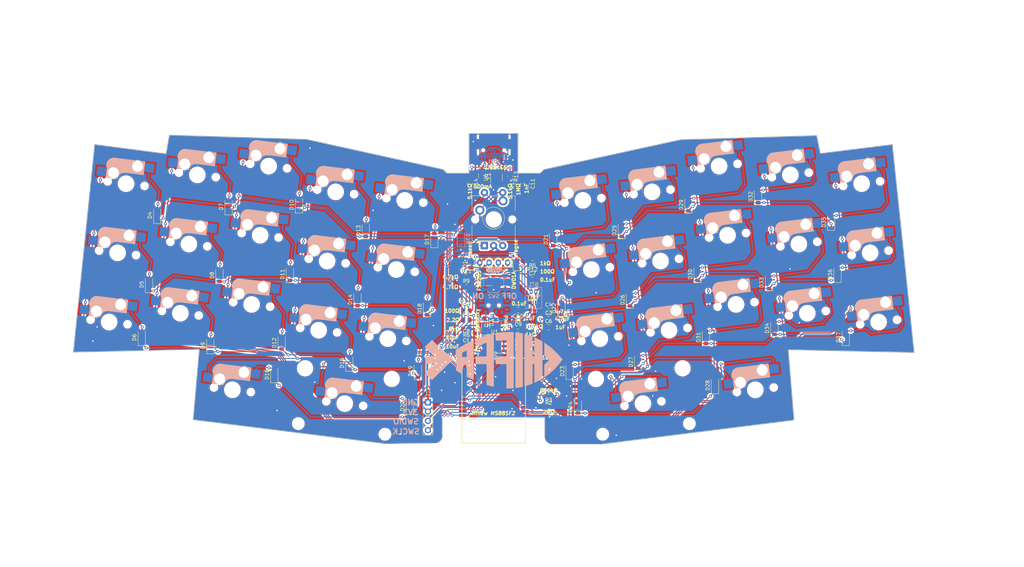
<source format=kicad_pcb>
(kicad_pcb (version 20221018) (generator pcbnew)
  (layers (0 "F.Cu" signal) (31 "B.Cu" signal) (34 "B.Paste" user) (35 "F.Paste" user) (36 "B.SilkS" user "B.Silkscreen") (37 "F.SilkS" user "F.Silkscreen") (38 "B.Mask" user) (39 "F.Mask" user) (44 "Edge.Cuts" user))
  (net 0 "")
  (net 1 "Net-(BT1-Pad2)")
  (net 2 "vbat")
  (net 3 "GND")
  (net 4 "vbus")
  (net 5 "+3V3")
  (net 6 "Net-(C7-Pad1)")
  (net 7 "Net-(C8-Pad1)")
  (net 8 "regbat")
  (net 9 "Earth")
  (net 10 "Net-(D1-Pad1)")
  (net 11 "Net-(D2-Pad1)")
  (net 12 "Net-(D3-Pad1)")
  (net 13 "Net-(D4-Pad2)")
  (net 14 "row0")
  (net 15 "Net-(D5-Pad2)")
  (net 16 "row1")
  (net 17 "Net-(D6-Pad2)")
  (net 18 "row2")
  (net 19 "Net-(D7-Pad2)")
  (net 20 "Net-(D8-Pad2)")
  (net 21 "Net-(D9-Pad2)")
  (net 22 "Net-(D10-Pad2)")
  (net 23 "Net-(D11-Pad2)")
  (net 24 "Net-(D12-Pad2)")
  (net 25 "Net-(D13-Pad2)")
  (net 26 "Net-(D14-Pad2)")
  (net 27 "Net-(D15-Pad2)")
  (net 28 "Net-(D16-Pad2)")
  (net 29 "row3")
  (net 30 "Net-(D17-Pad2)")
  (net 31 "Net-(D18-Pad2)")
  (net 32 "Net-(D19-Pad2)")
  (net 33 "Net-(D20-Pad2)")
  (net 34 "Net-(D21-Pad2)")
  (net 35 "Net-(D22-Pad2)")
  (net 36 "Net-(D23-Pad2)")
  (net 37 "Net-(D24-Pad2)")
  (net 38 "Net-(D25-Pad2)")
  (net 39 "Net-(D26-Pad2)")
  (net 40 "Net-(D27-Pad2)")
  (net 41 "Net-(D28-Pad2)")
  (net 42 "Net-(D29-Pad2)")
  (net 43 "Net-(D30-Pad2)")
  (net 44 "Net-(D31-Pad2)")
  (net 45 "Net-(D32-Pad2)")
  (net 46 "Net-(D33-Pad2)")
  (net 47 "Net-(D34-Pad2)")
  (net 48 "Net-(D35-Pad2)")
  (net 49 "Net-(D36-Pad2)")
  (net 50 "Net-(D37-Pad2)")
  (net 51 "encswrow")
  (net 52 "Net-(F1-Pad1)")
  (net 53 "swclk")
  (net 54 "swdio")
  (net 55 "col0")
  (net 56 "col1")
  (net 57 "col2")
  (net 58 "col3")
  (net 59 "col4")
  (net 60 "col5")
  (net 61 "col6")
  (net 62 "col7")
  (net 63 "col8")
  (net 64 "col9")
  (net 65 "scl")
  (net 66 "sda")
  (net 67 "Net-(Q1-Pad3)")
  (net 68 "Net-(R1-Pad2)")
  (net 69 "vsense")
  (net 70 "Net-(R4-Pad2)")
  (net 71 "Net-(R6-Pad2)")
  (net 72 "Net-(R10-Pad2)")
  (net 73 "reset")
  (net 74 "Net-(R12-Pad2)")
  (net 75 "encA")
  (net 76 "encB")
  (net 77 "d+")
  (net 78 "d-")
  (net 79 "Net-(U4-Pad4)")
  (net 80 "Net-(U4-Pad3)")
  (net 81 "Net-(U4-Pad1)")
  (net 82 "Net-(U5-Pad5)")
  (net 83 "Net-(U5-Pad2)")
  (net 84 "dbus+")
  (net 85 "dbus-")
  (net 86 "Net-(U1-Pad9)")
  (net 87 "cc2")
  (net 88 "cc1")
  (net 89 "Net-(USB1-Pad3)")
  (net 90 "Net-(USB1-Pad9)")
  (footprint "Capacitor_SMD:C_0805_2012Metric" (layer "F.Cu") (at 137.629425 112.943326)
    (fp_text reference "C1")
    (fp_text value "10uF")
  )
  (footprint "Capacitor_SMD:C_0805_2012Metric" (layer "F.Cu") (at 160.129425 117.693326)
    (fp_text reference "C2")
    (fp_text value "10uF")
  )
  (footprint "Capacitor_SMD:C_0805_2012Metric" (layer "F.Cu") (at 160.129425 105.443324)
    (fp_text reference "C3")
    (fp_text value "4.7uF")
  )
  (footprint "Capacitor_SMD:C_0805_2012Metric" (layer "F.Cu") (at 160.129423 103.193325)
    (fp_text reference "C4")
    (fp_text value "4.7uF")
  )
  (footprint "Capacitor_SMD:C_0805_2012Metric" (layer "F.Cu") (at 151.829426 114.193327)
    (fp_text reference "C5")
    (fp_text value "10uF")
  )
  (footprint "Capacitor_SMD:C_0805_2012Metric" (layer "F.Cu") (at 160.129422 107.693327)
    (fp_text reference "C6")
    (fp_text value "1uF")
  )
  (footprint "Capacitor_SMD:C_0805_2012Metric" (layer "F.Cu") (at 155.679422 94.693327)
    (fp_text reference "C7")
    (fp_text value "0.1uF")
  )
  (footprint "Capacitor_SMD:C_0805_2012Metric" (layer "F.Cu") (at 137.629425 110.443327)
    (fp_text reference "C8")
    (fp_text value "10uF")
  )
  (footprint "Capacitor_SMD:C_0805_2012Metric" (layer "F.Cu") (at 151.829425 105.193325 180)
    (fp_text reference "C9")
    (fp_text value "1uF")
  )
  (footprint "Capacitor_SMD:C_0805_2012Metric" (layer "F.Cu") (at 151.829425 102.943323 180)
    (fp_text reference "C10")
    (fp_text value "100nF")
  )
  (footprint "Capacitor_SMD:C_0805_2012Metric" (layer "F.Cu") (at 154.129425 68.443324 -90)
    (fp_text reference "C11")
    (fp_text value "1nF")
  )
  (footprint "Diode_SMD:D_0805_2012Metric" (layer "F.Cu") (at 138.879425 90.443326 90)
    (fp_text reference "D1")
    (fp_text value "gween")
  )
  (footprint "Diode_SMD:D_0805_2012Metric" (layer "F.Cu") (at 151.379425 90.505827 90)
    (fp_text reference "D2")
    (fp_text value "oragne")
  )
  (footprint "Diode_SMD:D_SOD-323_HandSoldering" (layer "F.Cu") (at 142.629425 106.443325 -90)
    (fp_text reference "D3")
    (fp_text value "D_Schottky_Small")
  )
  (footprint "Diode_SMD:D_SOD-123" (layer "F.Cu") (at 53.123163 77.058231 90)
    (fp_text reference "D4")
    (fp_text value "D_Small")
  )
  (footprint "Diode_SMD:D_SOD-123" (layer "F.Cu") (at 50.873164 95.958233 90)
    (fp_text reference "D5")
    (fp_text value "D_Small")
  )
  (footprint "Diode_SMD:D_SOD-123" (layer "F.Cu") (at 48.879425 110.443327 90)
    (fp_text reference "D6")
    (fp_text value "D_Small")
  )
  (footprint "Diode_SMD:D_SOD-123" (layer "F.Cu") (at 72.623162 74.708234 90)
    (fp_text reference "D7")
    (fp_text value "D_Small")
  )
  (footprint "Diode_SMD:D_SOD-123" (layer "F.Cu") (at 70.123164 93.458233 90)
    (fp_text reference "D8")
    (fp_text value "D_Small")
  )
  (footprint "Diode_SMD:D_SOD-123" (layer "F.Cu") (at 67.629427 112.693327 90)
    (fp_text reference "D9")
    (fp_text value "D_Small")
  )
  (footprint "Diode_SMD:D_SOD-123" (layer "F.Cu") (at 91.879425 74.193324 90)
    (fp_text reference "D10")
    (fp_text value "D_Small")
  )
  (footprint "Diode_SMD:D_SOD-123" (layer "F.Cu") (at 89.379425 93.193326 90)
    (fp_text reference "D11")
    (fp_text value "D_Small")
  )
  (footprint "Diode_SMD:D_SOD-123" (layer "F.Cu") (at 87.129426 111.943325 90)
    (fp_text reference "D12")
    (fp_text value "D_Small")
  )
  (footprint "Diode_SMD:D_SOD-123" (layer "F.Cu") (at 110.129423 81.193326 90)
    (fp_text reference "D13")
    (fp_text value "D_Small")
  )
  (footprint "Diode_SMD:D_SOD-123" (layer "F.Cu") (at 107.879425 100.093326 90)
    (fp_text reference "D14")
    (fp_text value "D_Small")
  )
  (footprint "Diode_SMD:D_SOD-123" (layer "F.Cu") (at 105.629422 117.443326 90)
    (fp_text reference "D15")
    (fp_text value "D_Small")
  )
  (footprint "Diode_SMD:D_SOD-123" (layer "F.Cu") (at 85.129423 120.593326 90)
    (fp_text reference "D16")
    (fp_text value "D_Small")
  )
  (footprint "Diode_SMD:D_SOD-123" (layer "F.Cu") (at 128.879425 83.693326 90)
    (fp_text reference "D17")
    (fp_text value "D_Small")
  )
  (footprint "Diode_SMD:D_SOD-123" (layer "F.Cu") (at 126.879426 102.593324 90)
    (fp_text reference "D18")
    (fp_text value "D_Small")
  )
  (footprint "Diode_SMD:D_SOD-123" (layer "F.Cu") (at 124.379424 119.693327 90)
    (fp_text reference "D19")
    (fp_text value "D_Small")
  )
  (footprint "Diode_SMD:D_SOD-123" (layer "F.Cu") (at 122.176425 129.234726 90)
    (fp_text reference "D20")
    (fp_text value "D_Small")
  )
  (footprint "Diode_SMD:D_SOD-123" (layer "F.Cu") (at 161.379425 83.693326 90)
    (fp_text reference "D21")
    (fp_text value "D_Small")
  )
  (footprint "Diode_SMD:D_SOD-123" (layer "F.Cu") (at 163.629424 102.443327 90)
    (fp_text reference "D22")
    (fp_text value "D_Small")
  )
  (footprint "Diode_SMD:D_SOD-123" (layer "F.Cu") (at 165.879427 119.693327 90)
    (fp_text reference "D23")
    (fp_text value "D_Small")
  )
  (footprint "Diode_SMD:D_SOD-123" (layer "F.Cu") (at 168.129425 129.443327 90)
    (fp_text reference "D24")
    (fp_text value "D_Small")
  )
  (footprint "Diode_SMD:D_SOD-123" (layer "F.Cu") (at 180.129425 81.193325 90)
    (fp_text reference "D25")
    (fp_text value "D_Small")
  )
  (footprint "Diode_SMD:D_SOD-123" (layer "F.Cu") (at 182.379425 100.193325 90)
    (fp_text reference "D26")
    (fp_text value "D_Small")
  )
  (footprint "Diode_SMD:D_SOD-123" (layer "F.Cu") (at 184.629425 117.193327 90)
    (fp_text reference "D27")
    (fp_text value "D_Small")
  )
  (footprint "Diode_SMD:D_SOD-123" (layer "F.Cu") (at 205.629425 123.593326 90)
    (fp_text reference "D28")
    (fp_text value "D_Small")
  )
  (footprint "Diode_SMD:D_SOD-123" (layer "F.Cu") (at 198.379425 74.193326 90)
    (fp_text reference "D29")
    (fp_text value "D_Small")
  )
  (footprint "Diode_SMD:D_SOD-123" (layer "F.Cu") (at 200.879424 93.193328 90)
    (fp_text reference "D30")
    (fp_text value "D_Small")
  )
  (footprint "Diode_SMD:D_SOD-123" (layer "F.Cu") (at 203.129425 110.443327 90)
    (fp_text reference "D31")
    (fp_text value "D_Small")
  )
  (footprint "Diode_SMD:D_SOD-123" (layer "F.Cu") (at 217.379427 71.943325 90)
    (fp_text reference "D32")
    (fp_text value "D_Small")
  )
  (footprint "Diode_SMD:D_SOD-123" (layer "F.Cu") (at 220.379423 95.443326 90)
    (fp_text reference "D33")
    (fp_text value "D_Small")
  )
  (footprint "Diode_SMD:D_SOD-123" (layer "F.Cu") (at 221.879425 107.943326 90)
    (fp_text reference "D34")
    (fp_text value "D_Small")
  )
  (footprint "Diode_SMD:D_SOD-123" (layer "F.Cu") (at 237.379425 78.943326 90)
    (fp_text reference "D35")
    (fp_text value "D_Small")
  )
  (footprint "Diode_SMD:D_SOD-123" (layer "F.Cu") (at 239.129425 93.193326 90)
    (fp_text reference "D36")
    (fp_text value "D_Small")
  )
  (footprint "Diode_SMD:D_SOD-123" (layer "F.Cu") (at 241.379427 110.443325 90)
    (fp_text reference "D37")
    (fp_text value "D_Small")
  )
  (footprint "Fuse:Fuse_1206_3216Metric" (layer "F.Cu") (at 141.879426 66.293326 -90)
    (fp_text reference "F1")
    (fp_text value "500mA")
  )
  (footprint "weteor:CherryMX_Hotswap" (layer "F.Cu") (at 44.600535 68.422368 -7)
    (fp_text reference "MX1" hide)
    (fp_text value "MX_LED" hide)
  )
  (footprint "weteor:CherryMX_Hotswap" (layer "F.Cu") (at 42.278922 87.330372 -7)
    (fp_text reference "MX2" hide)
    (fp_text value "MX_LED" hide)
  )
  (footprint "weteor:CherryMX_Hotswap" (layer "F.Cu") (at 39.957312 106.238375 -7)
    (fp_text reference "MX3" hide)
    (fp_text value "MX_LED" hide)
  )
  (footprint "weteor:CherryMX_Hotswap" (layer "F.Cu") (at 64.088637 66.019459 -7)
    (fp_text reference "MX4" hide)
    (fp_text value "MX_LED" hide)
  )
  (footprint "weteor:CherryMX_Hotswap" (layer "F.Cu") (at 61.767025 84.927459 -7)
    (fp_text reference "MX5" hide)
    (fp_text value "MX_LED" hide)
  )
  (footprint "weteor:CherryMX_Hotswap" (layer "F.Cu") (at 59.445413 103.835468 -7)
    (fp_text reference "MX6" hide)
    (fp_text value "MX_LED" hide)
  )
  (footprint "weteor:CherryMX_Hotswap" (layer "F.Cu") (at 83.576738 63.61655 -7)
    (fp_text reference "MX7" hide)
    (fp_text value "MX_LED" hide)
  )
  (footprint "weteor:CherryMX_Hotswap" (layer "F.Cu") (at 81.255127 82.524554 -7)
    (fp_text reference "MX8" hide)
    (fp_text value "MX_LED" hide)
  )
  (footprint "weteor:CherryMX_Hotswap" (layer "F.Cu") (at 78.933516 101.432559 -7)
    (fp_text reference "MX9" hide)
    (fp_text value "MX_LED" hide)
  )
  (footprint "weteor:CherryMX_Hotswap" (layer "F.Cu") (at 101.904642 70.662681 -7)
    (fp_text reference "MX10" hide)
    (fp_text value "MX_LED" hide)
  )
  (footprint "weteor:CherryMX_Hotswap" (layer "F.Cu") (at 99.583035 89.570684 -7)
    (fp_text reference "MX11" hide)
    (fp_text value "MX_LED" hide)
  )
  (footprint "weteor:CherryMX_Hotswap" (layer "F.Cu") (at 97.261422 108.478689 -7)
    (fp_text reference "MX12" hide)
    (fp_text value "MX_LED" hide)
  )
  (footprint "weteor:CherryMX_Hotswap" (layer "F.Cu") (at 73.669852 124.772551 -7)
    (fp_text reference "MX13" hide)
    (fp_text value "MX_LED" hide)
  )
  (footprint "weteor:CherryMX_Hotswap" (layer "F.Cu") (at 120.812649 72.984292 -7)
    (fp_text reference "MX14" hide)
    (fp_text value "MX_LED" hide)
  )
  (footprint "weteor:CherryMX_Hotswap" (layer "F.Cu") (at 118.491038 91.892294 -7)
    (fp_text reference "MX15" hide)
    (fp_text value "MX_LED" hide)
  )
  (footprint "weteor:CherryMX_Hotswap" (layer "F.Cu") (at 116.169429 110.8003 -7)
    (fp_text reference "MX16" hide)
    (fp_text value "MX_LED" hide)
  )
  (footprint "weteor:CherryMX_Hotswap" (layer "F.Cu") (at 104.394118 128.54502 -7)
    (fp_text reference "MX17" hide)
    (fp_text value "MX_LED" hide)
  )
  (footprint "weteor:CherryMX_Hotswap" (layer "F.Cu") (at 169.50544 72.981839 7)
    (fp_text reference "MX18" hide)
    (fp_text value "MX_LED" hide)
  )
  (footprint "weteor:CherryMX_Hotswap" (layer "F.Cu") (at 171.827051 91.889843 7)
    (fp_text reference "MX19" hide)
    (fp_text value "MX_LED" hide)
  )
  (footprint "weteor:CherryMX_Hotswap" (layer "F.Cu") (at 174.148663 110.797848 7)
    (fp_text reference "MX20" hide)
    (fp_text value "MX_LED" hide)
  )
  (footprint "weteor:CherryMX_Hotswap" (layer "F.Cu") (at 185.924275 128.545045 7)
    (fp_text reference "MX21" hide)
    (fp_text value "MX_LED" hide)
  )
  (footprint "weteor:CherryMX_Hotswap" (layer "F.Cu") (at 188.413445 70.660226 7)
    (fp_text reference "MX22" hide)
    (fp_text value "MX_LED" hide)
  )
  (footprint "weteor:CherryMX_Hotswap" (layer "F.Cu") (at 190.735056 89.568232 7)
    (fp_text reference "MX23" hide)
    (fp_text value "MX_LED" hide)
  )
  (footprint "weteor:CherryMX_Hotswap" (layer "F.Cu") (at 193.056667 108.476237 7)
    (fp_text reference "MX24" hide)
    (fp_text value "MX_LED" hide)
  )
  (footprint "weteor:CherryMX_Hotswap" (layer "F.Cu") (at 216.648541 124.77258 7)
    (fp_text reference "MX25" hide)
    (fp_text value "MX_LED" hide)
  )
  (footprint "weteor:CherryMX_Hotswap" (layer "F.Cu") (at 206.742569 63.624024 7)
    (fp_text reference "MX26" hide)
    (fp_text value "MX_LED" hide)
  )
  (footprint "weteor:CherryMX_Hotswap" (layer "F.Cu") (at 209.062655 82.519621 7)
    (fp_text reference "MX27" hide)
    (fp_text value "MX_LED" hide)
  )
  (footprint "weteor:CherryMX_Hotswap" (layer "F.Cu") (at 211.384267 101.427624 7)
    (fp_text reference "MX28" hide)
    (fp_text value "MX_LED" hide)
  )
  (footprint "weteor:CherryMX_Hotswap" (layer "F.Cu") (at 226.229454 66.017006 7)
    (fp_text reference "MX29" hide)
    (fp_text value "MX_LED" hide)
  )
  (footprint "weteor:CherryMX_Hotswap" (layer "F.Cu") (at 228.551065 84.925011 7)
    (fp_text reference "MX30" hide)
    (fp_text value "MX_LED" hide)
  )
  (footprint "weteor:CherryMX_Hotswap" (layer "F.Cu") (at 230.872676 103.833014 7)
    (fp_text reference "MX31" hide)
    (fp_text value "MX_LED" hide)
  )
  (footprint "weteor:CherryMX_Hotswap" (layer "F.Cu") (at 245.716335 68.409989 7)
    (fp_text reference "MX32" hide)
    (fp_text value "MX_LED" hide)
  )
  (footprint "weteor:CherryMX_Hotswap" (layer "F.Cu") (at 248.03947 87.3304 7)
    (fp_text reference "MX33" hide)
    (fp_text value "MX_LED" hide)
  )
  (footprint "weteor:CherryMX_Hotswap" (layer "F.Cu") (at 250.361083 106.238404 7)
    (fp_text reference "MX34" hide)
    (fp_text value "MX_LED" hide)
  )
  (footprint "PCM_0xcb:SW_Cherry_MX_PCB_1.00u" (layer "F.Cu") (at 145.129425 78.193326)
    (fp_text reference "MX35")
    (fp_text value "MX_LED")
  )
  (footprint "kbd:OLED_1side" (layer "F.Cu") (at 148.929425 90.003325 180)
    (fp_text reference "OL1")
    (fp_text value "OLED" hide)
  )
  (footprint "Package_TO_SOT_SMD:SOT-23" (layer "F.Cu") (at 145.629427 106.693326 90)
    (fp_text reference "Q1")
    (fp_text value "AO3401A")
  )
  (footprint "Resistor_SMD:R_0805_2012Metric" (layer "F.Cu") (at 151.791925 111.943326 180)
    (fp_text reference "R1")
    (fp_text value "1k")
  )
  (footprint "Resistor_SMD:R_0805_2012Metric" (layer "F.Cu") (at 160.129425 126.693325 180)
    (fp_text reference "R2")
    (fp_text value "806k")
  )
  (footprint "Resistor_SMD:R_0805_2012Metric" (layer "F.Cu") (at 160.129427 129.193327)
    (fp_text reference "R3")
    (fp_text value "2M")
  )
  (footprint "Resistor_SMD:R_0805_2012Metric" (layer "F.Cu") (at 151.791925 109.693326 180)
    (fp_text reference "R4")
    (fp_text value "1k")
  )
  (footprint "Resistor_SMD:R_0805_2012Metric" (layer "F.Cu") (at 155.716925 92.443326)
    (fp_text reference "R5")
    (fp_text value "100")
  )
  (footprint "Resistor_SMD:R_0805_2012Metric" (layer "F.Cu") (at 137.629425 108.193326 180)
    (fp_text reference "R6")
    (fp_text value "1.8k")
  )
  (footprint "Resistor_SMD:R_0805_2012Metric" (layer "F.Cu") (at 151.791926 107.443326)
    (fp_text reference "R7")
    (fp_text value "100k")
  )
  (footprint "Resistor_SMD:R_0805_2012Metric" (layer "F.Cu") (at 137.629425 105.693326)
    (fp_text reference "R8")
    (fp_text value "2R2")
  )
  (footprint "Resistor_SMD:R_0805_2012Metric" (layer "F.Cu") (at 137.629426 96.693324)
    (fp_text reference "R9")
    (fp_text value "4.7k")
  )
  (footprint "Resistor_SMD:R_0805_2012Metric" (layer "F.Cu") (at 137.629425 103.193326)
    (fp_text reference "R10")
    (fp_text value "100")
  )
  (footprint "Resistor_SMD:R_0805_2012Metric" (layer "F.Cu") (at 137.629423 93.943326)
    (fp_text reference "R11")
    (fp_text value "4.7k")
  )
  (footprint "Resistor_SMD:R_0805_2012Metric" (layer "F.Cu") (at 155.716925 90.193326 180)
    (fp_text reference "R12")
    (fp_text value "1k")
  )
  (footprint "Resistor_SMD:R_0805_2012Metric" (layer "F.Cu") (at 149.629424 66.443325 -90)
    (fp_text reference "R13")
    (fp_text value "5.1k")
  )
  (footprint "Resistor_SMD:R_0805_2012Metric" (layer "F.Cu") (at 138.629425 68.443327 -90)
    (fp_text reference "R14")
    (fp_text value "5.1k")
  )
  (footprint "Resistor_SMD:R_0805_2012Metric" (layer "F.Cu") (at 151.879425 68.443324 90)
    (fp_text reference "R15")
    (fp_text value "1M")
  )
  (footprint "Keebio-Parts:RotaryEncoder_EC11-no-legs" (layer "F.Cu") (at 145.079424 77.843325 90)
    (fp_text reference "SW3")
    (fp_text value "Rotary_Encoder_Switch")
  )
  (footprint "ms88sf2_oreore:MINEW_MS88SF2" (layer "F.Cu") (at 145.129425 139.343327 180)
    (fp_text reference "U2")
    (fp_text value "MS88SF2")
  )
  (footprint "Package_TO_SOT_SMD:SOT-23" (layer "F.Cu") (at 156.129424 101.943328)
    (fp_text reference "U3" hide)
    (fp_text value "XC6206PxxxMR-Regulator_Linear")
  )
  (footprint "Package_TO_SOT_SMD:SOT-23-6" (layer "F.Cu") (at 148.129425 94.693325)
    (fp_text reference "U4")
    (fp_text value "DW01A")
  )
  (footprint "Package_TO_SOT_SMD:SOT-23-6" (layer "F.Cu") (at 143.879425 94.693325)
    (fp_text reference "U5")
    (fp_text value "FS8205")
  )
  (footprint "Package_TO_SOT_SMD:SOT-23-6" (layer "F.Cu") (at 145.879425 66.693326 90)
    (fp_text reference "U6")
    (fp_text value "USBLC6-2SC6")
  )
  (footprint "lib:TP4056_SOP-8-PP" (layer "F.Cu") (at 145.379425 112.193326)
    (fp_text reference "U1")
    (fp_text value "TP4056")
  )
  (footprint "Connector_PinHeader_2.54mm:PinHeader_1x04_P2.54mm_Vertical" (layer "F.Cu") (at 127.129425 128.193326)
    (fp_text reference "J2")
    (fp_text value "BL_CONN")
  )
  (footprint "PCM_0xcb:Stabilizer_Cherry_MX_2u" (layer "F.Cu") (at 104.394118 128.54502 173)
    (fp_text reference "REF**" hide)
    (fp_text value "Stabilizer_Cherry_MX_2u" hide)
  )
  (footprint "PCM_0xcb:Stabilizer_Cherry_MX_2u" (layer "F.Cu") (at 185.924275 128.545045 -173)
    (fp_text reference "REF**" hide)
    (fp_text value "Stabilizer_Cherry_MX_2u" hide)
  )
  (footprint "Connector_Molex:Molex_PicoBlade_53048-0210_1x02_P1.25mm_Horizontal" (layer "B.Cu") (at 156.629425 97.943327 180)
    (fp_text reference "BT1")
    (fp_text value "Battery_Cell")
  )
  (footprint "Diode_SMD:D_SOD-123" (layer "B.Cu") (at 136.129427 83.443327 90)
    (fp_text reference "D38")
    (fp_text value "D_Small")
  )
  (footprint "other_parts:switch_MSK-12C02_smd" (layer "B.Cu") (at 145.129425 100.343325 -90)
    (fp_text reference "SW1")
    (fp_text value "ON_OFF")
  )
  (footprint "Button_Switch_SMD:SW_SPST_TL3342" (layer "B.Cu") (at 145.129422 95.453325)
    (fp_text reference "SW2")
    (fp_text value "SW_RESET")
  )
  (footprint "Keebio-Parts:HRO-TYPE-C-31-M-12-Assembly" (layer "B.Cu") (at 145.129424 53.023325)
    (fp_text reference "USB1")
    (fp_text value "HRO-TYPE-C-31-M-12")
  )
  (footprint "dreipunkteinsvier:ChurchOfChiffre40mm" (layer "B.Cu") (at 145.129425 116.693326 180)
    (fp_text reference "G***")
    (fp_text value "LOGO" hide)
  )
  (gr_line (start 129.079427 139.343326) (end 115.199385 139.522066) (stroke (width 0.05)) (layer "Edge.Cuts"))
  (gr_line (start 174.940185 139.623666) (end 161.079425 139.623664) (stroke (width 0.05)) (layer "Edge.Cuts"))
  (gr_line (start 115.199385 139.522066) (end 62.898243 133.001887) (stroke (width 0.2)) (layer "Edge.Cuts"))
  (gr_line (start 138.328625 54.663207) (end 151.798245 54.642886) (stroke (width 0.2)) (layer "Edge.Cuts"))
  (gr_line (start 254.160246 57.642627) (end 234.449845 60.103888) (stroke (width 0.2)) (layer "Edge.Cuts"))
  (gr_line (start 158.798244 64.503166) (end 157.798244 65.503166) (stroke (width 0.2)) (layer "Edge.Cuts"))
  (gr_line (start 64.569565 113.743606) (end 30.129425 114.533547) (stroke (width 0.2)) (layer "Edge.Cuts"))
  (gr_line (start 93.949745 56.243084) (end 131.328625 64.493005) (stroke (width 0.2)) (layer "Edge.Cuts"))
  (gr_line (start 225.709703 113.873146) (end 260.129425 114.632607) (stroke (width 0.2)) (layer "Edge.Cuts"))
  (gr_line (start 234.449845 60.103888) (end 233.469406 55.201686) (stroke (width 0.2)) (layer "Edge.Cuts"))
  (gr_line (start 138.328625 65.493005) (end 132.328625 65.493005) (stroke (width 0.2)) (layer "Edge.Cuts"))
  (gr_line (start 227.279425 133.093326) (end 225.709703 113.873146) (stroke (width 0.2)) (layer "Edge.Cuts"))
  (gr_line (start 55.509385 60.192785) (end 56.388225 55.092466) (stroke (width 0.2)) (layer "Edge.Cuts"))
  (gr_line (start 138.328625 65.493005) (end 138.328625 54.663207) (stroke (width 0.2)) (layer "Edge.Cuts"))
  (gr_line (start 62.898243 133.001887) (end 64.569565 113.743606) (stroke (width 0.2)) (layer "Edge.Cuts"))
  (gr_line (start 131.079425 132.343325) (end 131.079425 137.343326) (stroke (width 0.05)) (layer "Edge.Cuts"))
  (gr_line (start 158.798244 64.503166) (end 196.179665 56.342146) (stroke (width 0.2)) (layer "Edge.Cuts"))
  (gr_line (start 35.979323 57.642626) (end 30.129425 114.533547) (stroke (width 0.2)) (layer "Edge.Cuts"))
  (gr_line (start 254.160246 57.642627) (end 260.129425 114.632607) (stroke (width 0.2)) (layer "Edge.Cuts"))
  (gr_line (start 157.798244 65.503166) (end 151.798244 65.503166) (stroke (width 0.2)) (layer "Edge.Cuts"))
  (gr_line (start 35.979323 57.642626) (end 55.509385 60.192785) (stroke (width 0.2)) (layer "Edge.Cuts"))
  (gr_arc (start 131.079425 137.343326) (mid 130.493639 138.757539) (end 129.079427 139.343326) (stroke (width 0.05)) (layer "Edge.Cuts"))
  (gr_line (start 159.079424 132.343326) (end 131.079425 132.343325) (stroke (width 0.05)) (layer "Edge.Cuts"))
  (gr_arc (start 161.079425 139.623664) (mid 159.665212 139.037879) (end 159.079424 137.623666) (stroke (width 0.05)) (layer "Edge.Cuts"))
  (gr_line (start 174.940185 139.623666) (end 227.279425 133.093326) (stroke (width 0.2)) (layer "Edge.Cuts"))
  (gr_line (start 56.388225 55.092466) (end 93.949745 56.243084) (stroke (width 0.2)) (layer "Edge.Cuts"))
  (gr_line (start 151.798244 65.503166) (end 151.798245 54.642886) (stroke (width 0.2)) (layer "Edge.Cuts"))
  (gr_line (start 233.469406 55.201686) (end 196.179665 56.342146) (stroke (width 0.2)) (layer "Edge.Cuts"))
  (gr_line (start 159.079424 137.623666) (end 159.079424 132.343326) (stroke (width 0.05)) (layer "Edge.Cuts"))
  (gr_line (start 131.328625 64.493005) (end 132.328625 65.493005) (stroke (width 0.2)) (layer "Edge.Cuts"))
  (gr_text "SWCLK" (at 121.129425 136.193326) (layer "B.SilkS") (effects (font (size 1.5 1.5) (thickness 0.3)) (justify mirror)))
  (gr_text "SWDIO" (at 121.129424 133.443325) (layer "B.SilkS") (effects (font (size 1.5 1.5) (thickness 0.3)) (justify mirror)))
  (gr_text "3V3" (at 122.379425 130.943328) (layer "B.SilkS") (effects (font (size 1.5 1.5) (thickness 0.3)) (justify mirror)))
  (gr_text "GND" (at 119.879424 128.193325) (layer "B.SilkS") (effects (font (size 1.5 1.5) (thickness 0.3)) (justify right mirror)))
  (gr_text "-" (at 155.879425 98.943328) (layer "B.SilkS") (effects (font (size 1.5 1.5) (thickness 0.3)) (justify left mirror)))
  (gr_text "OFF" (at 151.629425 99.193327) (layer "B.SilkS") (effects (font (size 1.5 1.5) (thickness 0.3)) (justify left mirror)))
  (gr_text "RESET" (at 147.474663 91.943326) (layer "B.SilkS") (effects (font (size 1 1) (thickness 0.25)) (justify left mirror)))
  (gr_text "ON" (at 142.629425 99.193324) (layer "B.SilkS") (effects (font (size 1.5 1.5) (thickness 0.3)) (justify left mirror)))
  (gr_text "+" (at 158.379425 98.943326) (layer "B.SilkS") (effects (font (size 1.5 1.5) (thickness 0.3)) (justify left mirror)))
  (gr_text "2.2Ω" (at 135.879426 105.693325) (layer "F.SilkS") (effects (font (size 1 1) (thickness 0.25)) (justify right)))
  (gr_text "100kΩ" (at 153.629428 107.443326) (layer "F.SilkS") (effects (font (size 1 1) (thickness 0.25)) (justify left)))
  (gr_text "1kΩ" (at 153.629424 112.193326) (layer "F.SilkS") (effects (font (size 1 1) (thickness 0.25)) (justify left)))
  (gr_text "4.7kΩ" (at 135.629425 93.943326) (layer "F.SilkS") (effects (font (size 1 1) (thickness 0.25)) (justify right)))
  (gr_text "5.1kΩ" (at 138.629424 68.193325 90) (layer "F.SilkS") (effects (font (size 1 1) (thickness 0.25)) (justify right)))
  (gr_text "USBLC6" (at 145.879427 63.943326) (layer "F.SilkS") (effects (font (size 1 1) (thickness 0.25))))
  (gr_text "gween" (at 138.629424 86.443327 90) (layer "F.SilkS") (effects (font (size 1 1) (thickness 0.25))))
  (gr_text "10uF" (at 135.879428 110.443326) (layer "F.SilkS") (effects (font (size 1 1) (thickness 0.25)) (justify right)))
  (gr_text "1uF" (at 164.879425 107.693326) (layer "F.SilkS") (effects (font (size 1 1) (thickness 0.25)) (justify right)))
  (gr_text "1uF" (at 153.629425 105.193326) (layer "F.SilkS") (effects (font (size 1 1) (thickness 0.25)) (justify left)))
  (gr_text "0.1uF" (at 149.879425 101.193326) (layer "F.SilkS") (effects (font (size 1 1) (thickness 0.25)) (justify left)))
  (gr_text "4.7uF" (at 166.129425 103.443326) (layer "F.SilkS") (effects (font (size 1 1) (thickness 0.25)) (justify right)))
  (gr_text "1nF" (at 154.129425 68.193326 90) (layer "F.SilkS") (effects (font (size 1 1) (thickness 0.25)) (justify right)))
  (gr_text "100Ω" (at 157.629425 92.443326) (layer "F.SilkS") (effects (font (size 1 1) (thickness 0.25)) (justify left)))
  (gr_text "4.7kΩ" (at 135.629425 96.693326) (layer "F.SilkS") (effects (font (size 1 1) (thickness 0.25)) (justify right)))
  (gr_text "10uF" (at 135.879427 112.943326) (layer "F.SilkS") (effects (font (size 1 1) (thickness 0.25)) (justify right)))
  (gr_text "2MΩ" (at 158.379425 130.943326) (layer "F.SilkS") (effects (font (size 1 1) (thickness 0.25)) (justify left)))
  (gr_text "LDO" (at 157.379425 99.693326) (layer "F.SilkS") (effects (font (size 1 1) (thickness 0.25)) (justify right)))
  (gr_text "PMOS" (at 148.379425 108.693328 -90) (layer "F.SilkS") (effects (font (size 1 1) (thickness 0.25)) (justify right)))
  (gr_text "DW01A" (at 150.629425 92.193327 90) (layer "F.SilkS") (effects (font (size 1 1) (thickness 0.25)) (justify right)))
  (gr_text "10uF" (at 162.129425 115.943327) (layer "F.SilkS") (effects (font (size 1 1) (thickness 0.25)) (justify right)))
  (gr_text "Minew MS88SF2" (at 151.129423 131.193325) (layer "F.SilkS") (effects (font (size 1 1) (thickness 0.25) italic) (justify right)))
  (gr_text "500mA" (at 142.129425 69.193326) (layer "F.SilkS") (effects (font (size 1 1) (thickness 0.25))))
  (gr_text "1kΩ" (at 157.629425 90.193326) (layer "F.SilkS") (effects (font (size 1 1) (thickness 0.25)) (justify left)))
  (gr_text "1MΩ" (at 151.879425 68.193326 90) (layer "F.SilkS") (effects (font (size 1 1) (thickness 0.25)) (justify right)))
  (gr_text "806kΩ" (at 157.629426 124.943326) (layer "F.SilkS") (effects (font (size 1 1) (thickness 0.25)) (justify left)))
  (gr_text "0.1uF" (at 157.629423 94.693326) (layer "F.SilkS") (effects (font (size 1 1) (thickness 0.25)) (justify left)))
  (gr_text "4.7uF" (at 166.129426 105.443323) (layer "F.SilkS") (effects (font (size 1 1) (thickness 0.25)) (justify right)))
  (gr_text "FS8205" (at 141.129426 91.943327 90) (layer "F.SilkS") (effects (font (size 1 1) (thickness 0.25)) (justify right)))
  (gr_text "10uF" (at 157.629425 114.443326) (layer "F.SilkS") (effects (font (size 1 1) (thickness 0.25)) (justify right)))
  (gr_text "1kΩ" (at 153.629427 109.693327) (layer "F.SilkS") (effects (font (size 1 1) (thickness 0.25)) (justify left)))
  (gr_text "100Ω" (at 135.879425 103.193326) (layer "F.SilkS") (effects (font (size 1 1) (thickness 0.25)) (justify right)))
  (gr_text "Schottky" (at 140.629423 102.443328 90) (layer "F.SilkS") (effects (font (size 1 1) (thickness 0.25)) (justify right)))
  (gr_text "1.8kΩ" (at 135.879427 108.193327) (layer "F.SilkS") (effects (font (size 1 1) (thickness 0.25)) (justify right)))
  (gr_text "oragne" (at 151.129424 86.193326 90) (layer "F.SilkS") (effects (font (size 1 1) (thickness 0.25))))
  (gr_text "TP4056" (at 140.629425 109.443328 90) (layer "F.SilkS") (effects (font (size 1 1) (thickness 0.25)) (justify right)))
  (gr_text "5.1kΩ" (at 149.629425 68.193326 90) (layer "F.SilkS") (effects (font (size 1 1) (thickness 0.25)) (justify right)))
  (segment (start 143.559424 93.743323) (end 143.879427 94.063325) (width 0.25) (layer "F.Cu") (net 1))
  (segment (start 150.779424 96.293327) (end 152.254425 94.818324) (width 0.25) (layer "F.Cu") (net 1))
  (segment (start 144.189425 96.293328) (end 150.779424 96.293327) (width 0.25) (layer "F.Cu") (net 1))
  (segment (start 149.229427 93.743327) (end 151.179427 93.743326) (width 0.25) (layer "F.Cu") (net 1))
  (segment (start 151.179427 93.743326) (end 152.254425 94.818324) (width 0.25) (layer "F.Cu") (net 1))
  (segment (start 155.379425 97.943327) (end 155.379425 95.943328) (width 0.25) (layer "F.Cu") (net 1))
  (segment (start 152.254425 94.818324) (end 155.379425 97.943327) (width 0.25) (layer "F.Cu") (net 1))
  (segment (start 155.379425 95.943328) (end 156.629423 94.693327) (width 0.25) (layer "F.Cu") (net 1))
  (segment (start 143.879427 94.063325) (end 143.879425 95.983329) (width 0.25) (layer "F.Cu") (net 1))
  (segment (start 143.879425 95.983329) (end 144.189425 96.293328) (width 0.25) (layer "F.Cu") (net 1))
  (segment (start 142.779424 93.743324) (end 143.559424 93.743323) (width 0.25) (layer "F.Cu") (net 1))
  (segment (start 157.519935 93.333836) (end 156.629424 92.443327) (width 0.381) (layer "F.Cu") (net 2))
  (segment (start 157.519935 97.052816) (end 157.519935 93.333836) (width 0.381) (layer "F.Cu") (net 2))
  (segment (start 153.205102 112.968336) (end 157.129425 109.044015) (width 0.25) (layer "F.Cu") (net 2))
  (segment (start 150.784423 114.098326) (end 150.879426 114.193326) (width 0.25) (layer "F.Cu") (net 2))
  (segment (start 159.179425 103.193326) (end 159.179425 105.443329) (width 0.381) (layer "F.Cu") (net 2))
  (segment (start 157.129427 101.943326) (end 157.929427 101.943326) (width 0.381) (layer "F.Cu") (net 2))
  (segment (start 157.129425 109.044015) (end 157.129427 108.693326) (width 0.25) (layer "F.Cu") (net 2))
  (segment (start 156.629425 97.943327) (end 157.519935 97.052816) (width 0.381) (layer "F.Cu") (net 2))
  (segment (start 156.629423 101.443326) (end 157.129427 101.943326) (width 0.381) (layer "F.Cu") (net 2))
  (segment (start 148.079425 114.098326) (end 150.784423 114.098326) (width 0.25) (layer "F.Cu") (net 2))
  (segment (start 161.768464 126.693326) (end 162.507921 125.953871) (width 0.381) (layer "F.Cu") (net 2))
  (segment (start 152.104415 112.968334) (end 153.205102 112.968336) (width 0.25) (layer "F.Cu") (net 2))
  (segment (start 159.179425 105.443329) (end 159.179425 107.693325) (width 0.381) (layer "F.Cu") (net 2))
  (segment (start 150.879426 114.193326) (end 152.104415 112.968334) (width 0.25) (layer "F.Cu") (net 2))
  (segment (start 159.179425 105.443329) (end 157.879425 105.443325) (width 0.25) (layer "F.Cu") (net 2))
  (segment (start 157.929427 101.943326) (end 159.179425 103.193326) (width 0.381) (layer "F.Cu") (net 2))
  (segment (start 156.629425 97.943327) (end 156.629423 101.443326) (width 0.381) (layer "F.Cu") (net 2))
  (segment (start 161.041926 126.693326) (end 161.768464 126.693326) (width 0.381) (layer "F.Cu") (net 2))
  (via (at 157.129427 108.693326) (size 0.8) (drill 0.4) (layers "F.Cu" "B.Cu") (net 2))
  (via (at 162.507921 125.953871) (size 0.8) (drill 0.4) (layers "F.Cu" "B.Cu") (net 2))
  (via (at 157.879425 105.443325) (size 0.8) (drill 0.4) (layers "F.Cu" "B.Cu") (net 2))
  (segment (start 157.879425 107.943326) (end 157.879425 105.443325) (width 0.25) (layer "B.Cu") (net 2))
  (segment (start 157.129425 120.575374) (end 162.507921 125.953871) (width 0.381) (layer "B.Cu") (net 2))
  (segment (start 157.129427 108.693326) (end 157.129425 120.575374) (width 0.381) (layer "B.Cu") (net 2))
  (segment (start 157.129427 108.693326) (end 157.879425 107.943326) (width 0.25) (layer "B.Cu") (net 2))
  (segment (start 142.679425 110.288324) (end 141.579433 109.188335) (width 0.25) (layer "F.Cu") (net 3))
  (segment (start 153.132244 86.902827) (end 146.638924 86.902825) (width 0.381) (layer "F.Cu") (net 3))
  (segment (start 145.879427 67.793326) (end 145.879425 67.325998) (width 0.381) (layer "F.Cu") (net 3))
  (segment (start 161.079425 105.443324) (end 161.079425 103.193324) (width 0.381) (layer "F.Cu") (net 3))
  (segment (start 161.041925 129.193326) (end 163.460289 131.611692) (width 0.381) (layer "F.Cu") (net 3))
  (segment (start 153.629423 118.553326) (end 157.739427 118.553327) (width 0.381) (layer "F.Cu") (net 3))
  (segment (start 150.879426 102.943324) (end 152.829425 100.993328) (width 0.381) (layer "F.Cu") (net 3))
  (segment (start 150.719924 65.003021) (end 150.719924 65.883825) (width 0.381) (layer "F.Cu") (net 3))
  (segment (start 161.079423 107.693326) (end 159.963915 108.808836) (width 0.381) (layer "F.Cu") (net 3))
  (segment (start 163.460289 131.611692) (end 163.460291 131.862461) (width 0.381) (layer "F.Cu") (net 3))
  (segment (start 157.739427 118.553327) (end 158.379425 119.193324) (width 0.381) (layer "F.Cu") (net 3))
  (segment (start 141.363178 95.138079) (end 141.868425 95.643326) (width 0.381) (layer "F.Cu") (net 3))
  (segment (start 150.879425 105.193326) (end 150.879425 105.618326) (width 0.381) (layer "F.Cu") (net 3))
  (segment (start 152.779424 114.193328) (end 151.729415 115.243338) (width 0.25) (layer "F.Cu") (net 3))
  (segment (start 142.679424 112.828325) (end 141.679425 112.828326) (width 0.25) (layer "F.Cu") (net 3))
  (segment (start 150.879425 105.618326) (end 152.704427 107.443327) (width 0.381) (layer "F.Cu") (net 3))
  (segment (start 138.579425 110.443327) (end 138.579425 108.230826) (width 0.25) (layer "F.Cu") (net 3))
  (segment (start 145.879425 67.325998) (end 146.512097 66.693326) (width 0.381) (layer "F.Cu") (net 3))
  (segment (start 141.363178 90.057081) (end 141.363178 95.138079) (width 0.381) (layer "F.Cu") (net 3))
  (segment (start 148.679426 100.993326) (end 145.129425 97.443326) (width 0.381) (layer "F.Cu") (net 3))
  (segment (start 156.129424 106.443326) (end 156.129425 101.993326) (width 0.381) (layer "F.Cu") (net 3))
  (segment (start 147.287327 66.693326) (end 147.748415 66.232236) (width 0.381) (layer "F.Cu") (net 3))
  (segment (start 145.079425 86.233325) (end 141.309426 90.003326) (width 0.381) (layer "F.Cu") (net 3))
  (segment (start 137.441245 115.243336) (end 140.854435 115.243335) (width 0.25) (layer "F.Cu") (net 3))
  (segment (start 161.079423 107.693326) (end 161.079425 105.443324) (width 0.381) (layer "F.Cu") (net 3))
  (segment (start 156.629424 68.593325) (end 156.629424 90.193327) (width 0.381) (layer "F.Cu") (net 3))
  (segment (start 138.579425 108.230826) (end 138.541926 108.193327) (width 0.25) (layer "F.Cu") (net 3))
  (segment (start 138.579425 112.943326) (end 137.529413 111.893316) (width 0.25) (layer "F.Cu") (net 3))
  (segment (start 138.579425 110.443327) (end 138.579425 112.943326) (width 0.25) (layer "F.Cu") (net 3))
  (segment (start 159.939425 131.753326) (end 160.379425 132.193325) (width 0.381) (layer "F.Cu") (net 3))
  (segment (start 142.269422 106.468327) (end 149.604425 106.468327) (width 0.25) (layer "F.Cu") (net 3))
  (segment (start 162.315926 129.193325) (end 165.065916 126.443333) (width 0.381) (layer "F.Cu") (net 3))
  (segment (start 135.854415 112.230146) (end 135.854416 113.656506) (width 0.25) (layer "F.Cu") (net 3))
  (segment (start 139.294427 110.443326) (end 138.579425 110.443327) (width 0.25) (layer "F.Cu") (net 3))
  (segment (start 150.879426 102.943324) (end 150.879425 105.193326) (width 0.381) (layer "F.Cu") (net 3))
  (segment (start 153.629425 131.753327) (end 159.939425 131.753326) (width 0.381) (layer "F.Cu") (net 3))
  (segment (start 150.379424 61.943326) (end 150.379424 64.662521) (width 0.381) (layer "F.Cu") (net 3))
  (segment (start 158.379425 119.193324) (end 160.379423 119.193326) (width 0.381) (layer "F.Cu") (net 3))
  (segment (start 145.079426 85.343325) (end 145.079425 86.233325) (width 0.381) (layer "F.Cu") (net 3))
  (segment (start 156.629424 90.193327) (end 156.422745 90.193326) (width 0.381) (layer "F.Cu") (net 3))
  (segment (start 161.079425 117.693326) (end 161.079423 107.693326) (width 0.381) (layer "F.Cu") (net 3))
  (segment (start 142.779425 95.643326) (end 144.579426 97.443324) (width 0.381) (layer "F.Cu") (net 3))
  (segment (start 150.719924 65.883825) (end 151.879425 67.043326) (width 0.381) (layer "F.Cu") (net 3))
  (segment (start 150.379424 64.662521) (end 150.719924 65.003021) (width 0.381) (layer "F.Cu") (net 3))
  (segment (start 135.854416 113.656506) (end 137.441245 115.243336) (width 0.25) (layer "F.Cu") (net 3))
  (segment (start 141.679425 112.828326) (end 139.294427 110.443326) (width 0.25) (layer "F.Cu") (net 3))
  (segment (start 144.579426 97.443324) (end 145.129425 97.443326) (width 0.381) (layer "F.Cu") (net 3))
  (segment (start 154.091925 67.530824) (end 154.129425 67.493324) (width 0.381) (layer "F.Cu") (net 3))
  (segment (start 141.868425 95.643326) (end 142.779425 95.643326) (width 0.381) (layer "F.Cu") (net 3))
  (segment (start 141.579433 109.188335) (end 141.579434 107.158315) (width 0.25) (layer "F.Cu") (net 3))
  (segment (start 154.129425 67.493324) (end 155.529423 67.493324) (width 0.381) (layer "F.Cu") (net 3))
  (segment (start 149.604425 106.468327) (end 150.879425 105.193326) (width 0.25) (layer "F.Cu") (net 3))
  (segment (start 136.191245 111.893316) (end 135.854415 112.230146) (width 0.25) (layer "F.Cu") (net 3))
  (segment (start 156.422745 90.193326) (end 153.132244 86.902827) (width 0.381) (layer "F.Cu") (net 3))
  (segment (start 151.879425 67.043326) (end 151.879425 67.530824) (width 0.381) (layer "F.Cu") (net 3))
  (segment (start 146.638924 86.902825) (end 145.079426 85.343325) (width 0.381) (layer "F.Cu") (net 3))
  (segment (start 158.163915 108.808836) (end 158.494934 108.808836) (width 0.25) (layer "F.Cu") (net 3))
  (segment (start 151.879425 67.530824) (end 154.091925 67.530824) (width 0.381) (layer "F.Cu") (net 3))
  (segment (start 147.748415 66.232236) (end 147.748413 62.443325) (width 0.381) (layer "F.Cu") (net 3))
  (segment (start 155.529423 67.493324) (end 156.629424 68.593325) (width 0.381) (layer "F.Cu") (net 3))
  (segment (start 141.309426 90.003326) (end 141.363178 90.057081) (width 0.381) (layer "F.Cu") (net 3))
  (segment (start 160.379425 118.393324) (end 160.379423 119.193326) (width 0.381) (layer "F.Cu") (net 3))
  (segment (start 152.779424 114.193328) (end 158.163915 108.808836) (width 0.25) (layer "F.Cu") (net 3))
  (segment (start 161.041925 129.193326) (end 162.315926 129.193325) (width 0.381) (layer "F.Cu") (net 3))
  (segment (start 152.829425 100.993328) (end 148.679426 100.993326) (width 0.381) (layer "F.Cu") (net 3))
  (segment (start 159.963915 108.808836) (end 158.494934 108.808836) (width 0.381) (layer "F.Cu") (net 3))
  (segment (start 151.729415 115.243338) (end 140.854435 115.243335) (width 0.25) (layer "F.Cu") (net 3))
  (segment (start 137.529413 111.893316) (end 136.191245 111.893316) (width 0.25) (layer "F.Cu") (net 3))
  (segment (start 141.579434 107.158315) (end 142.269422 106.468327) (width 0.25) (layer "F.Cu") (net 3))
  (segment (start 152.829425 100.993328) (end 155.129424 100.993326) (width 0.381) (layer "F.Cu") (net 3))
  (segment (start 161.079425 117.693326) (end 160.379425 118.393324) (width 0.381) (layer "F.Cu") (net 3))
  (segment (start 158.494934 108.808836) (end 156.129424 106.443326) (width 0.381) (layer "F.Cu") (net 3))
  (segment (start 146.512097 66.693326) (end 147.287327 66.693326) (width 0.381) (layer "F.Cu") (net 3))
  (segment (start 156.129425 101.993326) (end 155.129424 100.993326) (width 0.381) (layer "F.Cu") (net 3))
  (via (at 173.129425 98.193325) (size 0.8) (drill 0.4) (layers "F.Cu" "B.Cu") (net 3))
  (via (at 166.129425 123.693326) (size 0.8) (drill 0.4) (layers "F.Cu" "B.Cu") (net 3))
  (via (at 134.379425 111.693326) (size 0.8) (drill 0.4) (layers "F.Cu" "B.Cu") (net 3))
  (via (at 137.319424 89.373326) (size 0.8) (drill 0.4) (layers "F.Cu" "B.Cu") (net 3))
  (via (at 36.669426 107.573326) (size 0.8) (drill 0.4) (layers "F.Cu" "B.Cu") (net 3))
  (via (at 139.549425 56.893326) (size 0.8) (drill 0.4) (layers "F.Cu" "B.Cu") (net 3))
  (via (at 96.129427 122.693326) (size 0.8) (drill 0.4) (layers "F.Cu" "B.Cu") (net 3))
  (via (at 147.748413 62.443325) (size 0.8) (drill 0.4) (layers "F.Cu" "B.Cu") (net 3))
  (via (at 135.069426 94.863326) (size 0.8) (drill 0.4) (layers "F.Cu" "B.Cu") (net 3))
  (via (at 178.629427 137.193326) (size 0.8) (drill 0.4) (layers "F.Cu" "B.Cu") (net 3))
  (via (at 163.460291 131.862461) (size 0.8) (drill 0.4) (layers "F.Cu" "B.Cu") (net 3))
  (via (at 150.129425 129.943326) (size 0.8) (drill 0.4) (layers "F.Cu" "B.Cu") (net 3))
  (via (at 94.879426 58.693323) (size 0.8) (drill 0.4) (layers "F.Cu" "B.Cu") (net 3))
  (via (at 130.879425 124.943326) (size 0.8) (drill 0.4) (layers "F.Cu" "B.Cu") (net 3))
  (via (at 134.489425 79.553326) (size 0.8) (drill 0.4) (layers "F.Cu" "B.Cu") (net 3))
  (via (at 119.579425 136.873668) (size 0.8) (drill 0.4) (layers "F.Cu" "B.Cu") (net 3))
  (via (at 160.379423 119.193326) (size 0.8) (drill 0.4) (layers "F.Cu" "B.Cu") (net 3))
  (via (at 132.48518 73.971118) (size 0.8) (drill 0.4) (layers "F.Cu" "B.Cu") (net 3))
  (via (at 35.539426 111.453326) (size 0.8) (drill 0.4) (layers "F.Cu" "B.Cu") (net 3))
  (via (at 150.379424 61.943326) (size 0.8) (drill 0.4) (layers "F.Cu" "B.Cu") (net 3))
  (via (at 136.149425 86.463327) (size 0.8) (drill 0.4) (layers "F.Cu" "B.Cu") (net 3))
  (via (at 140.854435 115.243335) (size 0.8) (drill 0.4) (layers "F.Cu" "B.Cu") (net 3))
  (via (at 160.379425 132.193325) (size 0.8) (drill 0.4) (layers "F.Cu" "B.Cu") (net 3))
  (via (at 165.709426 112.573325) (size 0.8) (drill 0.4) (layers "F.Cu" "B.Cu") (net 3))
  (via (at 131.719425 119.953326) (size 0.8) (drill 0.4) (layers "F.Cu" "B.Cu") (net 3))
  (via (at 156.649425 129.653326) (size 0.8) (drill 0.4) (layers "F.Cu" "B.Cu") (net 3))
  (via (at 134.529425 122.823325) (size 0.8) (drill 0.4) (layers "F.Cu" "B.Cu") (net 3))
  (via (at 155.379423 113.693325) (size 0.8) (drill 0.4) (layers "F.Cu" "B.Cu") (net 3))
  (via (at 145.129425 97.443326) (size 0.8) (drill 0.4) (layers "F.Cu" "B.Cu") (net 3))
  (via (at 228.629424 106.443326) (size 0.8) (drill 0.4) (layers "F.Cu" "B.Cu") (net 3))
  (via (at 145.629425 121.193327) (size 0.8) (drill 0.4) (layers "F.Cu" "B.Cu") (net 3))
  (via (at 85.879425 130.443326) (size 0.8) (drill 0.4) (layers "F.Cu" "B.Cu") (net 3))
  (via (at 169.129425 121.843326) (size 0.8) (drill 0.4) (layers "F.Cu" "B.Cu") (net 3))
  (via (at 226.129425 91.693325) (size 0.8) (drill 0.4) (layers "F.Cu" "B.Cu") (net 3))
  (via (at 162.279425 121.613326) (size 0.8) (drill 0.4) (layers "F.Cu" "B.Cu") (net 3))
  (via (at 140.129425 73.003326) (size 0.8) (drill 0.4) (layers "F.Cu" "B.Cu") (net 3))
  (via (at 189.379424 119.693325) (size 0.8) (drill 0.4) (layers "F.Cu" "B.Cu") (net 3))
  (via (at 138.719424 120.413326) (size 0.8) (drill 0.4) (layers "F.Cu" "B.Cu") (net 3))
  (via (at 145.039425 70.153326) (size 0.8) (drill 0.4) (layers "F.Cu" "B.Cu") (net 3))
  (via (at 128.629425 107.193326) (size 0.8) (drill 0.4) (layers "F.Cu" "B.Cu") (net 3))
  (via (at 120.629425 116.843326) (size 0.8) (drill 0.4) (layers "F.Cu" "B.Cu") (net 3))
  (via (at 134.449424 106.123326) (size 0.8) (drill 0.4) (layers "F.Cu" "B.Cu") (net 3))
  (via (at 150.379424 124.943324) (size 0.8) (drill 0.4) (layers "F.Cu" "B.Cu") (net 3))
  (via (at 188.629427 126.443326) (size 0.8) (drill 0.4) (layers "F.Cu" "B.Cu") (net 3))
  (via (at 165.065916 126.443333) (size 0.8) (drill 0.4) (layers "F.Cu" "B.Cu") (net 3))
  (via (at 112.129424 75.693326) (size 0.8) (drill 0.4) (layers "F.Cu" "B.Cu") (net 3))
  (segment (start 140.879423 57.443326) (end 149.379425 57.443327) (width 0.381) (layer "B.Cu") (net 3))
  (segment (start 160.379425 121.756844) (end 160.379423 119.193326) (width 0.381) (layer "B.Cu") (net 3))
  (segment (start 148.354423 61.837316) (end 148.354425 60.718325) (width 0.381) (layer "B.Cu") (net 3))
  (segment (start 148.879935 61.243836) (end 148.354425 60.718325) (width 0.381) (layer "B.Cu") (net 3))
  (segment (start 145.129425 97.443326) (end 148.189425 97.443326) (width 0.381) (layer "B.Cu") (net 3))
  (segment (start 150.629424 60.432698) (end 150.12411 60.93801) (width 0.381) (layer "B.Cu") (net 3))
  (segment (start 139.629425 58.693326) (end 140.879423 57.443326) (width 0.381) (layer "B.Cu") (net 3))
  (segment (start 150.12411 60.93801) (end 149.818285 61.243836) (width 0.381) (layer "B.Cu") (net 3))
  (segment (start 127.129425 128.193326) (end 134.807753 128.193326) (width 0.381) (layer "B.Cu") (net 3))
  (segment (start 150.379424 61.943326) (end 150.379425 61.193325) (width 0.381) (layer "B.Cu") (net 3))
  (segment (start 150.629427 58.693324) (end 150.629424 60.432698) (width 0.381) (layer "B.Cu") (net 3))
  (segment (start 149.379425 57.443327) (end 150.629427 58.693324) (width 0.381) (layer "B.Cu") (net 3))
  (segment (start 150.379425 61.193325) (end 150.12411 60.93801) (width 0.381) (layer "B.Cu") (net 3))
  (segment (start 160.379425 132.193325) (end 163.129425 132.193326) (width 0.381) (layer "B.Cu") (net 3))
  (segment (start 145.039425 97.353327) (end 145.129425 97.443326) (width 0.381) (layer "B.Cu") (net 3))
  (segment (start 147.748413 62.443325) (end 148.354423 61.837316) (width 0.381) (layer "B.Cu") (net 3))
  (segment (start 139.629425 60.432697) (end 139.629425 58.693326) (width 0.381) (layer "B.Cu") (net 3))
  (segment (start 141.979426 97.353324) (end 145.039425 97.353327) (width 0.381) (layer "B.Cu") (net 3))
  (segment (start 140.854435 122.146644) (end 140.854435 115.243335) (width 0.381) (layer "B.Cu") (net 3))
  (segment (start 148.189425 97.443326) (end 148.279425 97.353324) (width 0.381) (layer "B.Cu") (net 3))
  (segment (start 149.818285 61.243836) (end 148.879935 61.243836) (width 0.381) (layer "B.Cu") (net 3))
  (segment (start 134.807753 128.193326) (end 140.854435 122.146644) (width 0.381) (layer "B.Cu") (net 3))
  (segment (start 163.129425 132.193326) (end 163.460291 131.862461) (width 0.381) (layer "B.Cu") (net 3))
  (segment (start 141.378915 61.243836) (end 140.440565 61.243836) (width 0.381) (layer "B.Cu") (net 3))
  (segment (start 141.904423 60.718326) (end 141.378915 61.243836) (width 0.381) (layer "B.Cu") (net 3))
  (segment (start 165.065916 126.443333) (end 160.379425 121.756844) (width 0.381) (layer "B.Cu") (net 3))
  (segment (start 140.440565 61.243836) (end 139.629425 60.432697) (width 0.381) (layer "B.Cu") (net 3))
  (segment (start 141.879425 67.693326) (end 132.379425 77.193326) (width 0.381) (layer "F.Cu") (net 4))
  (segment (start 138.879425 89.505826) (end 138.879426 88.443324) (width 0.381) (layer "F.Cu") (net 4))
  (segment (start 145.690425 66.693326) (end 142.879423 66.693327) (width 0.381) (layer "F.Cu") (net 4))
  (segment (start 148.379425 108.943326) (end 145.929425 108.943327) (width 0.381) (layer "F.Cu") (net 4))
  (segment (start 142.879423 66.693327) (end 141.879425 67.693326) (width 0.381) (layer "F.Cu") (net 4))
  (segment (start 145.929425 108.943327) (end 144.679424 107.693326) (width 0.381) (layer "F.Cu") (net 4))
  (segment (start 151.379425 89.568327) (end 151.379426 88.943326) (width 0.381) (layer "F.Cu") (net 4))
  (segment (start 149.379425 107.443326) (end 149.788924 107.852824) (width 0.381) (layer "F.Cu") (net 4))
  (segment (start 145.879426 66.504326) (end 145.690425 66.693326) (width 0.381) (layer "F.Cu") (net 4))
  (segment (start 132.379426 89.518307) (end 132.204403 89.693326) (width 0.381) (layer "F.Cu") (net 4))
  (segment (start 138.879426 88.443324) (end 138.379425 87.943329) (width 0.381) (layer "F.Cu") (net 4))
  (segment (start 140.229426 114.343325) (end 141.129426 113.443326) (width 0.381) (layer "F.Cu") (net 4))
  (segment (start 148.079425 109.243325) (end 148.788923 108.533827) (width 0.381) (layer "F.Cu") (net 4))
  (segment (start 148.079425 110.288325) (end 148.079425 109.243325) (width 0.381) (layer "F.Cu") (net 4))
  (segment (start 149.788924 107.852824) (end 149.788926 108.533826) (width 0.381) (layer "F.Cu") (net 4))
  (segment (start 142.679425 114.098325) (end 141.784424 114.098326) (width 0.381) (layer "F.Cu") (net 4))
  (segment (start 136.679424 112.943324) (end 138.079424 114.343325) (width 0.381) (layer "F.Cu") (net 4))
  (segment (start 132.379425 77.193326) (end 132.379426 89.518307) (width 0.381) (layer "F.Cu") (net 4))
  (segment (start 151.379426 88.943326) (end 150.129427 87.693327) (width 0.381) (layer "F.Cu") (net 4))
  (segment (start 142.629425 107.693326) (end 144.679424 107.693326) (width 0.381) (layer "F.Cu") (net 4))
  (segment (start 150.879425 107.443325) (end 149.788926 108.533826) (width 0.381) (layer "F.Cu") (net 4))
  (segment (start 148.788923 108.533827) (end 148.379425 108.943326) (width 0.381) (layer "F.Cu") (net 4))
  (segment (start 145.879423 65.593325) (end 145.879426 66.504326) (width 0.381) (layer "F.Cu") (net 4))
  (segment (start 141.784424 114.098326) (end 141.129426 113.443326) (width 0.381) (layer "F.Cu") (net 4))
  (segment (start 149.788926 108.533826) (end 148.788923 108.533827) (width 0.381) (layer "F.Cu") (net 4))
  (segment (start 138.079424 114.343325) (end 140.229426 114.343325) (width 0.381) (layer "F.Cu") (net 4))
  (via (at 150.129427 87.693327) (size 0.8) (drill 0.4) (layers "F.Cu" "B.Cu") (net 4))
  (via (at 132.204403 89.693326) (size 0.8) (drill 0.4) (layers "F.Cu" "B.Cu") (net 4))
  (via (at 138.379425 87.943329) (size 0.8) (drill 0.4) (layers "F.Cu" "B.Cu") (net 4))
  (via (at 149.379425 107.443326) (size 0.8) (drill 0.4) (layers "F.Cu" "B.Cu") (net 4))
  (via (at 141.129426 113.443326) (size 0.8) (drill 0.4) (layers "F.Cu" "B.Cu") (net 4))
  (segment (start 132.204403 89.693326) (end 132.204403 93.518304) (width 0.381) (layer "B.Cu") (net 4))
  (segment (start 138.319424 87.883325) (end 138.379425 87.943329) (width 0.381) (layer "B.Cu") (net 4))
  (segment (start 140.379424 103.693326) (end 141.106475 104.420375) (width 0.381) (layer "B.Cu") (net 4))
  (segment (start 132.204403 93.518304) (end 140.379424 101.693326) (width 0.381) (layer "B.Cu") (net 4))
  (segment (start 147.750936 105.814837) (end 149.379425 107.443326) (width 0.381) (layer "B.Cu") (net 4))
  (segment (start 141.106475 104.420375) (end 141.106476 113.420375) (width 0.381) (layer "B.Cu") (net 4))
  (segment (start 134.079425 87.883328) (end 138.319424 87.883325) (width 0.381) (layer "B.Cu") (net 4))
  (segment (start 140.379424 101.693326) (end 140.379424 103.693326) (width 0.381) (layer "B.Cu") (net 4))
  (segment (start 132.269424 89.693326) (end 132.204403 89.693326) (width 0.381) (layer "B.Cu") (net 4))
  (segment (start 138.379425 87.943329) (end 138.779424 87.543327) (width 0.381) (layer "B.Cu") (net 4))
  (segment (start 134.079425 87.883328) (end 132.269424 89.693326) (width 0.381) (layer "B.Cu") (net 4))
  (segment (start 141.106476 113.420375) (end 141.129426 113.443326) (width 0.381) (layer "B.Cu") (net 4))
  (segment (start 138.779424 87.543327) (end 149.979426 87.543329) (width 0.381) (layer "B.Cu") (net 4))
  (segment (start 141.129427 104.443326) (end 142.500936 105.814837) (width 0.381) (layer "B.Cu") (net 4))
  (segment (start 149.979426 87.543329) (end 150.129427 87.693327) (width 0.381) (layer "B.Cu") (net 4))
  (segment (start 142.500936 105.814837) (end 147.750936 105.814837) (width 0.381) (layer "B.Cu") (net 4))
  (segment (start 153.629424 117.453328) (end 151.364414 117.453326) (width 0.381) (layer "F.Cu") (net 5))
  (segment (start 136.422505 100.400245) (end 136.422506 96.987745) (width 0.381) (layer "F.Cu") (net 5))
  (segment (start 153.629424 117.453328) (end 158.939428 117.453326) (width 0.381) (layer "F.Cu") (net 5))
  (segment (start 136.879426 93.780826) (end 136.716924 93.943326) (width 0.381) (layer "F.Cu") (net 5))
  (segment (start 136.422506 96.987745) (end 136.716925 96.693327) (width 0.381) (layer "F.Cu") (net 5))
  (segment (start 136.879425 92.193327) (end 136.879426 93.780826) (width 0.381) (layer "F.Cu") (net 5))
  (segment (start 136.716924 93.943326) (end 136.716925 96.693327) (width 0.381) (layer "F.Cu") (net 5))
  (segment (start 147.879425 107.693327) (end 146.579425 107.693326) (width 0.381) (layer "F.Cu") (net 5))
  (segment (start 151.364414 117.453326) (end 149.879424 115.968336) (width 0.381) (layer "F.Cu") (net 5))
  (segment (start 158.939428 117.453326) (end 159.179424 117.693326) (width 0.381) (layer "F.Cu") (net 5))
  (via (at 136.879425 92.193327) (size 0.8) (drill 0.4) (layers "F.Cu" "B.Cu") (net 5))
  (via (at 136.422505 100.400245) (size 0.8) (drill 0.4) (layers "F.Cu" "B.Cu") (net 5))
  (via (at 147.879425 107.693327) (size 0.8) (drill 0.4) (layers "F.Cu" "B.Cu") (net 5))
  (via (at 149.879424 115.968336) (size 0.8) (drill 0.4) (layers "F.Cu" "B.Cu") (net 5))
  (segment (start 128.734927 129.127825) (end 134.694928 129.127823) (width 0.381) (layer "B.Cu") (net 5))
  (segment (start 142.301435 91.551317) (end 141.227103 91.551317) (width 0.381) (layer "B.Cu") (net 5))
  (segment (start 136.422508 100.96593) (end 136.422505 100.400245) (width 0.381) (layer "B.Cu") (net 5))
  (segment (start 125.629426 129.233326) (end 125.629425 127.290424) (width 0.381) (layer "B.Cu") (net 5))
  (segment (start 141.227103 91.551317) (end 140.952114 91.276326) (width 0.381) (layer "B.Cu") (net 5))
  (segment (start 147.854413 115.968335) (end 149.879424 115.968336) (width 0.381) (layer "B.Cu") (net 5))
  (segment (start 127.869929 114.372768) (end 136.422506 105.820188) (width 0.381) (layer "B.Cu") (net 5))
  (segment (start 127.129426 130.733325) (end 128.734927 129.127825) (width 0.381) (layer "B.Cu") (net 5))
  (segment (start 147.879425 113.968336) (end 147.879425 107.693327) (width 0.381) (layer "B.Cu") (net 5))
  (segment (start 127.129426 130.733325) (end 125.629426 129.233326) (width 0.381) (layer "B.Cu") (net 5))
  (segment (start 127.869927 116.00311) (end 127.869929 114.372768) (width 0.381) (layer "B.Cu") (net 5))
  (segment (start 134.694928 129.127823) (end 147.854413 115.968335) (width 0.381) (layer "B.Cu") (net 5))
  (segment (start 126.879424 116.993612) (end 127.869927 116.00311) (width 0.381) (layer "B.Cu") (net 5))
  (segment (start 136.422506 105.820188) (end 136.422508 100.96593) (width 0.381) (layer "B.Cu") (net 5))
  (segment (start 143.849425 90.003326) (end 142.301435 91.551317) (width 0.381) (layer "B.Cu") (net 5))
  (segment (start 140.952114 91.276326) (end 137.796424 91.276326) (width 0.381) (layer "B.Cu") (net 5))
  (segment (start 125.629425 127.290424) (end 126.879425 126.040423) (width 0.381) (layer "B.Cu") (net 5))
  (segment (start 137.796424 91.276326) (end 136.879425 92.193327) (width 0.381) (layer "B.Cu") (net 5))
  (segment (start 149.879424 115.968336) (end 147.879425 113.968336) (width 0.381) (layer "B.Cu") (net 5))
  (segment (start 126.879425 126.040423) (end 126.879424 116.993612) (width 0.381) (layer "B.Cu") (net 5))
  (segment (start 148.739424 94.693323) (end 148.374424 94.328329) (width 0.25) (layer "F.Cu") (net 6))
  (segment (start 148.589424 92.943326) (end 152.979425 92.943328) (width 0.25) (layer "F.Cu") (net 6))
  (segment (start 154.154427 93.093323) (end 154.804425 92.443326) (width 0.25) (layer "F.Cu") (net 6))
  (segment (start 148.374424 94.328329) (end 148.374423 93.158327) (width 0.25) (layer "F.Cu") (net 6))
  (segment (start 148.374423 93.158327) (end 148.589424 92.943326) (width 0.25) (layer "F.Cu") (net 6))
  (segment (start 152.979425 92.943328) (end 153.129424 93.093325) (width 0.25) (layer "F.Cu") (net 6))
  (segment (start 153.129424 93.093325) (end 154.729426 94.693327) (width 0.25) (layer "F.Cu") (net 6))
  (segment (start 153.129424 93.093325) (end 154.154427 93.093323) (width 0.25) (layer "F.Cu") (net 6))
  (segment (start 149.229425 94.693326) (end 148.739424 94.693323) (width 0.25) (layer "F.Cu") (net 6))
  (segment (start 136.204425 105.693326) (end 135.379425 106.518326) (width 0.25) (layer "F.Cu") (net 7))
  (segment (start 135.379425 110.443327) (end 135.379425 115.553328) (width 0.25) (layer "F.Cu") (net 7))
  (segment (start 136.629425 116.803326) (end 136.629425 117.453326) (width 0.25) (layer "F.Cu") (net 7))
  (segment (start 136.679423 110.443325) (end 135.379425 110.443327) (width 0.25) (layer "F.Cu") (net 7))
  (segment (start 136.716925 105.693325) (end 136.204425 105.693326) (width 0.25) (layer "F.Cu") (net 7))
  (segment (start 135.379425 115.553328) (end 136.629425 116.803326) (width 0.25) (layer "F.Cu") (net 7))
  (segment (start 135.379425 106.518326) (end 135.379425 110.443327) (width 0.25) (layer "F.Cu") (net 7))
  (segment (start 155.129425 103.443326) (end 154.379426 104.193327) (width 0.381) (layer "F.Cu") (net 8))
  (segment (start 152.829425 102.893329) (end 152.779426 102.943323) (width 0.381) (layer "F.Cu") (net 8))
  (segment (start 155.129425 102.893327) (end 152.829425 102.893329) (width 0.381) (layer "F.Cu") (net 8))
  (segment (start 152.779426 102.943323) (end 152.779425 105.193324) (width 0.381) (layer "F.Cu") (net 8))
  (segment (start 155.129425 102.893327) (end 155.129425 103.443326) (width 0.381) (layer "F.Cu") (net 8))
  (via (at 154.379426 104.193327) (size 0.8) (drill 0.4) (layers "F.Cu" "B.Cu") (net 8))
  (segment (start 142.929425 103.543327) (end 142.929423 104.424326) (width 0.381) (layer "B.Cu") (net 8))
  (segment (start 143.738925 105.233828) (end 153.338924 105.233827) (width 0.381) (layer "B.Cu") (net 8))
  (segment (start 153.338924 105.233827) (end 154.379426 104.193327) (width 0.381) (layer "B.Cu") (net 8))
  (segment (start 142.929423 104.424326) (end 143.738925 105.233828) (width 0.381) (layer "B.Cu") (net 8))
  (segment (start 138.966924 69.355827) (end 138.629425 69.355827) (width 0.381) (layer "F.Cu") (net 9))
  (segment (start 140.809424 55.623326) (end 140.809425 59.803325) (width 0.381) (layer "F.Cu") (net 9))
  (segment (start 149.449424 59.803325) (end 149.449425 55.623326) (width 0.381) (layer "F.Cu") (net 9))
  (segment (start 151.629423 69.355824) (end 151.879425 69.355824) (width 0.25) (layer "F.Cu") (net 9))
  (segment (start 140.129425 68.193326) (end 138.966924 69.355827) (width 0.381) (layer "F.Cu") (net 9))
  (segment (start 149.449425 55.623326) (end 140.809424 55.623326) (width 0.381) (layer "F.Cu") (net 9))
  (segment (start 140.129425 60.483327) (end 140.129425 68.193326) (width 0.381) (layer "F.Cu") (net 9))
  (segment (start 151.879425 69.355824) (end 154.091925 69.355824) (width 0.25) (layer "F.Cu") (net 9))
  (segment (start 154.091925 69.355824) (end 154.129425 69.393324) (width 0.25) (layer "F.Cu") (net 9))
  (segment (start 140.809425 59.803325) (end 140.129425 60.483327) (width 0.381) (layer "F.Cu") (net 9))
  (segment (start 148.538915 60.713836) (end 149.449424 59.803325) (width 0.381) (layer "F.Cu") (net 9))
  (segment (start 149.629424 67.355826) (end 148.538917 66.265317) (width 0.381) (layer "F.Cu") (net 9))
  (segment (start 148.538917 66.265317) (end 148.538915 60.713836) (width 0.381) (layer "F.Cu") (net 9))
  (segment (start 149.629424 67.355825) (end 151.629423 69.355824) (width 0.25) (layer "F.Cu") (net 9))
  (segment (start 152.704426 111.943328) (end 155.943962 108.703792) (width 0.25) (layer "F.Cu") (net 10))
  (segment (start 138.879425 91.010174) (end 138.879425 91.380826) (width 0.25) (layer "F.Cu") (net 10))
  (segment (start 140.129425 88.443326) (end 140.129426 89.760176) (width 0.25) (layer "F.Cu") (net 10))
  (segment (start 155.943962 108.703792) (end 155.943962 107.444761) (width 0.25) (layer "F.Cu") (net 10))
  (segment (start 140.129426 89.760176) (end 138.879425 91.010174) (width 0.25) (layer "F.Cu") (net 10))
  (via (at 140.129425 88.443326) (size 0.8) (drill 0.4) (layers "F.Cu" "B.Cu") (net 10))
  (via (at 155.943962 107.444761) (size 0.8) (drill 0.4) (layers "F.Cu" "B.Cu") (net 10))
  (segment (start 153.604426 97.531919) (end 153.604426 90.595325) (width 0.25) (layer "B.Cu") (net 10))
  (segment (start 155.943961 99.871454) (end 153.604426 97.531919) (width 0.25) (layer "B.Cu") (net 10))
  (segment (start 153.604426 90.595325) (end 151.452428 88.443326) (width 0.25) (layer "B.Cu") (net 10))
  (segment (start 155.943962 107.444761) (end 155.943961 99.871454) (width 0.25) (layer "B.Cu") (net 10))
  (segment (start 151.452428 88.443326) (end 140.129425 88.443326) (width 0.25) (layer "B.Cu") (net 10))
  (segment (start 152.879424 90.943325) (end 151.879425 90.943326) (width 0.25) (layer "F.Cu") (net 11))
  (segment (start 152.704427 109.693327) (end 154.916922 107.480829) (width 0.25) (layer "F.Cu") (net 11))
  (segment (start 151.879425 90.943326) (end 151.379425 91.443329) (width 0.25) (layer "F.Cu") (net 11))
  (via (at 154.916922 107.480829) (size 0.8) (drill 0.4) (layers "F.Cu" "B.Cu") (net 11))
  (via (at 152.879424 90.943325) (size 0.8) (drill 0.4) (layers "F.Cu" "B.Cu") (net 11))
  (segment (start 155.316921 99.880821) (end 155.316921 107.080828) (width 0.25) (layer "B.Cu") (net 11))
  (segment (start 152.879427 97.443326) (end 155.316921 99.880821) (width 0.25) (layer "B.Cu") (net 11))
  (segment (start 155.316921 107.080828) (end 154.916922 107.480829) (width 0.25) (layer "B.Cu") (net 11))
  (segment (start 152.879424 90.943325) (end 152.879427 97.443326) (width 0.25) (layer "B.Cu") (net 11))
  (segment (start 142.129425 105.693327) (end 138.541925 105.693326) (width 0.25) (layer "F.Cu") (net 12))
  (segment (start 142.629424 105.193324) (end 142.129425 105.693327) (width 0.25) (layer "F.Cu") (net 12))
  (segment (start 53.123164 75.408234) (end 53.298263 73.982164) (width 0.25) (layer "F.Cu") (net 13))
  (via (at 53.298263 73.982164) (size 0.8) (drill 0.4) (layers "F.Cu" "B.Cu") (net 13))
  (segment (start 50.692309 66.745429) (end 51.018085 64.092194) (width 0.25) (layer "B.Cu") (net 13))
  (segment (start 53.298263 73.982164) (end 53.712222 70.610742) (width 0.25) (layer "B.Cu") (net 13))
  (segment (start 53.712222 70.610742) (end 50.692309 66.745429) (width 0.25) (layer "B.Cu") (net 13))
  (segment (start 237.508877 80.427634) (end 237.379425 80.593326) (width 0.25) (layer "F.Cu") (net 14))
  (segment (start 161.163825 120.868337) (end 164.379424 117.652739) (width 0.25) (layer "F.Cu") (net 14))
  (segment (start 130.729425 82.842826) (end 130.729425 83.493325) (width 0.25) (layer "F.Cu") (net 14))
  (segment (start 92.608721 75.843325) (end 93.461023 74.991023) (width 0.25) (layer "F.Cu") (net 14))
  (segment (start 164.379424 95.753576) (end 166.703118 114.678546) (width 0.25) (layer "F.Cu") (net 14))
  (segment (start 164.379425 86.743326) (end 162.979425 85.343325) (width 0.25) (layer "F.Cu") (net 14))
  (segment (start 164.379424 95.753576) (end 164.379425 86.743326) (width 0.25) (layer "F.Cu") (net 14))
  (segment (start 181.479215 81.493536) (end 181.15267 81.533631) (width 0.25) (layer "F.Cu") (net 14))
  (segment (start 219.010338 73.593327) (end 217.600929 73.76638) (width 0.25) (layer "F.Cu") (net 14))
  (segment (start 166.703118 114.678546) (end 164.379424 117.652739) (width 0.25) (layer "F.Cu") (net 14))
  (segment (start 217.600929 73.76638) (end 217.379428 73.593325) (width 0.25) (layer "F.Cu") (net 14))
  (segment (start 199.587779 74.63497) (end 199.295454 74.670863) (width 0.25) (layer "F.Cu") (net 14))
  (segment (start 130.729425 83.493325) (end 128.879424 85.343326) (width 0.25) (layer "F.Cu") (net 14))
  (segment (start 162.979425 85.343325) (end 161.596725 85.513098) (width 0.25) (layer "F.Cu") (net 14))
  (segment (start 181.15267 81.533631) (end 180.129426 82.843324) (width 0.25) (layer "F.Cu") (net 14))
  (segment (start 74.279425 74.701972) (end 72.623163 76.358234) (width 0.25) (layer "F.Cu") (net 14))
  (segment (start 157.019425 124.053328) (end 160.204411 120.868338) (width 0.25) (layer "F.Cu") (net 14))
  (segment (start 91.879425 75.843325) (end 92.608721 75.843325) (width 0.25) (layer "F.Cu") (net 14))
  (segment (start 199.295454 74.670863) (end 198.379426 75.843326) (width 0.25) (layer "F.Cu") (net 14))
  (segment (start 110.129422 82.843326) (end 108.747879 82.673695) (width 0.25) (layer "F.Cu") (net 14))
  (segment (start 237.379425 79.373326) (end 237.508877 80.427634) (width 0.25) (layer "F.Cu") (net 14))
  (segment (start 161.596725 85.513098) (end 161.379425 85.343326) (width 0.25) (layer "F.Cu") (net 14))
  (segment (start 160.204411 120.868338) (end 161.163825 120.868337) (width 0.25) (layer "F.Cu") (net 14))
  (segment (start 108.747879 82.673695) (end 108.53076 82.843326) (width 0.25) (layer "F.Cu") (net 14))
  (segment (start 53.123163 78.708233) (end 53.855251 78.708233) (width 0.25) (layer "F.Cu") (net 14))
  (segment (start 53.855251 78.708233) (end 54.764914 77.79857) (width 0.25) (layer "F.Cu") (net 14))
  (segment (start 153.629425 124.053328) (end 157.019425 124.053328) (width 0.25) (layer "F.Cu") (net 14))
  (via (at 219.010338 73.593327) (size 0.8) (drill 0.4) (layers "F.Cu" "B.Cu") (net 14))
  (via (at 130.729425 82.842826) (size 0.8) (drill 0.4) (layers "F.Cu" "B.Cu") (net 14))
  (via (at 93.461023 74.991023) (size 0.8) (drill 0.4) (layers "F.Cu" "B.Cu") (net 14))
  (via (at 54.764914 77.79857) (size 0.8) (drill 0.4) (layers "F.Cu" "B.Cu") (net 14))
  (via (at 181.479215 81.493536) (size 0.8) (drill 0.4) (layers "F.Cu" "B.Cu") (net 14))
  (via (at 199.587779 74.63497) (size 0.8) (drill 0.4) (layers "F.Cu" "B.Cu") (net 14))
  (via (at 108.53076 82.843326) (size 0.8) (drill 0.4) (layers "F.Cu" "B.Cu") (net 14))
  (via (at 162.979425 85.343325) (size 0.8) (drill 0.4) (layers "F.Cu" "B.Cu") (net 14))
  (via (at 74.279425 74.701972) (size 0.8) (drill 0.4) (layers "F.Cu" "B.Cu") (net 14))
  (via (at 237.379425 79.373326) (size 0.8) (drill 0.4) (layers "F.Cu" "B.Cu") (net 14))
  (segment (start 99.187004 75.500907) (end 106.529425 82.843328) (width 0.25) (layer "B.Cu") (net 14))
  (segment (start 93.704624 74.747422) (end 99.187004 75.500907) (width 0.25) (layer "B.Cu") (net 14))
  (segment (start 131.665332 82.842826) (end 132.190353 83.367847) (width 0.25) (layer "B.Cu") (net 14))
  (segment (start 169.979425 82.843326) (end 180.129427 82.843325) (width 0.25) (layer "B.Cu") (net 14))
  (segment (start 74.279425 74.493326) (end 76.403198 72.369553) (width 0.25) (layer "B.Cu") (net 14))
  (segment (start 219.010338 73.593327) (end 217.379425 73.593325) (width 0.25) (layer "B.Cu") (net 14))
  (segment (start 76.403198 72.369553) (end 93.139792 74.669792) (width 0.25) (layer "B.Cu") (net 14))
  (segment (start 237.379425 79.373326) (end 231.599423 73.593327) (width 0.25) (layer "B.Cu") (net 14))
  (segment (start 128.029425 82.843326) (end 108.53076 82.843326) (width 0.25) (layer "B.Cu") (net 14))
  (segment (start 106.529425 82.843328) (end 108.53076 82.843326) (width 0.25) (layer "B.Cu") (net 14))
  (segment (start 93.461023 74.991023) (end 93.704624 74.747422) (width 0.25) (layer "B.Cu") (net 14))
  (segment (start 231.599423 73.593327) (end 219.010338 73.593327) (width 0.25) (layer "B.Cu") (net 14))
  (segment (start 132.190353 83.367847) (end 159.403946 83.367847) (width 0.25) (layer "B.Cu") (net 14))
  (segment (start 55.179425 74.043326) (end 57.179425 72.693326) (width 0.25) (layer "B.Cu") (net 14))
  (segment (start 128.029925 82.842826) (end 128.029425 82.843326) (width 0.25) (layer "B.Cu") (net 14))
  (segment (start 161.379427 85.343326) (end 162.979425 85.343325) (width 0.25) (layer "B.Cu") (net 14))
  (segment (start 159.403946 83.367847) (end 161.379427 85.343326) (width 0.25) (layer "B.Cu") (net 14))
  (segment (start 57.179425 72.693326) (end 74.220779 74.643326) (width 0.25) (layer "B.Cu") (net 14))
  (segment (start 74.279425 74.701972) (end 74.279425 74.493326) (width 0.25) (layer "B.Cu") (net 14))
  (segment (start 187.129424 75.843328) (end 198.379424 75.843326) (width 0.25) (layer "B.Cu") (net 14))
  (segment (start 200.629425 73.593326) (end 217.379425 73.593325) (width 0.25) (layer "B.Cu") (net 14))
  (segment (start 180.129427 82.843325) (end 181.479215 81.493536) (width 0.25) (layer "B.Cu") (net 14))
  (segment (start 130.729425 82.842826) (end 128.029925 82.842826) (width 0.25) (layer "B.Cu") (net 14))
  (segment (start 181.479215 81.493536) (end 187.129424 75.843328) (width 0.25) (layer "B.Cu") (net 14))
  (segment (start 93.139792 74.669792) (end 93.461023 74.991023) (width 0.25) (layer "B.Cu") (net 14))
  (segment (start 130.729425 82.842826) (end 131.665332 82.842826) (width 0.25) (layer "B.Cu") (net 14))
  (segment (start 162.979425 85.343325) (end 167.479424 85.343325) (width 0.25) (layer "B.Cu") (net 14))
  (segment (start 199.587779 74.63497) (end 200.629425 73.593326) (width 0.25) (layer "B.Cu") (net 14))
  (segment (start 54.764914 77.79857) (end 55.179425 74.043326) (width 0.25) (layer "B.Cu") (net 14))
  (segment (start 167.479424 85.343325) (end 169.979425 82.843326) (width 0.25) (layer "B.Cu") (net 14))
  (segment (start 74.220779 74.643326) (end 74.279425 74.701972) (width 0.25) (layer "B.Cu") (net 14))
  (segment (start 198.379424 75.843326) (end 199.587779 74.63497) (width 0.25) (layer "B.Cu") (net 14))
  (segment (start 51.022018 93.095919) (end 50.873164 94.308234) (width 0.25) (layer "F.Cu") (net 15))
  (via (at 51.022018 93.095919) (size 0.8) (drill 0.4) (layers "F.Cu" "B.Cu") (net 15))
  (segment (start 51.452866 89.586942) (end 48.371916 85.643507) (width 0.25) (layer "B.Cu") (net 15))
  (segment (start 51.452866 89.586942) (end 51.022018 93.095919) (width 0.25) (layer "B.Cu") (net 15))
  (segment (start 48.371916 85.643507) (end 48.696474 83.000198) (width 0.25) (layer "B.Cu") (net 15))
  (segment (start 128.322031 103.116238) (end 126.879423 104.243325) (width 0.25) (layer "F.Cu") (net 16))
  (segment (start 89.379425 94.843326) (end 90.939426 94.843325) (width 0.25) (layer "F.Cu") (net 16))
  (segment (start 163.459651 104.310628) (end 163.629424 104.093327) (width 0.25) (layer "F.Cu") (net 16))
  (segment (start 221.408656 95.775968) (end 220.379424 97.093326) (width 0.25) (layer "F.Cu") (net 16))
  (segment (start 237.394971 94.843324) (end 238.893863 94.659284) (width 0.25) (layer "F.Cu") (net 16))
  (segment (start 160.977426 120.418326) (end 163.629425 117.766328) (width 0.25) (layer "F.Cu") (net 16))
  (segment (start 159.892614 120.418327) (end 160.977426 120.418326) (width 0.25) (layer "F.Cu") (net 16))
  (segment (start 128.349506 102.892462) (end 128.322031 103.116238) (width 0.25) (layer "F.Cu") (net 16))
  (segment (start 183.438899 100.487259) (end 182.379425 101.843325) (width 0.25) (layer "F.Cu") (net 16))
  (segment (start 183.777007 100.445746) (end 183.438899 100.487259) (width 0.25) (layer "F.Cu") (net 16))
  (segment (start 202.172011 93.550743) (end 201.859305 93.589138) (width 0.25) (layer "F.Cu") (net 16))
  (segment (start 221.737113 95.735638) (end 221.408656 95.775968) (width 0.25) (layer "F.Cu") (net 16))
  (segment (start 153.629425 122.953327) (end 157.357616 122.953325) (width 0.25) (layer "F.Cu") (net 16))
  (segment (start 163.629425 117.766328) (end 163.629424 105.693328) (width 0.25) (layer "F.Cu") (net 16))
  (segment (start 238.893863 94.659284) (end 239.129425 94.843326) (width 0.25) (layer "F.Cu") (net 16))
  (segment (start 108.069561 101.594774) (end 107.879424 101.743326) (width 0.25) (layer "F.Cu") (net 16))
  (segment (start 157.357616 122.953325) (end 159.892614 120.418327) (width 0.25) (layer "F.Cu") (net 16))
  (segment (start 70.123163 95.108233) (end 71.283931 95.108233) (width 0.25) (layer "F.Cu") (net 16))
  (segment (start 163.629424 105.693328) (end 163.459651 104.310628) (width 0.25) (layer "F.Cu") (net 16))
  (segment (start 50.873164 97.608233) (end 52.09455 97.758201) (width 0.25) (layer "F.Cu") (net 16))
  (segment (start 201.859305 93.589138) (end 200.879424 94.843328) (width 0.25) (layer "F.Cu") (net 16))
  (segment (start 109.279424 101.743327) (end 108.069561 101.594774) (width 0.25) (layer "F.Cu") (net 16))
  (segment (start 71.283931 95.108233) (end 71.446408 95.270709) (width 0.25) (layer "F.Cu") (net 16))
  (via (at 237.394971 94.843324) (size 0.8) (drill 0.4) (layers "F.Cu" "B.Cu") (net 16))
  (via (at 128.349506 102.892462) (size 0.8) (drill 0.4) (layers "F.Cu" "B.Cu") (net 16))
  (via (at 183.777007 100.445746) (size 0.8) (drill 0.4) (layers "F.Cu" "B.Cu") (net 16))
  (via (at 52.09455 97.758201) (size 0.8) (drill 0.4) (layers "F.Cu" "B.Cu") (net 16))
  (via (at 202.172011 93.550743) (size 0.8) (drill 0.4) (layers "F.Cu" "B.Cu") (net 16))
  (via (at 90.939426 94.843325) (size 0.8) (drill 0.4) (layers "F.Cu" "B.Cu") (net 16))
  (via (at 109.279424 101.743327) (size 0.8) (drill 0.4) (layers "F.Cu" "B.Cu") (net 16))
  (via (at 221.737113 95.735638) (size 0.8) (drill 0.4) (layers "F.Cu" "B.Cu") (net 16))
  (via (at 163.629424 105.693328) (size 0.8) (drill 0.4) (layers "F.Cu" "B.Cu") (net 16))
  (via (at 71.446408 95.270709) (size 0.8) (drill 0.4) (layers "F.Cu" "B.Cu") (net 16))
  (segment (start 52.09455 97.758201) (end 52.147277 97.764674) (width 0.25) (layer "B.Cu") (net 16))
  (segment (start 221.737113 95.735638) (end 220.379425 97.093326) (width 0.25) (layer "B.Cu") (net 16))
  (segment (start 163.629424 105.693328) (end 164.967005 103.981303) (width 0.25) (layer "B.Cu") (net 16))
  (segment (start 218.594424 96.258325) (end 218.594424 94.608327) (width 0.25) (layer "B.Cu") (net 16))
  (segment (start 222.629425 94.843326) (end 221.737113 95.735638) (width 0.25) (layer "B.Cu") (net 16))
  (segment (start 127.804426 103.318324) (end 128.349506 102.892462) (width 0.25) (layer "B.Cu") (net 16))
  (segment (start 90.939426 94.843325) (end 100.129424 94.843326) (width 0.25) (layer "B.Cu") (net 16))
  (segment (start 160.554566 85.659138) (end 158.454424 84.018326) (width 0.25) (layer "B.Cu") (net 16))
  (segment (start 200.879425 94.843326) (end 202.172011 93.550743) (width 0.25) (layer "B.Cu") (net 16))
  (segment (start 135.569426 84.018325) (end 130.849613 88.738137) (width 0.25) (layer "B.Cu") (net 16))
  (segment (start 129.192553 102.233801) (end 128.349506 102.892462) (width 0.25) (layer "B.Cu") (net 16))
  (segment (start 70.123163 95.108235) (end 71.446408 95.270709) (width 0.25) (layer "B.Cu") (net 16))
  (segment (start 130.849613 88.738137) (end 129.192553 102.233801) (width 0.25) (layer "B.Cu") (net 16))
  (segment (start 126.879425 104.243327) (end 127.804426 103.318324) (width 0.25) (layer "B.Cu") (net 16))
  (segment (start 109.279424 101.743327) (end 121.819425 101.743326) (width 0.25) (layer "B.Cu") (net 16))
  (segment (start 219.429425 97.093325) (end 218.594424 96.258325) (width 0.25) (layer "B.Cu") (net 16))
  (segment (start 163.629424 105.693328) (end 162.949202 105.161879) (width 0.25) (layer "B.Cu") (net 16))
  (segment (start 107.029424 101.743327) (end 109.279424 101.743327) (width 0.25) (layer "B.Cu") (net 16))
  (segment (start 72.721215 94.251535) (end 88.787636 94.251534) (width 0.25) (layer "B.Cu") (net 16))
  (segment (start 189.379424 94.843326) (end 200.879425 94.843326) (width 0.25) (layer "B.Cu") (net 16))
  (segment (start 121.819425 101.743326) (end 124.319425 104.243326) (width 0.25) (layer "B.Cu") (net 16))
  (segment (start 183.777007 100.445746) (end 189.379424 94.843326) (width 0.25) (layer "B.Cu") (net 16))
  (segment (start 100.129424 94.843326) (end 107.029424 101.743327) (width 0.25) (layer "B.Cu") (net 16))
  (segment (start 89.379425 94.843325) (end 90.939426 94.843325) (width 0.25) (layer "B.Cu") (net 16))
  (segment (start 164.967005 103.981303) (end 182.379425 101.843327) (width 0.25) (layer "B.Cu") (net 16))
  (segment (start 70.123163 95.108235) (end 57.52695 93.561614) (width 0.25) (layer "B.Cu") (net 16))
  (segment (start 57.52695 93.561614) (end 52.147277 97.764674) (width 0.25) (layer "B.Cu") (net 16))
  (segment (start 71.446408 95.270709) (end 72.615212 94.357538) (width 0.25) (layer "B.Cu") (net 16))
  (segment (start 88.787636 94.251534) (end 89.379425 94.843325) (width 0.25) (layer "B.Cu") (net 16))
  (segment (start 216.689424 92.703325) (end 218.594424 94.608327) (width 0.25) (layer "B.Cu") (net 16))
  (segment (start 162.949202 105.161879) (end 160.554566 85.659138) (width 0.25) (layer "B.Cu") (net 16))
  (segment (start 72.615212 94.357538) (end 72.721215 94.251535) (width 0.25) (layer "B.Cu") (net 16))
  (segment (start 237.394971 94.843324) (end 222.629425 94.843326) (width 0.25) (layer "B.Cu") (net 16))
  (segment (start 202.172011 93.550743) (end 203.019425 92.703327) (width 0.25) (layer "B.Cu") (net 16))
  (segment (start 182.379425 101.843327) (end 183.777007 100.445746) (width 0.25) (layer "B.Cu") (net 16))
  (segment (start 124.319425 104.243326) (end 126.879425 104.243327) (width 0.25) (layer "B.Cu") (net 16))
  (segment (start 158.454424 84.018326) (end 135.569426 84.018325) (width 0.25) (layer "B.Cu") (net 16))
  (segment (start 220.379424 97.093327) (end 219.429425 97.093325) (width 0.25) (layer "B.Cu") (net 16))
  (segment (start 203.019425 92.703327) (end 216.689424 92.703325) (width 0.25) (layer "B.Cu") (net 16))
  (segment (start 49.023777 107.617678) (end 48.879426 108.793324) (width 0.25) (layer "F.Cu") (net 17))
  (via (at 49.023777 107.617678) (size 0.8) (drill 0.4) (layers "F.Cu" "B.Cu") (net 17))
  (segment (start 49.024503 107.611764) (end 49.023777 107.617678) (width 0.25) (layer "B.Cu") (net 17))
  (segment (start 46.12952 103.906355) (end 49.024503 107.611764) (width 0.25) (layer "B.Cu") (net 17))
  (segment (start 46.374862 101.9082) (end 46.12952 103.906355) (width 0.25) (layer "B.Cu") (net 17))
  (segment (start 203.330128 112.250133) (end 203.129426 112.093327) (width 0.25) (layer "F.Cu") (net 18))
  (segment (start 107.229425 119.293326) (end 105.829422 119.293326) (width 0.25) (layer "F.Cu") (net 18))
  (segment (start 123.238506 120.202406) (end 123.514518 120.236296) (width 0.25) (layer "F.Cu") (net 18))
  (segment (start 105.781655 119.288175) (end 105.629421 119.093326) (width 0.25) (layer "F.Cu") (net 18))
  (segment (start 166.635347 121.250511) (end 165.879427 121.343327) (width 0.25) (layer "F.Cu") (net 18))
  (segment (start 88.929425 115.193326) (end 88.729426 115.193326) (width 0.25) (layer "F.Cu") (net 18))
  (segment (start 222.093706 109.760741) (end 221.879426 109.593326) (width 0.25) (layer "F.Cu") (net 18))
  (segment (start 88.729426 115.193326) (end 87.129425 113.593325) (width 0.25) (layer "F.Cu") (net 18))
  (segment (start 139.629425 125.803327) (end 139.629426 126.468316) (width 0.25) (layer "F.Cu") (net 18))
  (segment (start 223.457185 109.593326) (end 222.093706 109.760741) (width 0.25) (layer "F.Cu") (net 18))
  (segment (start 105.829422 119.293326) (end 105.629422 119.093326) (width 0.25) (layer "F.Cu") (net 18))
  (segment (start 123.514518 120.236296) (end 124.379424 121.343325) (width 0.25) (layer "F.Cu") (net 18))
  (segment (start 184.629425 118.843327) (end 184.94511 118.804566) (width 0.25) (layer "F.Cu") (net 18))
  (segment (start 167.308992 121.776821) (end 166.635347 121.250511) (width 0.25) (layer "F.Cu") (net 18))
  (segment (start 67.629427 114.343327) (end 69.729425 114.343326) (width 0.25) (layer "F.Cu") (net 18))
  (segment (start 184.94511 118.804566) (end 185.934336 117.538415) (width 0.25) (layer "F.Cu") (net 18))
  (segment (start 240.323872 111.268635) (end 241.379428 112.093325) (width 0.25) (layer "F.Cu") (net 18))
  (segment (start 136.629423 124.053327) (end 137.879425 124.053325) (width 0.25) (layer "F.Cu") (net 18))
  (segment (start 50.100687 113.314589) (end 48.879425 112.093326) (width 0.25) (layer "F.Cu") (net 18))
  (segment (start 137.879425 124.053325) (end 139.629425 125.803327) (width 0.25) (layer "F.Cu") (net 18))
  (segment (start 240.291559 111.005461) (end 240.323872 111.268635) (width 0.25) (layer "F.Cu") (net 18))
  (segment (start 204.607221 112.093325) (end 203.330128 112.250133) (width 0.25) (layer "F.Cu") (net 18))
  (segment (start 167.329438 121.943339) (end 167.308992 121.776821) (width 0.25) (layer "F.Cu") (net 18))
  (via (at 88.929425 115.193326) (size 0.8) (drill 0.4) (layers "F.Cu" "B.Cu") (net 18))
  (via (at 107.229425 119.293326) (size 0.8) (drill 0.4) (layers "F.Cu" "B.Cu") (net 18))
  (via (at 139.629426 126.468316) (size 0.8) (drill 0.4) (layers "F.Cu" "B.Cu") (net 18))
  (via (at 50.100687 113.314589) (size 0.8) (drill 0.4) (layers "F.Cu" "B.Cu") (net 18))
  (via (at 167.329438 121.943339) (size 0.8) (drill 0.4) (layers "F.Cu" "B.Cu") (net 18))
  (via (at 223.457185 109.593326) (size 0.8) (drill 0.4) (layers "F.Cu" "B.Cu") (net 18))
  (via (at 185.934336 117.538415) (size 0.8) (drill 0.4) (layers "F.Cu" "B.Cu") (net 18))
  (via (at 69.729425 114.343326) (size 0.8) (drill 0.4) (layers "F.Cu" "B.Cu") (net 18))
  (via (at 123.238506 120.202406) (size 0.8) (drill 0.4) (layers "F.Cu" "B.Cu") (net 18))
  (via (at 204.607221 112.093325) (size 0.8) (drill 0.4) (layers "F.Cu" "B.Cu") (net 18))
  (via (at 240.291559 111.005461) (size 0.8) (drill 0.4) (layers "F.Cu" "B.Cu") (net 18))
  (segment (start 88.929425 115.193326) (end 87.329424 113.593325) (width 0.25) (layer "B.Cu") (net 18))
  (segment (start 126.565424 131.908329) (end 127.914424 131.908327) (width 0.25) (layer "B.Cu") (net 18))
  (segment (start 154.265835 130.693326) (end 150.040827 126.468315) (width 0.25) (layer "B.Cu") (net 18))
  (segment (start 170.075842 119.193326) (end 184.279426 119.193326) (width 0.25) (layer "B.Cu") (net 18))
  (segment (start 162.925889 130.687451) (end 162.920012 130.693326) (width 0.25) (layer "B.Cu") (net 18))
  (segment (start 124.379424 121.343325) (end 124.913394 121.877296) (width 0.25) (layer "B.Cu") (net 18))
  (segment (start 167.329438 121.943339) (end 167.329043 121.940125) (width 0.25) (layer "B.Cu") (net 18))
  (segment (start 50.100687 113.314589) (end 68.700686 113.314587) (width 0.25) (layer "B.Cu") (net 18))
  (segment (start 79.859425 114.343326) (end 69.729425 114.343326) (width 0.25) (layer "B.Cu") (net 18))
  (segment (start 203.129424 112.093326) (end 204.607221 112.093325) (width 0.25) (layer "B.Cu") (net 18))
  (segment (start 103.111029 115.193326) (end 88.929425 115.193326) (width 0.25) (layer "B.Cu") (net 18))
  (segment (start 107.211029 119.293326) (end 103.111029 115.193326) (width 0.25) (layer "B.Cu") (net 18))
  (segment (start 219.379425 112.093326) (end 221.879426 109.593326) (width 0.25) (layer "B.Cu") (net 18))
  (segment (start 124.913393 130.256297) (end 126.565424 131.908329) (width 0.25) (layer "B.Cu") (net 18))
  (segment (start 167.329043 121.940125) (end 170.075842 119.193326) (width 0.25) (layer "B.Cu") (net 18))
  (segment (start 204.607221 112.093325) (end 219.379425 112.093326) (width 0.25) (layer "B.Cu") (net 18))
  (segment (start 184.279426 119.193326) (end 185.934336 117.538415) (width 0.25) (layer "B.Cu") (net 18))
  (segment (start 185.934336 117.538415) (end 191.379425 112.093326) (width 0.25) (layer "B.Cu") (net 18))
  (segment (start 221.879426 109.593326) (end 223.457185 109.593326) (width 0.25) (layer "B.Cu") (net 18))
  (segment (start 167.329435 129.262689) (end 165.904677 130.687452) (width 0.25) (layer "B.Cu") (net 18))
  (segment (start 107.229425 119.293326) (end 107.211029 119.293326) (width 0.25) (layer "B.Cu") (net 18))
  (segment (start 138.431421 126.468317) (end 139.629426 126.468316) (width 0.25) (layer "B.Cu") (net 18))
  (segment (start 130.179417 129.643334) (end 135.256402 129.643335) (width 0.25) (layer "B.Cu") (net 18))
  (segment (start 124.379424 121.343325) (end 123.238506 120.202406) (width 0.25) (layer "B.Cu") (net 18))
  (segment (start 127.914424 131.908327) (end 130.179417 129.643334) (width 0.25) (layer "B.Cu") (net 18))
  (segment (start 124.913394 121.877296) (end 124.913393 130.256297) (width 0.25) (layer "B.Cu") (net 18))
  (segment (start 87.329424 113.593325) (end 80.609426 113.593325) (width 0.25) (layer "B.Cu") (net 18))
  (segment (start 135.256402 129.643335) (end 138.431421 126.468317) (width 0.25) (layer "B.Cu") (net 18))
  (segment (start 150.040827 126.468315) (end 139.629426 126.468316) (width 0.25) (layer "B.Cu") (net 18))
  (segment (start 80.609426 113.593325) (end 79.859425 114.343326) (width 0.25) (layer "B.Cu") (net 18))
  (segment (start 123.238506 120.202406) (end 122.329426 119.293326) (width 0.25) (layer "B.Cu") (net 18))
  (segment (start 165.904677 130.687452) (end 162.925889 130.687451) (width 0.25) (layer "B.Cu") (net 18))
  (segment (start 162.920012 130.693326) (end 154.265835 130.693326) (width 0.25) (layer "B.Cu") (net 18))
  (segment (start 68.700686 113.314587) (end 69.729425 114.343326) (width 0.25) (layer "B.Cu") (net 18))
  (segment (start 223.457185 109.593326) (end 238.879425 109.593328) (width 0.25) (layer "B.Cu") (net 18))
  (segment (start 238.879425 109.593328) (end 240.291559 111.005461) (width 0.25) (layer "B.Cu") (net 18))
  (segment (start 191.379425 112.093326) (end 203.129424 112.093326) (width 0.25) (layer "B.Cu") (net 18))
  (segment (start 167.329438 121.943339) (end 167.329435 129.262689) (width 0.25) (layer "B.Cu") (net 18))
  (segment (start 122.329426 119.293326) (end 107.229425 119.293326) (width 0.25) (layer "B.Cu") (net 18))
  (segment (start 72.623164 73.058233) (end 72.798263 71.632164) (width 0.25) (layer "F.Cu") (net 19))
  (via (at 72.798263 71.632164) (size 0.8) (drill 0.4) (layers "F.Cu" "B.Cu") (net 19))
  (segment (start 70.168225 64.441775) (end 70.506189 61.689283) (width 0.25) (layer "B.Cu") (net 19))
  (segment (start 73.204033 68.327433) (end 70.168225 64.441775) (width 0.25) (layer "B.Cu") (net 19))
  (segment (start 72.798263 71.632164) (end 73.204033 68.327433) (width 0.25) (layer "B.Cu") (net 19))
  (segment (start 70.123164 91.808235) (end 70.291702 90.435603) (width 0.25) (layer "F.Cu") (net 20))
  (via (at 70.291702 90.435603) (size 0.8) (drill 0.4) (layers "F.Cu" "B.Cu") (net 20))
  (segment (start 70.696871 87.135766) (end 67.831988 83.468884) (width 0.25) (layer "B.Cu") (net 20))
  (segment (start 70.291702 90.435603) (end 70.696871 87.135766) (width 0.25) (layer "B.Cu") (net 20))
  (segment (start 67.831988 83.468884) (end 68.184576 80.597287) (width 0.25) (layer "B.Cu") (net 20))
  (segment (start 67.629426 111.043326) (end 67.800023 109.653924) (width 0.25) (layer "F.Cu") (net 21))
  (via (at 67.800023 109.653924) (size 0.8) (drill 0.4) (layers "F.Cu" "B.Cu") (net 21))
  (segment (start 67.800023 109.653924) (end 68.345307 105.212943) (width 0.25) (layer "B.Cu") (net 21))
  (segment (start 65.594468 101.692032) (end 65.862964 99.505295) (width 0.25) (layer "B.Cu") (net 21))
  (segment (start 68.345307 105.212943) (end 65.594468 101.692032) (width 0.25) (layer "B.Cu") (net 21))
  (segment (start 91.879426 72.543324) (end 92.056584 71.100485) (width 0.25) (layer "F.Cu") (net 22))
  (via (at 92.056584 71.100485) (size 0.8) (drill 0.4) (layers "F.Cu" "B.Cu") (net 22))
  (segment (start 92.056584 71.100485) (end 92.651898 66.25204) (width 0.25) (layer "B.Cu") (net 22))
  (segment (start 92.651898 66.25204) (end 89.616109 62.366405) (width 0.25) (layer "B.Cu") (net 22))
  (segment (start 89.616109 62.366405) (end 89.994289 59.286377) (width 0.25) (layer "B.Cu") (net 22))
  (segment (start 89.379425 91.543326) (end 89.577362 89.931262) (width 0.25) (layer "F.Cu") (net 23))
  (via (at 89.577362 89.931262) (size 0.8) (drill 0.4) (layers "F.Cu" "B.Cu") (net 23))
  (segment (start 90.209044 84.786636) (end 87.317653 81.085826) (width 0.25) (layer "B.Cu") (net 23))
  (segment (start 89.577362 89.931262) (end 90.209044 84.786636) (width 0.25) (layer "B.Cu") (net 23))
  (segment (start 87.317653 81.085826) (end 87.672678 78.194381) (width 0.25) (layer "B.Cu") (net 23))
  (segment (start 87.129426 110.293325) (end 87.309864 108.823766) (width 0.25) (layer "F.Cu") (net 24))
  (via (at 87.309864 108.823766) (size 0.8) (drill 0.4) (layers "F.Cu" "B.Cu") (net 24))
  (segment (start 87.309864 108.823766) (end 87.911834 103.921124) (width 0.25) (layer "B.Cu") (net 24))
  (segment (start 84.975325 100.162563) (end 85.351066 97.102385) (width 0.25) (layer "B.Cu") (net 24))
  (segment (start 87.911834 103.921124) (end 84.975325 100.162563) (width 0.25) (layer "B.Cu") (net 24))
  (segment (start 110.129424 79.543327) (end 110.293459 78.20736) (width 0.25) (layer "F.Cu") (net 25))
  (via (at 110.293459 78.20736) (size 0.8) (drill 0.4) (layers "F.Cu" "B.Cu") (net 25))
  (segment (start 110.293459 78.20736) (end 110.947801 72.878191) (width 0.25) (layer "B.Cu") (net 25))
  (segment (start 110.947801 72.878191) (end 107.984231 69.084993) (width 0.25) (layer "B.Cu") (net 25))
  (segment (start 107.984231 69.084993) (end 108.322193 66.332507) (width 0.25) (layer "B.Cu") (net 25))
  (segment (start 107.879424 98.443326) (end 108.078454 96.822355) (width 0.25) (layer "F.Cu") (net 26))
  (via (at 108.078454 96.822355) (size 0.8) (drill 0.4) (layers "F.Cu" "B.Cu") (net 26))
  (segment (start 108.638478 92.261336) (end 105.613874 88.390019) (width 0.25) (layer "B.Cu") (net 26))
  (segment (start 108.078454 96.822355) (end 108.638478 92.261336) (width 0.25) (layer "B.Cu") (net 26))
  (segment (start 105.613874 88.390019) (end 106.000585 85.240509) (width 0.25) (layer "B.Cu") (net 26))
  (segment (start 105.629424 115.793326) (end 105.805479 114.359461) (width 0.25) (layer "F.Cu") (net 27))
  (via (at 105.805479 114.359461) (size 0.8) (drill 0.4) (layers "F.Cu" "B.Cu") (net 27))
  (segment (start 106.297523 110.352094) (end 103.376352 106.613167) (width 0.25) (layer "B.Cu") (net 27))
  (segment (start 105.805479 114.359461) (end 106.297523 110.352094) (width 0.25) (layer "B.Cu") (net 27))
  (segment (start 103.376352 106.613167) (end 103.678973 104.148516) (width 0.25) (layer "B.Cu") (net 27))
  (segment (start 85.129426 118.943327) (end 83.713888 118.769521) (width 0.25) (layer "F.Cu") (net 28))
  (via (at 83.713888 118.769521) (size 0.8) (drill 0.4) (layers "F.Cu" "B.Cu") (net 28))
  (segment (start 80.279562 118.877368) (end 80.087403 120.442376) (width 0.25) (layer "B.Cu") (net 28))
  (segment (start 83.713888 118.769521) (end 80.86528 118.419755) (width 0.25) (layer "B.Cu") (net 28))
  (segment (start 80.86528 118.419755) (end 80.279562 118.877368) (width 0.25) (layer "B.Cu") (net 28))
  (segment (start 120.129425 132.193326) (end 120.867825 132.193326) (width 0.25) (layer "F.Cu") (net 29))
  (segment (start 124.188393 126.534361) (end 127.079427 123.643327) (width 0.25) (layer "F.Cu") (net 29))
  (segment (start 136.629427 127.353325) (end 138.274499 127.353326) (width 0.25) (layer "F.Cu") (net 29))
  (segment (start 136.629427 127.353325) (end 130.789426 127.353326) (width 0.25) (layer "F.Cu") (net 29))
  (segment (start 127.079427 123.643327) (end 130.789426 127.353326) (width 0.25) (layer "F.Cu") (net 29))
  (segment (start 168.229424 131.193326) (end 168.129425 131.093327) (width 0.25) (layer "F.Cu") (net 29))
  (segment (start 127.079425 115.623668) (end 127.07943 115.623665) (width 0.25) (layer "F.Cu") (net 29))
  (segment (start 120.867825 132.193326) (end 122.176425 130.884726) (width 0.25) (layer "F.Cu") (net 29))
  (segment (start 85.129425 122.243326) (end 86.412116 123.526018) (width 0.25) (layer "F.Cu") (net 29))
  (segment (start 138.274499 127.353326) (end 138.563194 127.642021) (width 0.25) (layer "F.Cu") (net 29))
  (segment (start 127.079425 115.623668) (end 127.079427 123.643327) (width 0.25) (layer "F.Cu") (net 29))
  (segment (start 170.129425 131.193326) (end 168.229424 131.193326) (width 0.25) (layer "F.Cu") (net 29))
  (segment (start 122.176425 130.884726) (end 124.188393 128.872758) (width 0.25) (layer "F.Cu") (net 29))
  (segment (start 204.354128 126.518625) (end 205.629427 125.243325) (width 0.25) (layer "F.Cu") (net 29))
  (segment (start 124.188393 128.872758) (end 124.188393 126.534361) (width 0.25) (layer "F.Cu") (net 29))
  (via (at 170.129425 131.193326) (size 0.8) (drill 0.4) (layers "F.Cu" "B.Cu") (net 29))
  (via (at 204.354128 126.518625) (size 0.8) (drill 0.4) (layers "F.Cu" "B.Cu") (net 29))
  (via (at 127.07943 115.623665) (size 0.8) (drill 0.4) (layers "F.Cu" "B.Cu") (net 29))
  (via (at 86.412116 123.526018) (size 0.8) (drill 0.4) (layers "F.Cu" "B.Cu") (net 29))
  (via (at 138.563194 127.642021) (size 0.8) (drill 0.4) (layers "F.Cu" "B.Cu") (net 29))
  (via (at 120.129425 132.193326) (size 0.8) (drill 0.4) (layers "F.Cu" "B.Cu") (net 29))
  (segment (start 170.185291 131.13746) (end 170.129425 131.193326) (width 0.25) (layer "B.Cu") (net 29))
  (segment (start 120.129425 132.193326) (end 95.079424 132.193326) (width 0.25) (layer "B.Cu") (net 29))
  (segment (start 135.279426 85.093327) (end 131.479402 88.893348) (width 0.25) (layer "B.Cu") (net 29))
  (segment (start 131.479402 109.657999) (end 127.079429 114.057971) (width 0.25) (layer "B.Cu") (net 29))
  (segment (start 163.112289 131.13746) (end 163.106411 131.143337) (width 0.25) (layer "B.Cu") (net 29))
  (segment (start 170.129425 131.193326) (end 170.073559 131.13746) (width 0.25) (layer "B.Cu") (net 29))
  (segment (start 136.129425 85.093326) (end 135.279426 85.093327) (width 0.25) (layer "B.Cu") (net 29))
  (segment (start 170.073559 131.13746) (end 163.112289 131.13746) (width 0.25) (layer "B.Cu") (net 29))
  (segment (start 131.479402 88.893348) (end 131.479402 109.657999) (width 0.25) (layer "B.Cu") (net 29))
  (segment (start 127.079429 114.057971) (end 127.07943 115.623665) (width 0.25) (layer "B.Cu") (net 29))
  (segment (start 139.01189 127.193326) (end 138.563194 127.642021) (width 0.25) (layer "B.Cu") (net 29))
  (segment (start 95.079424 132.193326) (end 86.412116 123.526018) (width 0.25) (layer "B.Cu") (net 29))
  (segment (start 204.354128 126.518625) (end 199.735293 131.13746) (width 0.25) (layer "B.Cu") (net 29))
  (segment (start 163.106411 131.143337) (end 154.079437 131.143335) (width 0.25) (layer "B.Cu") (net 29))
  (segment (start 154.079437 131.143335) (end 150.129427 127.193327) (width 0.25) (layer "B.Cu") (net 29))
  (segment (start 150.129427 127.193327) (end 139.01189 127.193326) (width 0.25) (layer "B.Cu") (net 29))
  (segment (start 199.735293 131.13746) (end 170.185291 131.13746) (width 0.25) (layer "B.Cu") (net 29))
  (segment (start 128.879425 82.043325) (end 129.12028 80.081711) (width 0.25) (layer "F.Cu") (net 30))
  (via (at 129.12028 80.081711) (size 0.8) (drill 0.4) (layers "F.Cu" "B.Cu") (net 30))
  (segment (start 126.908079 71.277576) (end 127.230199 68.654118) (width 0.25) (layer "B.Cu") (net 30))
  (segment (start 129.12028 80.081711) (end 129.754031 74.920229) (width 0.25) (layer "B.Cu") (net 30))
  (segment (start 129.754031 74.920229) (end 126.908079 71.277576) (width 0.25) (layer "B.Cu") (net 30))
  (segment (start 126.879426 100.943326) (end 127.057044 99.496743) (width 0.25) (layer "F.Cu") (net 31))
  (via (at 127.057044 99.496743) (size 0.8) (drill 0.4) (layers "F.Cu" "B.Cu") (net 31))
  (segment (start 124.624248 89.877889) (end 124.908589 87.562121) (width 0.25) (layer "B.Cu") (net 31))
  (segment (start 127.057044 99.496743) (end 127.747283 93.875194) (width 0.25) (layer "B.Cu") (net 31))
  (segment (start 127.747283 93.875194) (end 124.624248 89.877889) (width 0.25) (layer "B.Cu") (net 31))
  (segment (start 124.379425 118.043326) (end 124.569206 116.497675) (width 0.25) (layer "F.Cu") (net 32))
  (via (at 124.569206 116.497675) (size 0.8) (drill 0.4) (layers "F.Cu" "B.Cu") (net 32))
  (segment (start 124.569206 116.497675) (end 125.033354 112.717496) (width 0.25) (layer "B.Cu") (net 32))
  (segment (start 122.25633 109.163066) (end 122.58698 106.470127) (width 0.25) (layer "B.Cu") (net 32))
  (segment (start 125.033354 112.717496) (end 122.25633 109.163066) (width 0.25) (layer "B.Cu") (net 32))
  (segment (start 120.520825 127.584726) (end 122.176425 127.584726) (width 0.25) (layer "F.Cu") (net 33))
  (segment (start 120.129425 127.193326) (end 120.520825 127.584726) (width 0.25) (layer "F.Cu") (net 33))
  (via (at 120.129425 127.193326) (size 0.8) (drill 0.4) (layers "F.Cu" "B.Cu") (net 33))
  (segment (start 120.129425 127.193326) (end 120.085277 127.149178) (width 0.25) (layer "B.Cu") (net 33))
  (segment (start 110.645846 125.565363) (end 110.81167 124.214845) (width 0.25) (layer "B.Cu") (net 33))
  (segment (start 120.085277 127.149178) (end 111.88326 127.149178) (width 0.25) (layer "B.Cu") (net 33))
  (segment (start 111.88326 127.149178) (end 110.645846 125.565363) (width 0.25) (layer "B.Cu") (net 33))
  (segment (start 161.379424 82.043326) (end 162.498584 81.90591) (width 0.25) (layer "F.Cu") (net 34))
  (via (at 162.498584 81.90591) (size 0.8) (drill 0.4) (layers "F.Cu" "B.Cu") (net 34))
  (segment (start 162.498584 81.90591) (end 175.262727 80.338671) (width 0.25) (layer "B.Cu") (net 34))
  (segment (start 176.644247 78.570407) (end 175.732407 71.144065) (width 0.25) (layer "B.Cu") (net 34))
  (segment (start 175.732407 71.144065) (end 175.105525 70.65429) (width 0.25) (layer "B.Cu") (net 34))
  (segment (start 175.262727 80.338671) (end 176.644247 78.570407) (width 0.25) (layer "B.Cu") (net 34))
  (segment (start 175.105525 70.65429) (end 174.684798 67.227744) (width 0.25) (layer "B.Cu") (net 34))
  (segment (start 163.629424 100.793328) (end 163.528874 99.974417) (width 0.25) (layer "F.Cu") (net 35))
  (segment (start 163.528874 99.974417) (end 163.826786 99.593106) (width 0.25) (layer "F.Cu") (net 35))
  (via (at 163.826786 99.593106) (size 0.8) (drill 0.4) (layers "F.Cu" "B.Cu") (net 35))
  (segment (start 177.361327 89.02632) (end 177.006409 86.135747) (width 0.25) (layer "B.Cu") (net 35))
  (segment (start 177.988209 89.516095) (end 177.361327 89.02632) (width 0.25) (layer "B.Cu") (net 35))
  (segment (start 165.127556 100.609378) (end 177.748334 99.059743) (width 0.25) (layer "B.Cu") (net 35))
  (segment (start 177.748334 99.059743) (end 178.968297 97.498261) (width 0.25) (layer "B.Cu") (net 35))
  (segment (start 163.826786 99.593106) (end 165.127556 100.609378) (width 0.25) (layer "B.Cu") (net 35))
  (segment (start 178.968297 97.498261) (end 177.988209 89.516095) (width 0.25) (layer "B.Cu") (net 35))
  (segment (start 165.879425 118.043328) (end 167.356659 117.861946) (width 0.25) (layer "F.Cu") (net 36))
  (via (at 167.356659 117.861946) (size 0.8) (drill 0.4) (layers "F.Cu" "B.Cu") (net 36))
  (segment (start 167.356659 117.861946) (end 179.813116 116.332485) (width 0.25) (layer "B.Cu") (net 36))
  (segment (start 180.73585 109.546601) (end 179.704374 108.740724) (width 0.25) (layer "B.Cu") (net 36))
  (segment (start 179.813116 116.332485) (end 181.330573 114.390227) (width 0.25) (layer "B.Cu") (net 36))
  (segment (start 179.704374 108.740724) (end 179.26098 105.12956) (width 0.25) (layer "B.Cu") (net 36))
  (segment (start 181.330573 114.390227) (end 180.73585 109.546601) (width 0.25) (layer "B.Cu") (net 36))
  (segment (start 180.117126 121.205625) (end 173.529424 127.793327) (width 0.25) (layer "F.Cu") (net 37))
  (segment (start 180.141724 121.205625) (end 180.117126 121.205625) (width 0.25) (layer "F.Cu") (net 37))
  (segment (start 173.529424 127.793327) (end 168.129425 127.793327) (width 0.25) (layer "F.Cu") (net 37))
  (via (at 180.141724 121.205625) (size 0.8) (drill 0.4) (layers "F.Cu" "B.Cu") (net 37))
  (segment (start 190.360141 120.727032) (end 190.902217 121.15055) (width 0.25) (layer "B.Cu") (net 37))
  (segment (start 180.141724 121.205625) (end 180.620317 120.727032) (width 0.25) (layer "B.Cu") (net 37))
  (segment (start 180.620317 120.727032) (end 190.360141 120.727032) (width 0.25) (layer "B.Cu") (net 37))
  (segment (start 190.902217 121.15055) (end 191.103633 122.790951) (width 0.25) (layer "B.Cu") (net 37))
  (segment (start 180.129424 79.543327) (end 181.309528 79.398428) (width 0.25) (layer "F.Cu") (net 38))
  (via (at 181.309528 79.398428) (size 0.8) (drill 0.4) (layers "F.Cu" "B.Cu") (net 38))
  (segment (start 186.21964 74.779144) (end 194.715834 73.735942) (width 0.25) (layer "B.Cu") (net 38))
  (segment (start 194.715834 73.735942) (end 195.172019 73.152051) (width 0.25) (layer "B.Cu") (net 38))
  (segment (start 195.172019 73.152051) (end 194.514886 67.800132) (width 0.25) (layer "B.Cu") (net 38))
  (segment (start 182.748721 79.221717) (end 186.21964 74.779144) (width 0.25) (layer "B.Cu") (net 38))
  (segment (start 193.888004 67.310356) (end 193.592804 64.906131) (width 0.25) (layer "B.Cu") (net 38))
  (segment (start 194.514886 67.800132) (end 193.888004 67.310356) (width 0.25) (layer "B.Cu") (net 38))
  (segment (start 181.309528 79.398428) (end 182.748721 79.221717) (width 0.25) (layer "B.Cu") (net 38))
  (segment (start 182.379426 98.543328) (end 183.94443 98.351168) (width 0.25) (layer "F.Cu") (net 39))
  (via (at 183.94443 98.351168) (size 0.8) (drill 0.4) (layers "F.Cu" "B.Cu") (net 39))
  (segment (start 183.94443 98.351168) (end 184.442602 98.29) (width 0.25) (layer "B.Cu") (net 39))
  (segment (start 196.199866 86.138958) (end 195.914414 83.814137) (width 0.25) (layer "B.Cu") (net 39))
  (segment (start 197.256976 86.964862) (end 196.199866 86.138958) (width 0.25) (layer "B.Cu") (net 39))
  (segment (start 184.442602 98.29) (end 188.40335 93.220476) (width 0.25) (layer "B.Cu") (net 39))
  (segment (start 197.227084 92.137058) (end 197.80173 91.401543) (width 0.25) (layer "B.Cu") (net 39))
  (segment (start 188.40335 93.220476) (end 197.227084 92.137058) (width 0.25) (layer "B.Cu") (net 39))
  (segment (start 197.80173 91.401543) (end 197.256976 86.964862) (width 0.25) (layer "B.Cu") (net 39))
  (segment (start 184.629424 115.543326) (end 185.939318 115.382492) (width 0.25) (layer "F.Cu") (net 40))
  (via (at 185.939318 115.382492) (size 0.8) (drill 0.4) (layers "F.Cu" "B.Cu") (net 40))
  (segment (start 199.567845 108.953191) (end 199.200763 105.963531) (width 0.25) (layer "B.Cu") (net 40))
  (segment (start 187.418211 115.200906) (end 190.392909 111.393468) (width 0.25) (layer "B.Cu") (net 40))
  (segment (start 190.392909 111.393468) (end 198.432531 110.406325) (width 0.25) (layer "B.Cu") (net 40))
  (segment (start 198.432531 110.406325) (end 199.567845 108.953191) (width 0.25) (layer "B.Cu") (net 40))
  (segment (start 199.200763 105.963531) (end 198.57388 105.473756) (width 0.25) (layer "B.Cu") (net 40))
  (segment (start 198.57388 105.473756) (end 198.236025 102.722143) (width 0.25) (layer "B.Cu") (net 40))
  (segment (start 185.939318 115.382492) (end 187.418211 115.200906) (width 0.25) (layer "B.Cu") (net 40))
  (segment (start 207.544543 121.025) (end 207.161874 117.908407) (width 0.25) (layer "F.Cu") (net 41))
  (segment (start 207.161874 117.908407) (end 207.292475 117.741244) (width 0.25) (layer "F.Cu") (net 41))
  (segment (start 206.954149 121.78067) (end 207.544543 121.025) (width 0.25) (layer "F.Cu") (net 41))
  (segment (start 205.629425 121.943326) (end 206.954149 121.78067) (width 0.25) (layer "F.Cu") (net 41))
  (via (at 207.292475 117.741244) (size 0.8) (drill 0.4) (layers "F.Cu" "B.Cu") (net 41))
  (segment (start 221.51863 116.49968) (end 221.827901 119.018486) (width 0.25) (layer "B.Cu") (net 41))
  (segment (start 207.292475 117.741244) (end 220.959835 116.063104) (width 0.25) (layer "B.Cu") (net 41))
  (segment (start 220.959835 116.063104) (end 221.51863 116.49968) (width 0.25) (layer "B.Cu") (net 41))
  (segment (start 198.379425 72.543326) (end 199.824195 72.365931) (width 0.25) (layer "F.Cu") (net 42))
  (via (at 199.824195 72.365931) (size 0.8) (drill 0.4) (layers "F.Cu" "B.Cu") (net 42))
  (segment (start 212.914696 61.339603) (end 212.287813 60.849829) (width 0.25) (layer "B.Cu") (net 42))
  (segment (start 212.287813 60.849829) (end 211.921929 57.869929) (width 0.25) (layer "B.Cu") (net 42))
  (segment (start 212.042438 70.86572) (end 213.807036 68.607137) (width 0.25) (layer "B.Cu") (net 42))
  (segment (start 213.807036 68.607137) (end 212.914696 61.339603) (width 0.25) (layer "B.Cu") (net 42))
  (segment (start 199.824195 72.365931) (end 212.042438 70.86572) (width 0.25) (layer "B.Cu") (net 42))
  (segment (start 200.879425 91.543327) (end 202.186332 91.382859) (width 0.25) (layer "F.Cu") (net 43))
  (via (at 202.186332 91.382859) (size 0.8) (drill 0.4) (layers "F.Cu" "B.Cu") (net 43))
  (segment (start 214.5558 79.321113) (end 214.242015 76.765526) (width 0.25) (layer "B.Cu") (net 43))
  (segment (start 215.182683 79.810886) (end 214.5558 79.321113) (width 0.25) (layer "B.Cu") (net 43))
  (segment (start 202.186332 91.382859) (end 214.146514 89.914333) (width 0.25) (layer "B.Cu") (net 43))
  (segment (start 216.114021 87.396035) (end 215.182683 79.810886) (width 0.25) (layer "B.Cu") (net 43))
  (segment (start 214.146514 89.914333) (end 216.114021 87.396035) (width 0.25) (layer "B.Cu") (net 43))
  (segment (start 203.129424 108.793329) (end 204.310665 108.64829) (width 0.25) (layer "F.Cu") (net 44))
  (via (at 204.310665 108.64829) (size 0.8) (drill 0.4) (layers "F.Cu" "B.Cu") (net 44))
  (segment (start 204.310665 108.64829) (end 217.144288 107.072517) (width 0.25) (layer "B.Cu") (net 44))
  (segment (start 217.50917 98.758593) (end 216.882287 98.268819) (width 0.25) (layer "B.Cu") (net 44))
  (segment (start 217.144288 107.072517) (end 218.341794 105.539781) (width 0.25) (layer "B.Cu") (net 44))
  (segment (start 218.341794 105.539781) (end 217.50917 98.758593) (width 0.25) (layer "B.Cu") (net 44))
  (segment (start 216.882287 98.268819) (end 216.563626 95.673529) (width 0.25) (layer "B.Cu") (net 44))
  (segment (start 217.379424 70.293325) (end 218.819362 70.116523) (width 0.25) (layer "F.Cu") (net 45))
  (via (at 218.819362 70.116523) (size 0.8) (drill 0.4) (layers "F.Cu" "B.Cu") (net 45))
  (segment (start 232.849097 67.377327) (end 232.324801 63.107282) (width 0.25) (layer "B.Cu") (net 45))
  (segment (start 232.324801 63.107282) (end 231.69792 62.617508) (width 0.25) (layer "B.Cu") (net 45))
  (segment (start 231.69792 62.617508) (end 231.408811 60.26291) (width 0.25) (layer "B.Cu") (net 45))
  (segment (start 218.819362 70.116523) (end 231.970596 68.501755) (width 0.25) (layer "B.Cu") (net 45))
  (segment (start 231.970596 68.501755) (end 232.849097 67.377327) (width 0.25) (layer "B.Cu") (net 45))
  (segment (start 220.379426 93.793326) (end 221.735836 93.62678) (width 0.25) (layer "F.Cu") (net 46))
  (via (at 221.735836 93.62678) (size 0.8) (drill 0.4) (layers "F.Cu" "B.Cu") (net 46))
  (segment (start 235.274296 87.128995) (end 234.71222 82.551261) (width 0.25) (layer "B.Cu") (net 46))
  (segment (start 231.095545 92.477552) (end 235.274296 87.128995) (width 0.25) (layer "B.Cu") (net 46))
  (segment (start 221.735836 93.62678) (end 231.095545 92.477552) (width 0.25) (layer "B.Cu") (net 46))
  (segment (start 234.71222 82.551261) (end 234.08534 82.061488) (width 0.25) (layer "B.Cu") (net 46))
  (segment (start 234.08534 82.061488) (end 233.730422 79.170915) (width 0.25) (layer "B.Cu") (net 46))
  (segment (start 221.879424 106.293326) (end 223.210939 106.129837) (width 0.25) (layer "F.Cu") (net 47))
  (via (at 223.210939 106.129837) (size 0.8) (drill 0.4) (layers "F.Cu" "B.Cu") (net 47))
  (segment (start 237.332669 103.8931) (end 237.00824 101.250831) (width 0.25) (layer "B.Cu") (net 47))
  (segment (start 227.757034 107.500914) (end 235.230904 106.583236) (width 0.25) (layer "B.Cu") (net 47))
  (segment (start 223.210939 106.129837) (end 225.623053 105.833667) (width 0.25) (layer "B.Cu") (net 47))
  (segment (start 237.00824 101.250831) (end 236.381358 100.761056) (width 0.25) (layer "B.Cu") (net 47))
  (segment (start 235.230904 106.583236) (end 237.332669 103.8931) (width 0.25) (layer "B.Cu") (net 47))
  (segment (start 225.623053 105.833667) (end 227.757034 107.500914) (width 0.25) (layer "B.Cu") (net 47))
  (segment (start 236.381358 100.761056) (end 236.052032 98.078919) (width 0.25) (layer "B.Cu") (net 47))
  (segment (start 237.379424 77.293326) (end 238.776633 77.12177) (width 0.25) (layer "F.Cu") (net 48))
  (via (at 238.776633 77.12177) (size 0.8) (drill 0.4) (layers "F.Cu" "B.Cu") (net 48))
  (segment (start 251.786092 65.291829) (end 252.784202 73.420782) (width 0.25) (layer "B.Cu") (net 48))
  (segment (start 251.15921 64.802057) (end 251.786092 65.291829) (width 0.25) (layer "B.Cu") (net 48))
  (segment (start 251.072184 75.612065) (end 252.784202 73.420782) (width 0.25) (layer "B.Cu") (net 48))
  (segment (start 250.895696 62.655894) (end 251.15921 64.802057) (width 0.25) (layer "B.Cu") (net 48))
  (segment (start 238.776633 77.12177) (end 251.072184 75.612065) (width 0.25) (layer "B.Cu") (net 48))
  (segment (start 239.129424 91.543326) (end 240.499466 91.375106) (width 0.25) (layer "F.Cu") (net 49))
  (via (at 240.499466 91.375106) (size 0.8) (drill 0.4) (layers "F.Cu" "B.Cu") (net 49))
  (segment (start 253.541524 89.773742) (end 254.622249 88.390475) (width 0.25) (layer "B.Cu") (net 49))
  (segment (start 253.5186 84.01775) (end 253.218829 81.576305) (width 0.25) (layer "B.Cu") (net 49))
  (segment (start 240.499466 91.375106) (end 253.541524 89.773742) (width 0.25) (layer "B.Cu") (net 49))
  (segment (start 254.145481 84.507524) (end 253.5186 84.01775) (width 0.25) (layer "B.Cu") (net 49))
  (segment (start 254.622249 88.390475) (end 254.145481 84.507524) (width 0.25) (layer "B.Cu") (net 49))
  (segment (start 241.379425 108.793326) (end 242.762756 108.623474) (width 0.25) (layer "F.Cu") (net 50))
  (via (at 242.762756 108.623474) (size 0.8) (drill 0.4) (layers "F.Cu" "B.Cu") (net 50))
  (segment (start 256.441501 103.207093) (end 255.814619 102.71732) (width 0.25) (layer "B.Cu") (net 50))
  (segment (start 256.912174 107.040418) (end 256.441501 103.207093) (width 0.25) (layer "B.Cu") (net 50))
  (segment (start 242.762756 108.623474) (end 246.798315 108.12797) (width 0.25) (layer "B.Cu") (net 50))
  (segment (start 255.785566 108.48241) (end 256.912174 107.040418) (width 0.25) (layer "B.Cu") (net 50))
  (segment (start 246.798315 108.12797) (end 248.410949 109.387898) (width 0.25) (layer "B.Cu") (net 50))
  (segment (start 255.814619 102.71732) (end 255.54044 100.48431) (width 0.25) (layer "B.Cu") (net 50))
  (segment (start 248.410949 109.387898) (end 255.785566 108.48241) (width 0.25) (layer "B.Cu") (net 50))
  (segment (start 142.579424 70.843325) (end 142.579424 71.743327) (width 0.25) (layer "B.Cu") (net 51))
  (segment (start 144.849425 73.113326) (end 142.579424 70.843325) (width 0.25) (layer "B.Cu") (net 51))
  (segment (start 147.669425 73.113326) (end 144.849425 73.113326) (width 0.25) (layer "B.Cu") (net 51))
  (segment (start 139.129425 75.193326) (end 139.129425 75.615939) (width 0.25) (layer "B.Cu") (net 51))
  (segment (start 139.129425 75.615939) (end 136.129425 78.615939) (width 0.25) (layer "B.Cu") (net 51))
  (segment (start 136.129425 78.615939) (end 136.129425 81.793328) (width 0.25) (layer "B.Cu") (net 51))
  (segment (start 142.579424 71.743327) (end 139.129425 75.193326) (width 0.25) (layer "B.Cu") (net 51))
  (segment (start 141.879426 63.943327) (end 142.629427 63.193326) (width 0.381) (layer "F.Cu") (net 52))
  (segment (start 141.879424 64.893324) (end 141.879426 63.943327) (width 0.381) (layer "F.Cu") (net 52))
  (via (at 142.629427 63.193326) (size 0.8) (drill 0.4) (layers "F.Cu" "B.Cu") (net 52))
  (segment (start 147.394923 59.877824) (end 147.394923 60.533825) (width 0.381) (layer "B.Cu") (net 52))
  (segment (start 142.679424 63.143329) (end 142.679424 60.062325) (width 0.381) (layer "B.Cu") (net 52))
  (segment (start 146.210425 58.693326) (end 147.394923 59.877824) (width 0.381) (layer "B.Cu") (net 52))
  (segment (start 142.679424 60.062325) (end 144.048423 58.693326) (width 0.381) (layer "B.Cu") (net 52))
  (segment (start 144.048423 58.693326) (end 146.210425 58.693326) (width 0.381) (layer "B.Cu") (net 52))
  (segment (start 142.629427 63.193326) (end 142.679424 63.143329) (width 0.381) (layer "B.Cu") (net 52))
  (segment (start 147.394923 60.533825) (end 147.579426 60.718328) (width 0.381) (layer "B.Cu") (net 52))
  (segment (start 129.379424 131.443326) (end 129.379425 131.639106) (width 0.25) (layer "F.Cu") (net 53))
  (segment (start 129.179415 133.763337) (end 127.129424 135.813327) (width 0.25) (layer "F.Cu") (net 53))
  (segment (start 136.629425 129.553327) (end 136.569415 129.493315) (width 0.25) (layer "F.Cu") (net 53))
  (segment (start 131.329436 129.493317) (end 129.379424 131.443326) (width 0.25) (layer "F.Cu") (net 53))
  (segment (start 136.569415 129.493315) (end 131.329436 129.493317) (width 0.25) (layer "F.Cu") (net 53))
  (segment (start 129.379382 131.639148) (end 129.379381 133.563367) (width 0.25) (layer "F.Cu") (net 53))
  (segment (start 129.379425 131.639106) (end 129.379382 131.639148) (width 0.25) (layer "F.Cu") (net 53))
  (segment (start 129.379381 133.563367) (end 129.179415 133.763337) (width 0.25) (layer "F.Cu") (net 53))
  (segment (start 127.129423 132.943326) (end 131.619425 128.453323) (width 0.25) (layer "F.Cu") (net 54))
  (segment (start 131.619425 128.453323) (end 136.629424 128.453328) (width 0.25) (layer "F.Cu") (net 54))
  (segment (start 127.129425 133.273325) (end 127.129423 132.943326) (width 0.25) (layer "F.Cu") (net 54))
  (segment (start 85.948701 115.288201) (end 100.410354 133.798274) (width 0.25) (layer "F.Cu") (net 55))
  (segment (start 123.629426 138.443325) (end 128.629425 138.443326) (width 0.25) (layer "F.Cu") (net 55))
  (segment (start 153.629425 119.653326) (end 150.118786 119.653326) (width 0.25) (layer "F.Cu") (net 55))
  (segment (start 100.410354 133.829722) (end 100.673958 134.093326) (width 0.25) (layer "F.Cu") (net 55))
  (segment (start 130.729415 136.343337) (end 130.729415 132.072986) (width 0.25) (layer "F.Cu") (net 55))
  (segment (start 119.279427 134.093326) (end 123.629426 138.443325) (width 0.25) (layer "F.Cu") (net 55))
  (segment (start 32.827739 106.256584) (end 34.995724 109.031478) (width 0.25) (layer "F.Cu") (net 55))
  (segment (start 150.118786 119.653326) (end 139.580161 130.191949) (width 0.25) (layer "F.Cu") (net 55))
  (segment (start 47.954425 109.031478) (end 47.954425 109.568327) (width 0.25) (layer "F.Cu") (net 55))
  (segment (start 52.279946 111.154197) (end 85.948701 115.288201) (width 0.25) (layer "F.Cu") (net 55))
  (segment (start 128.629425 138.443326) (end 130.729415 136.343337) (width 0.25) (layer "F.Cu") (net 55))
  (segment (start 130.729415 132.072986) (end 131.084086 131.718316) (width 0.25) (layer "F.Cu") (net 55))
  (segment (start 33.495584 100.817431) (end 32.827739 106.256584) (width 0.25) (layer "F.Cu") (net 55))
  (segment (start 47.954425 109.568327) (end 49.540295 111.154197) (width 0.25) (layer "F.Cu") (net 55))
  (segment (start 33.486876 100.806286) (end 33.495584 100.817431) (width 0.25) (layer "F.Cu") (net 55))
  (segment (start 49.540295 111.154197) (end 52.279946 111.154197) (width 0.25) (layer "F.Cu") (net 55))
  (segment (start 34.995724 109.031478) (end 47.954425 109.031478) (width 0.25) (layer "F.Cu") (net 55))
  (segment (start 37.586562 67.417034) (end 35.7963 81.997536) (width 0.25) (layer "F.Cu") (net 55))
  (segment (start 131.084086 131.718316) (end 131.629108 131.718318) (width 0.25) (layer "F.Cu") (net 55))
  (segment (start 100.410354 133.798274) (end 100.410354 133.829722) (width 0.25) (layer "F.Cu") (net 55))
  (segment (start 35.7963 81.997536) (end 33.486876 100.806286) (width 0.25) (layer "F.Cu") (net 55))
  (segment (start 100.673958 134.093326) (end 119.279427 134.093326) (width 0.25) (layer "F.Cu") (net 55))
  (via (at 35.7963 81.997536) (size 0.8) (drill 0.4) (layers "F.Cu" "B.Cu") (net 55))
  (via (at 131.629108 131.718318) (size 0.8) (drill 0.4) (layers "F.Cu" "B.Cu") (net 55))
  (via (at 33.495584 100.817431) (size 0.8) (drill 0.4) (layers "F.Cu" "B.Cu") (net 55))
  (via (at 139.580161 130.191949) (size 0.8) (drill 0.4) (layers "F.Cu" "B.Cu") (net 55))
  (via (at 37.586562 67.417034) (size 0.8) (drill 0.4) (layers "F.Cu" "B.Cu") (net 55))
  (segment (start 37.877893 65.037856) (end 37.585875 67.416156) (width 0.25) (layer "B.Cu") (net 55))
  (segment (start 35.557161 83.945174) (end 35.556281 83.94586) (width 0.25) (layer "B.Cu") (net 55))
  (segment (start 37.585875 67.416156) (end 37.586562 67.417034) (width 0.25) (layer "B.Cu") (net 55))
  (segment (start 132.589789 130.191951) (end 139.580161 130.191949) (width 0.25) (layer "B.Cu") (net 55))
  (segment (start 35.7963 81.997536) (end 35.557161 83.945174) (width 0.25) (layer "B.Cu") (net 55))
  (segment (start 131.629107 131.152631) (end 132.589789 130.191951) (width 0.25) (layer "B.Cu") (net 55))
  (segment (start 131.629108 131.718318) (end 131.629107 131.152631) (width 0.25) (layer "B.Cu") (net 55))
  (segment (start 33.495584 100.817431) (end 33.246694 102.844469) (width 0.25) (layer "B.Cu") (net 55))
  (segment (start 55.312257 79.28572) (end 55.381911 79.374874) (width 0.25) (layer "F.Cu") (net 56))
  (segment (start 51.683527 109.659894) (end 52.519794 110.730267) (width 0.25) (layer "F.Cu") (net 56))
  (segment (start 130.279403 131.886585) (end 131.172675 130.993316) (width 0.25) (layer "F.Cu") (net 56))
  (segment (start 52.519794 110.730267) (end 86.188549 114.864271) (width 0.25) (layer "F.Cu") (net 56))
  (segment (start 86.188549 114.864271) (end 100.860354 133.643326) (width 0.25) (layer "F.Cu") (net 56))
  (segment (start 55.381911 79.374874) (end 53.05055 98.362281) (width 0.25) (layer "F.Cu") (net 56))
  (segment (start 119.465834 133.643326) (end 123.765835 137.943327) (width 0.25) (layer "F.Cu") (net 56))
  (segment (start 53.067964 98.38457) (end 51.683527 109.659894) (width 0.25) (layer "F.Cu") (net 56))
  (segment (start 53.05055 98.362281) (end 53.067964 98.38457) (width 0.25) (layer "F.Cu") (net 56))
  (segment (start 123.765835 137.943327) (end 128.379425 137.943328) (width 0.25) (layer "F.Cu") (net 56))
  (segment (start 131.172675 130.993316) (end 131.929416 130.993315) (width 0.25) (layer "F.Cu") (net 56))
  (segment (start 128.379425 137.943328) (end 130.279403 136.043347) (width 0.25) (layer "F.Cu") (net 56))
  (segment (start 150.044105 120.753328) (end 140.616763 130.180663) (width 0.25) (layer "F.Cu") (net 56))
  (segment (start 57.070831 64.963279) (end 55.312257 79.28572) (width 0.25) (layer "F.Cu") (net 56))
  (segment (start 130.279403 136.043347) (end 130.279403 131.886585) (width 0.25) (layer "F.Cu") (net 56))
  (segment (start 131.929416 130.993315) (end 132.629425 131.693326) (width 0.25) (layer "F.Cu") (net 56))
  (segment (start 153.629424 120.753326) (end 150.044105 120.753328) (width 0.25) (layer "F.Cu") (net 56))
  (segment (start 100.860354 133.643326) (end 119.465834 133.643326) (width 0.25) (layer "F.Cu") (net 56))
  (via (at 140.616763 130.180663) (size 0.8) (drill 0.4) (layers "F.Cu" "B.Cu") (net 56))
  (via (at 132.629425 131.693326) (size 0.8) (drill 0.4) (layers "F.Cu" "B.Cu") (net 56))
  (via (at 55.381911 79.374874) (size 0.8) (drill 0.4) (layers "F.Cu" "B.Cu") (net 56))
  (via (at 57.070831 64.963279) (size 0.8) (drill 0.4) (layers "F.Cu" "B.Cu") (net 56))
  (via (at 53.067964 98.38457) (size 0.8) (drill 0.4) (layers "F.Cu" "B.Cu") (net 56))
  (segment (start 57.081097 64.955258) (end 57.070831 64.963279) (width 0.25) (layer "B.Cu") (net 56))
  (segment (start 132.754424 131.693328) (end 133.504425 130.943326) (width 0.25) (layer "B.Cu") (net 56))
  (segment (start 55.381911 79.374874) (end 55.123272 81.481314) (width 0.25) (layer "B.Cu") (net 56))
  (segment (start 133.504425 130.943326) (end 139.854105 130.943326) (width 0.25) (layer "B.Cu") (net 56))
  (segment (start 52.823948 100.371909) (end 52.722773 100.450957) (width 0.25) (layer "B.Cu") (net 56))
  (segment (start 53.067964 98.38457) (end 52.823948 100.371909) (width 0.25) (layer "B.Cu") (net 56))
  (segment (start 132.629425 131.693326) (end 132.754424 131.693328) (width 0.25) (layer "B.Cu") (net 56))
  (segment (start 139.854105 130.943326) (end 140.616763 130.180663) (width 0.25) (layer "B.Cu") (net 56))
  (segment (start 55.123272 81.481314) (end 55.044385 81.542949) (width 0.25) (layer "B.Cu") (net 56))
  (segment (start 57.365994 62.634948) (end 57.081097 64.955258) (width 0.25) (layer "B.Cu") (net 56))
  (segment (start 101.079225 133.193326) (end 119.652244 133.193326) (width 0.25) (layer "F.Cu") (net 57))
  (segment (start 72.473006 96.001688) (end 71.131226 106.929621) (width 0.25) (layer "F.Cu") (net 57))
  (segment (start 71.131226 106.929621) (end 75.999145 113.160272) (width 0.25) (layer "F.Cu") (net 57))
  (segment (start 149.969426 121.853326) (end 141.629424 130.193326) (width 0.25) (layer "F.Cu") (net 57))
  (segment (start 146.129426 70.843325) (end 147.579424 70.843325) (width 0.25) (layer "F.Cu") (net 57))
  (segment (start 153.629427 121.853325) (end 149.969426 121.853326) (width 0.25) (layer "F.Cu") (net 57))
  (segment (start 140.319425 80.193326) (end 136.379424 80.193326) (width 0.25) (layer "F.Cu") (net 57))
  (segment (start 72.446886 95.968255) (end 72.473006 96.001688) (width 0.25) (layer "F.Cu") (net 57))
  (segment (start 141.319425 75.653326) (end 146.129426 70.843325) (width 0.25) (layer "F.Cu") (net 57))
  (segment (start 74.77459 77.010625) (end 72.446886 95.968255) (width 0.25) (layer "F.Cu") (net 57))
  (segment (start 76.554056 62.600072) (end 75.426767 71.781124) (width 0.25) (layer "F.Cu") (net 57))
  (segment (start 130.986275 130.543303) (end 132.579731 130.543305) (width 0.25) (layer "F.Cu") (net 57))
  (segment (start 129.829394 131.700187) (end 130.986275 130.543303) (width 0.25) (layer "F.Cu") (net 57))
  (segment (start 129.829393 135.743358) (end 129.829394 131.700187) (width 0.25) (layer "F.Cu") (net 57))
  (segment (start 74.785735 77.001917) (end 74.77459 77.010625) (width 0.25) (layer "F.Cu") (net 57))
  (segment (start 141.319425 75.653326) (end 141.319425 79.193326) (width 0.25) (layer "F.Cu") (net 57))
  (segment (start 75.426767 71.781124) (end 74.785735 77.001917) (width 0.25) (layer "F.Cu") (net 57))
  (segment (start 132.579731 130.543305) (end 133.754744 131.718315) (width 0.25) (layer "F.Cu") (net 57))
  (segment (start 119.652244 133.193326) (end 123.902244 137.443326) (width 0.25) (layer "F.Cu") (net 57))
  (segment (start 75.999145 113.160272) (end 86.428141 114.440793) (width 0.25) (layer "F.Cu") (net 57))
  (segment (start 123.902244 137.443326) (end 128.129425 137.443326) (width 0.25) (layer "F.Cu") (net 57))
  (segment (start 136.379424 80.193326) (end 134.129424 82.443325) (width 0.25) (layer "F.Cu") (net 57))
  (segment (start 128.129425 137.443326) (end 129.829393 135.743358) (width 0.25) (layer "F.Cu") (net 57))
  (segment (start 141.319425 79.193326) (end 140.319425 80.193326) (width 0.25) (layer "F.Cu") (net 57))
  (segment (start 86.428141 114.440793) (end 101.079225 133.193326) (width 0.25) (layer "F.Cu") (net 57))
  (via (at 72.473006 96.001688) (size 0.8) (drill 0.4) (layers "F.Cu" "B.Cu") (net 57))
  (via (at 76.554056 62.600072) (size 0.8) (drill 0.4) (layers "F.Cu" "B.Cu") (net 57))
  (via (at 141.629424 130.193326) (size 0.8) (drill 0.4) (layers "F.Cu" "B.Cu") (net 57))
  (via (at 75.426767 71.781124) (size 0.8) (drill 0.4) (layers "F.Cu" "B.Cu") (net 57))
  (via (at 74.77459 77.010625) (size 0.8) (drill 0.4) (layers "F.Cu" "B.Cu") (net 57))
  (via (at 133.754744 131.718315) (size 0.8) (drill 0.4) (layers "F.Cu" "B.Cu") (net 57))
  (via (at 134.129424 82.443325) (size 0.8) (drill 0.4) (layers "F.Cu" "B.Cu") (net 57))
  (segment (start 99.654425 75.118326) (end 106.654425 82.118326) (width 0.25) (layer "B.Cu") (net 57))
  (segment (start 99.660937 75.111814) (end 99.654425 75.118326) (width 0.25) (layer "B.Cu") (net 57))
  (segment (start 141.629424 130.193326) (end 140.104435 131.718316) (width 0.25) (layer "B.Cu") (net 57))
  (segment (start 133.804425 82.118326) (end 134.129424 82.443325) (width 0.25) (layer "B.Cu") (net 57))
  (segment (start 140.104435 131.718316) (end 133.754744 131.718315) (width 0.25) (layer "B.Cu") (net 57))
  (segment (start 75.426767 71.781124) (end 99.660937 75.111814) (width 0.25) (layer "B.Cu") (net 57))
  (segment (start 76.564324 62.592052) (end 76.554056 62.600072) (width 0.25) (layer "B.Cu") (net 57))
  (segment (start 74.77459 77.010625) (end 74.515758 79.118635) (width 0.25) (layer "B.Cu") (net 57))
  (segment (start 74.515758 79.118635) (end 74.532486 79.140044) (width 0.25) (layer "B.Cu") (net 57))
  (segment (start 106.654425 82.118326) (end 133.804425 82.118326) (width 0.25) (layer "B.Cu") (net 57))
  (segment (start 72.222898 98.038654) (end 72.210875 98.048047) (width 0.25) (layer "B.Cu") (net 57))
  (segment (start 72.473006 96.001688) (end 72.222898 98.038654) (width 0.25) (layer "B.Cu") (net 57))
  (segment (start 76.854097 60.232039) (end 76.564324 62.592052) (width 0.25) (layer "B.Cu") (net 57))
  (segment (start 90.810487 102.887791) (end 90.524093 105.220275) (width 0.25) (layer "F.Cu") (net 58))
  (segment (start 95.16367 116.193326) (end 97.425493 118.455149) (width 0.25) (layer "F.Cu") (net 58))
  (segment (start 91.438846 116.193326) (end 95.16367 116.193326) (width 0.25) (layer "F.Cu") (net 58))
  (segment (start 94.874652 69.705757) (end 94.883359 69.7169) (width 0.25) (layer "F.Cu") (net 58))
  (segment (start 90.501803 105.237689) (end 89.406198 114.160678) (width 0.25) (layer "F.Cu") (net 58))
  (segment (start 89.406198 114.160678) (end 91.438846 116.193326) (width 0.25) (layer "F.Cu") (net 58))
  (segment (start 90.524093 105.220275) (end 90.501803 105.237689) (width 0.25) (layer "F.Cu") (net 58))
  (segment (start 104.579422 118.443326) (end 105.379422 117.643326) (width 0.25) (layer "F.Cu") (net 58))
  (segment (start 94.883359 69.7169) (end 93.115035 84.118745) (width 0.25) (layer "F.Cu") (net 58))
  (segment (start 135.039426 121.853326) (end 131.063393 117.877294) (width 0.25) (layer "F.Cu") (net 58))
  (segment (start 136.629425 121.853326) (end 135.039426 121.853326) (width 0.25) (layer "F.Cu") (net 58))
  (segment (start 98.920171 118.455149) (end 98.931994 118.443326) (width 0.25) (layer "F.Cu") (net 58))
  (segment (start 105.379422 117.643326) (end 116.439091 117.643326) (width 0.25) (layer "F.Cu") (net 58))
  (segment (start 98.931994 118.443326) (end 104.579422 118.443326) (width 0.25) (layer "F.Cu") (net 58))
  (segment (start 127.693472 114.718331) (end 129.110448 116.135306) (width 0.25) (layer "F.Cu") (net 58))
  (segment (start 93.115035 84.118745) (end 90.810487 102.887791) (width 0.25) (layer "F.Cu") (net 58))
  (segment (start 116.439091 117.643326) (end 119.364087 114.71833) (width 0.25) (layer "F.Cu") (net 58))
  (segment (start 97.425493 118.455149) (end 98.920171 118.455149) (width 0.25) (layer "F.Cu") (net 58))
  (segment (start 119.364087 114.71833) (end 127.693472 114.718331) (width 0.25) (layer "F.Cu") (net 58))
  (via (at 131.063393 117.877294) (size 0.8) (drill 0.4) (layers "F.Cu" "B.Cu") (net 58))
  (via (at 129.110448 116.135306) (size 0.8) (drill 0.4) (layers "F.Cu" "B.Cu") (net 58))
  (via (at 94.874652 69.705757) (size 0.8) (drill 0.4) (layers "F.Cu" "B.Cu") (net 58))
  (via (at 93.115035 84.118745) (size 0.8) (drill 0.4) (layers "F.Cu" "B.Cu") (net 58))
  (via (at 91.438846 116.193326) (size 0.8) (drill 0.4) (layers "F.Cu" "B.Cu") (net 58))
  (via (at 90.810487 102.887791) (size 0.8) (drill 0.4) (layers "F.Cu" "B.Cu") (net 58))
  (segment (start 95.182001 67.278169) (end 94.884916 69.697736) (width 0.25) (layer "B.Cu") (net 58))
  (segment (start 93.115035 84.118745) (end 92.861271 86.185487) (width 0.25) (layer "B.Cu") (net 58))
  (segment (start 94.884916 69.697736) (end 94.874652 69.705757) (width 0.25) (layer "B.Cu") (net 58))
  (segment (start 90.810487 102.887791) (end 90.53966 105.09349) (width 0.25) (layer "B.Cu") (net 58))
  (segment (start 92.861271 86.185487) (end 92.860393 86.186172) (width 0.25) (layer "B.Cu") (net 58))
  (segment (start 67.334726 118.231979) (end 69.373379 116.193326) (width 0.25) (layer "B.Cu") (net 58))
  (segment (start 90.53966 105.09349) (end 90.538781 105.094178) (width 0.25) (layer "B.Cu") (net 58))
  (segment (start 129.321406 116.135306) (end 129.110448 116.135306) (width 0.25) (layer "B.Cu") (net 58))
  (segment (start 66.947212 121.388041) (end 67.334726 118.231979) (width 0.25) (layer "B.Cu") (net 58))
  (segment (start 131.063393 117.877294) (end 129.321406 116.135306) (width 0.25) (layer "B.Cu") (net 58))
  (segment (start 69.373379 116.193326) (end 91.438846 116.193326) (width 0.25) (layer "B.Cu") (net 58))
  (segment (start 112.032085 86.038463) (end 109.675132 105.234305) (width 0.25) (layer "F.Cu") (net 59))
  (segment (start 109.127871 109.77344) (end 108.404425 115.818326) (width 0.25) (layer "F.Cu") (net 59))
  (segment (start 136.629423 120.753325) (end 135.439425 120.753326) (width 0.25) (layer "F.Cu") (net 59))
  (segment (start 129.125939 115.125477) (end 128.269272 114.26881) (width 0.25) (layer "F.Cu") (net 59))
  (segment (start 119.103941 114.26881) (end 116.229425 117.143326) (width 0.25) (layer "F.Cu") (net 59))
  (segment (start 109.683838 105.245449) (end 109.127871 109.77344) (width 0.25) (layer "F.Cu") (net 59))
  (segment (start 109.675132 105.234305) (end 109.683838 105.245449) (width 0.25) (layer "F.Cu") (net 59))
  (segment (start 135.439425 120.753326) (end 131.879425 117.193326) (width 0.25) (layer "F.Cu") (net 59))
  (segment (start 128.269272 114.26881) (end 119.103941 114.26881) (width 0.25) (layer "F.Cu") (net 59))
  (segment (start 112.054373 86.021049) (end 112.032085 86.038463) (width 0.25) (layer "F.Cu") (net 59))
  (segment (start 113.789793 71.887191) (end 112.054373 86.021049) (width 0.25) (layer "F.Cu") (net 59))
  (segment (start 98.619866 117.730149) (end 99.206689 117.143326) (width 0.25) (layer "F.Cu") (net 59))
  (segment (start 108.404425 115.818326) (end 108.805338 112.482329) (width 0.25) (layer "F.Cu") (net 59))
  (segment (start 99.206689 117.143326) (end 107.079425 117.143326) (width 0.25) (layer "F.Cu") (net 59))
  (segment (start 116.229425 117.143326) (end 107.079425 117.143326) (width 0.25) (layer "F.Cu") (net 59))
  (segment (start 107.079425 117.143326) (end 108.404425 115.818326) (width 0.25) (layer "F.Cu") (net 59))
  (via (at 112.032085 86.038463) (size 0.8) (drill 0.4) (layers "F.Cu" "B.Cu") (net 59))
  (via (at 109.683838 105.245449) (size 0.8) (drill 0.4) (layers "F.Cu" "B.Cu") (net 59))
  (via (at 129.125939 115.125477) (size 0.8) (drill 0.4) (layers "F.Cu" "B.Cu") (net 59))
  (via (at 131.879425 117.193326) (size 0.8) (drill 0.4) (layers "F.Cu" "B.Cu") (net 59))
  (via (at 98.619866 117.730149) (size 0.8) (drill 0.4) (layers "F.Cu" "B.Cu") (net 59))
  (via (at 113.789793 71.887191) (size 0.8) (drill 0.4) (layers "F.Cu" "B.Cu") (net 59))
  (segment (start 109.683838 105.245449) (end 109.421353 107.383233) (width 0.25) (layer "B.Cu") (net 59))
  (segment (start 131.879425 117.193326) (end 129.811576 115.125477) (width 0.25) (layer "B.Cu") (net 59))
  (segment (start 109.421353 107.383233) (end 109.446788 107.415789) (width 0.25) (layer "B.Cu") (net 59))
  (segment (start 98.579983 117.76131) (end 97.671476 125.160507) (width 0.25) (layer "B.Cu") (net 59))
  (segment (start 114.090007 69.599779) (end 113.811202 71.870465) (width 0.25) (layer "B.Cu") (net 59))
  (segment (start 112.032085 86.038463) (end 111.734256 88.464085) (width 0.25) (layer "B.Cu") (net 59))
  (segment (start 113.811202 71.870465) (end 113.789793 71.887191) (width 0.25) (layer "B.Cu") (net 59))
  (segment (start 111.734256 88.464085) (end 111.768396 88.507784) (width 0.25) (layer "B.Cu") (net 59))
  (segment (start 129.811576 115.125477) (end 129.125939 115.125477) (width 0.25) (layer "B.Cu") (net 59))
  (segment (start 98.619866 117.730149) (end 98.579983 117.76131) (width 0.25) (layer "B.Cu") (net 59))
  (segment (start 165.230876 96.176524) (end 166.558033 106.985353) (width 0.25) (layer "F.Cu") (net 60))
  (segment (start 166.558033 109.804442) (end 167.043381 113.757282) (width 0.25) (layer "F.Cu") (net 60))
  (segment (start 157.606726 125.153325) (end 153.629427 125.153325) (width 0.25) (layer "F.Cu") (net 60))
  (segment (start 166.558033 106.985353) (end 166.558033 109.804442) (width 0.25) (layer "F.Cu") (net 60))
  (segment (start 162.464266 73.726348) (end 163.873076 85.200182) (width 0.25) (layer "F.Cu") (net 60))
  (segment (start 169.535067 122.787684) (end 168.579425 122.787684) (width 0.25) (layer "F.Cu") (net 60))
  (segment (start 177.129425 121.193326) (end 177.129425 122.55693) (width 0.25) (layer "F.Cu") (net 60))
  (segment (start 163.873076 85.200182) (end 165.098932 86.157928) (width 0.25) (layer "F.Cu") (net 60))
  (segment (start 177.129425 122.55693) (end 175.193029 124.493326) (width 0.25) (layer "F.Cu") (net 60))
  (segment (start 168.404425 115.118326) (end 168.404425 122.612684) (width 0.25) (layer "F.Cu") (net 60))
  (segment (start 171.240709 124.493326) (end 169.535067 122.787684) (width 0.25) (layer "F.Cu") (net 60))
  (segment (start 175.193029 124.493326) (end 171.240709 124.493326) (width 0.25) (layer "F.Cu") (net 60))
  (segment (start 168.579425 122.787684) (end 159.972367 122.787684) (width 0.25) (layer "F.Cu") (net 60))
  (segment (start 167.043381 113.757282) (end 168.404425 115.118326) (width 0.25) (layer "F.Cu") (net 60))
  (segment (start 165.814229 95.429865) (end 165.230876 96.176524) (width 0.25) (layer "F.Cu") (net 60))
  (segment (start 159.972367 122.787684) (end 157.606726 125.153325) (width 0.25) (layer "F.Cu") (net 60))
  (segment (start 168.404425 122.612684) (end 168.579425 122.787684) (width 0.25) (layer "F.Cu") (net 60))
  (via (at 162.464266 73.726348) (size 0.8) (drill 0.4) (layers "F.Cu" "B.Cu") (net 60))
  (via (at 177.129425 121.193326) (size 0.8) (drill 0.4) (layers "F.Cu" "B.Cu") (net 60))
  (via (at 165.814229 95.429865) (size 0.8) (drill 0.4) (layers "F.Cu" "B.Cu") (net 60))
  (via (at 165.098932 86.157928) (size 0.8) (drill 0.4) (layers "F.Cu" "B.Cu") (net 60))
  (via (at 166.558033 106.985353) (size 0.8) (drill 0.4) (layers "F.Cu" "B.Cu") (net 60))
  (segment (start 164.136332 87.389999) (end 164.485313 90.23222) (width 0.25) (layer "B.Cu") (net 60))
  (segment (start 162.163702 71.324215) (end 162.45805 73.721492) (width 0.25) (layer "B.Cu") (net 60))
  (segment (start 178.403424 125.428658) (end 178.403424 122.467325) (width 0.25) (layer "B.Cu") (net 60))
  (segment (start 177.129425 121.193326) (end 178.403424 122.467325) (width 0.25) (layer "B.Cu") (net 60))
  (segment (start 164.485313 90.23222) (end 165.050212 94.832949) (width 0.25) (layer "B.Cu") (net 60))
  (segment (start 165.098932 86.157928) (end 164.136332 87.389999) (width 0.25) (layer "B.Cu") (net 60))
  (segment (start 178.403424 125.428658) (end 178.582537 126.887423) (width 0.25) (layer "B.Cu") (net 60))
  (segment (start 162.45805 73.721492) (end 162.464266 73.726348) (width 0.25) (layer "B.Cu") (net 60))
  (segment (start 166.820485 109.122865) (end 166.806925 109.140225) (width 0.25) (layer "B.Cu") (net 60))
  (segment (start 165.050212 94.832949) (end 165.814229 95.429865) (width 0.25) (layer "B.Cu") (net 60))
  (segment (start 166.558033 106.985353) (end 166.820485 109.122865) (width 0.25) (layer "B.Cu") (net 60))
  (segment (start 162.153512 125.282975) (end 162.493161 124.943326) (width 0.25) (layer "F.Cu") (net 61))
  (segment (start 162.493161 124.943326) (end 175.379425 124.943326) (width 0.25) (layer "F.Cu") (net 61))
  (segment (start 186.961297 116.841666) (end 186.950154 116.832957) (width 0.25) (layer "F.Cu") (net 61))
  (segment (start 175.379425 124.943326) (end 180.129425 120.193326) (width 0.25) (layer "F.Cu") (net 61))
  (segment (start 157.539427 127.353326) (end 157.879425 127.693326) (width 0.25) (layer "F.Cu") (net 61))
  (segment (start 180.129425 120.193326) (end 185.353692 120.193326) (width 0.25) (layer "F.Cu") (net 61))
  (segment (start 187.134076 118.412942) (end 187.15149 118.390653) (width 0.25) (layer "F.Cu") (net 61))
  (segment (start 183.158873 85.955465) (end 185.474392 104.81384) (width 0.25) (layer "F.Cu") (net 61))
  (segment (start 158.588549 125.282975) (end 162.153512 125.282975) (width 0.25) (layer "F.Cu") (net 61))
  (segment (start 187.15149 118.390653) (end 186.961297 116.841666) (width 0.25) (layer "F.Cu") (net 61))
  (segment (start 181.375926 71.434514) (end 183.158873 85.955465) (width 0.25) (layer "F.Cu") (net 61))
  (segment (start 153.629425 127.353328) (end 157.539427 127.353326) (width 0.25) (layer "F.Cu") (net 61))
  (segment (start 186.950154 116.832957) (end 185.474392 104.81384) (width 0.25) (layer "F.Cu") (net 61))
  (segment (start 185.353692 120.193326) (end 187.134076 118.412942) (width 0.25) (layer "F.Cu") (net 61))
  (via (at 158.588549 125.282975) (size 0.8) (drill 0.4) (layers "F.Cu" "B.Cu") (net 61))
  (via (at 181.375926 71.434514) (size 0.8) (drill 0.4) (layers "F.Cu" "B.Cu") (net 61))
  (via (at 183.158873 85.955465) (size 0.8) (drill 0.4) (layers "F.Cu" "B.Cu") (net 61))
  (via (at 157.879425 127.693326) (size 0.8) (drill 0.4) (layers "F.Cu" "B.Cu") (net 61))
  (via (at 185.474392 104.81384) (size 0.8) (drill 0.4) (layers "F.Cu" "B.Cu") (net 61))
  (via (at 187.134076 118.412942) (size 0.8) (drill 0.4) (layers "F.Cu" "B.Cu") (net 61))
  (segment (start 185.719784 106.812399) (end 185.71493 106.818615) (width 0.25) (layer "B.Cu") (net 61))
  (segment (start 183.158873 85.955465) (end 183.398173 87.904394) (width 0.25) (layer "B.Cu") (net 61))
  (segment (start 185.474392 104.81384) (end 185.719784 106.812399) (width 0.25) (layer "B.Cu") (net 61))
  (segment (start 157.719974 126.394701) (end 157.879425 127.693326) (width 0.25) (layer "B.Cu") (net 61))
  (segment (start 158.588549 125.282975) (end 157.719974 126.394701) (width 0.25) (layer "B.Cu") (net 61))
  (segment (start 181.36971 71.429658) (end 181.375926 71.434514) (width 0.25) (layer "B.Cu") (net 61))
  (segment (start 204.243825 116.193326) (end 209.046649 120.99615) (width 0.25) (layer "B.Cu") (net 61))
  (segment (start 187.134076 118.412942) (end 189.353692 116.193326) (width 0.25) (layer "B.Cu") (net 61))
  (segment (start 181.071707 69.002606) (end 181.36971 71.429658) (width 0.25) (layer "B.Cu") (net 61))
  (segment (start 183.398173 87.904394) (end 183.393317 87.910611) (width 0.25) (layer "B.Cu") (net 61))
  (segment (start 209.046649 120.99615) (end 209.306803 123.114957) (width 0.25) (layer "B.Cu") (net 61))
  (segment (start 189.353692 116.193326) (end 204.243825 116.193326) (width 0.25) (layer "B.Cu") (net 61))
  (segment (start 160.391264 128.168316) (end 161.337895 128.168312) (width 0.25) (layer "F.Cu") (net 62))
  (segment (start 165.477427 125.718324) (end 165.790927 126.031822) (width 0.25) (layer "F.Cu") (net 62))
  (segment (start 159.717605 130.218337) (end 160.054434 129.881506) (width 0.25) (layer "F.Cu") (net 62))
  (segment (start 167.479405 133.543306) (end 192.329445 133.543306) (width 0.25) (layer "F.Cu") (net 62))
  (segment (start 203.803517 107.115837) (end 203.803517 97.777634) (width 0.25) (layer "F.Cu") (net 62))
  (segment (start 161.337895 128.168312) (end 163.787886 125.718326) (width 0.25) (layer "F.Cu") (net 62))
  (segment (start 203.792373 97.76893) (end 203.803517 97.777634) (width 0.25) (layer "F.Cu") (net 62))
  (segment (start 205.379425 120.543326) (end 205.379425 108.691745) (width 0.25) (layer "F.Cu") (net 62))
  (segment (start 153.629426 128.453328) (end 156.951235 128.453326) (width 0.25) (layer "F.Cu") (net 62))
  (segment (start 158.716246 130.218336) (end 159.717605 130.218337) (width 0.25) (layer "F.Cu") (net 62))
  (segment (start 163.787886 125.718326) (end 165.477427 125.718324) (width 0.25) (layer "F.Cu") (net 62))
  (segment (start 199.664658 64.151391) (end 201.476859 78.910553) (width 0.25) (layer "F.Cu") (net 62))
  (segment (start 165.790927 131.854828) (end 167.479405 133.543306) (width 0.25) (layer "F.Cu") (net 62))
  (segment (start 160.054437 128.505146) (end 160.391264 128.168316) (width 0.25) (layer "F.Cu") (net 62))
  (segment (start 160.054434 129.881506) (end 160.054437 128.505146) (width 0.25) (layer "F.Cu") (net 62))
  (segment (start 156.951235 128.453326) (end 158.716246 130.218336) (width 0.25) (layer "F.Cu") (net 62))
  (segment (start 192.329445 133.543306) (end 205.329425 120.543326) (width 0.25) (layer "F.Cu") (net 62))
  (segment (start 205.379425 108.691745) (end 203.803517 107.115837) (width 0.25) (layer "F.Cu") (net 62))
  (segment (start 201.476859 78.910553) (end 203.792373 97.76893) (width 0.25) (layer "F.Cu") (net 62))
  (segment (start 205.329425 120.543326) (end 205.379425 120.543326) (width 0.25) (layer "F.Cu") (net 62))
  (segment (start 165.790927 126.031822) (end 165.790927 131.854828) (width 0.25) (layer "F.Cu") (net 62))
  (via (at 203.803517 97.777634) (size 0.8) (drill 0.4) (layers "F.Cu" "B.Cu") (net 62))
  (via (at 201.476859 78.910553) (size 0.8) (drill 0.4) (layers "F.Cu" "B.Cu") (net 62))
  (via (at 199.664658 64.151391) (size 0.8) (drill 0.4) (layers "F.Cu" "B.Cu") (net 62))
  (segment (start 199.400832 61.966401) (end 199.668509 64.146462) (width 0.25) (layer "B.Cu") (net 62))
  (segment (start 204.047386 99.763786) (end 204.042528 99.770001) (width 0.25) (layer "B.Cu") (net 62))
  (segment (start 201.71599 80.858146) (end 201.720919 80.861997) (width 0.25) (layer "B.Cu") (net 62))
  (segment (start 203.803517 97.777634) (end 204.047386 99.763786) (width 0.25) (layer "B.Cu") (net 62))
  (segment (start 199.668509 64.146462) (end 199.664658 64.151391) (width 0.25) (layer "B.Cu") (net 62))
  (segment (start 201.476859 78.910553) (end 201.71599 80.858146) (width 0.25) (layer "B.Cu") (net 62))
  (segment (start 220.953474 80.891716) (end 223.27387 99.789796) (width 0.25) (layer "F.Cu") (net 63))
  (segment (start 224.829438 125.993315) (end 224.829435 113.308225) (width 0.25) (layer "F.Cu") (net 63))
  (segment (start 153.629425 129.553327) (end 154.879425 129.553326) (width 0.25) (layer "F.Cu") (net 63))
  (segment (start 198.765832 127.743315) (end 223.079436 127.743315) (width 0.25) (layer "F.Cu") (net 63))
  (segment (start 192.515833 133.993314) (end 198.765832 127.743315) (width 0.25) (layer "F.Cu") (net 63))
  (segment (start 154.879425 129.553326) (end 156.069416 130.743315) (width 0.25) (layer "F.Cu") (net 63))
  (segment (start 219.15555 66.412905) (end 220.931186 80.874304) (width 0.25) (layer "F.Cu") (net 63))
  (segment (start 220.931186 80.874304) (end 220.953474 80.891716) (width 0.25) (layer "F.Cu") (net 63))
  (segment (start 223.079436 127.743315) (end 224.829438 125.993315) (width 0.25) (layer "F.Cu") (net 63))
  (segment (start 161.315827 130.743317) (end 164.565825 133.993314) (width 0.25) (layer "F.Cu") (net 63))
  (segment (start 164.565825 133.993314) (end 178.37923 133.993317) (width 0.25) (layer "F.Cu") (net 63))
  (segment (start 178.37923 133.993317) (end 178.379233 133.993314) (width 0.25) (layer "F.Cu") (net 63))
  (segment (start 224.884731 113.237451) (end 223.239038 99.834372) (width 0.25) (layer "F.Cu") (net 63))
  (segment (start 178.379233 133.993314) (end 192.515833 133.993314) (width 0.25) (layer "F.Cu") (net 63))
  (segment (start 156.069416 130.743315) (end 161.315827 130.743317) (width 0.25) (layer "F.Cu") (net 63))
  (segment (start 223.239038 99.834372) (end 223.27387 99.789796) (width 0.25) (layer "F.Cu") (net 63))
  (segment (start 224.829435 113.308225) (end 224.884731 113.237451) (width 0.25) (layer "F.Cu") (net 63))
  (via (at 223.27387 99.789796) (size 0.8) (drill 0.4) (layers "F.Cu" "B.Cu") (net 63))
  (via (at 220.953474 80.891716) (size 0.8) (drill 0.4) (layers "F.Cu" "B.Cu") (net 63))
  (via (at 219.15555 66.412905) (size 0.8) (drill 0.4) (layers "F.Cu" "B.Cu") (net 63))
  (segment (start 223.530938 102.17539) (end 223.242892 99.829445) (width 0.25) (layer "B.Cu") (net 63))
  (segment (start 218.887715 64.359383) (end 219.13819 66.399343) (width 0.25) (layer "B.Cu") (net 63))
  (segment (start 223.242892 99.829445) (end 223.27387 99.789796) (width 0.25) (layer "B.Cu") (net 63))
  (segment (start 221.240302 83.227739) (end 221.209326 83.267387) (width 0.25) (layer "B.Cu") (net 63))
  (segment (start 219.13819 66.399343) (end 219.15555 66.412905) (width 0.25) (layer "B.Cu") (net 63))
  (segment (start 220.953474 80.891716) (end 221.240302 83.227739) (width 0.25) (layer "B.Cu") (net 63))
  (segment (start 225.279449 113.684079) (end 229.770201 109.193326) (width 0.25) (layer "F.Cu") (net 64))
  (segment (start 223.265836 128.193325) (end 225.279447 126.179715) (width 0.25) (layer "F.Cu") (net 64))
  (segment (start 178.192829 134.443326) (end 178.192831 134.443328) (width 0.25) (layer "F.Cu") (net 64))
  (segment (start 155.343013 130.653326) (end 155.883017 131.193328) (width 0.25) (layer "F.Cu") (net 64))
  (segment (start 164.379424 134.443328) (end 178.192829 134.443326) (width 0.25) (layer "F.Cu") (net 64))
  (segment (start 242.761265 102.515193) (end 242.772409 102.523901) (width 0.25) (layer "F.Cu") (net 64))
  (segment (start 161.129428 131.193327) (end 164.379424 134.443328) (width 0.25) (layer "F.Cu") (net 64))
  (segment (start 155.883017 131.193328) (end 161.129428 131.193327) (width 0.25) (layer "F.Cu") (net 64))
  (segment (start 153.629423 130.653326) (end 155.343013 130.653326) (width 0.25) (layer "F.Cu") (net 64))
  (segment (start 178.192831 134.443328) (end 192.702215 134.443328) (width 0.25) (layer "F.Cu") (net 64))
  (segment (start 225.279447 126.179715) (end 225.279449 113.684079) (width 0.25) (layer "F.Cu") (net 64))
  (segment (start 237.005338 109.193325) (end 237.620715 109.117766) (width 0.25) (layer "F.Cu") (net 64))
  (segment (start 192.702215 134.443328) (end 198.952218 128.193325) (width 0.25) (layer "F.Cu") (net 64))
  (segment (start 229.770201 109.193326) (end 237.005338 109.193325) (width 0.25) (layer "F.Cu") (net 64))
  (segment (start 240.438436 83.597263) (end 242.761265 102.515193) (width 0.25) (layer "F.Cu") (net 64))
  (segment (start 238.642081 68.967134) (end 240.438436 83.597263) (width 0.25) (layer "F.Cu") (net 64))
  (segment (start 198.952218 128.193325) (end 223.265836 128.193325) (width 0.25) (layer "F.Cu") (net 64))
  (segment (start 237.620715 109.117766) (end 242.772409 102.523901) (width 0.25) (layer "F.Cu") (net 64))
  (via (at 242.772409 102.523901) (size 0.8) (drill 0.4) (layers "F.Cu" "B.Cu") (net 64))
  (via (at 238.642081 68.967134) (size 0.8) (drill 0.4) (layers "F.Cu" "B.Cu") (net 64))
  (via (at 240.438436 83.597263) (size 0.8) (drill 0.4) (layers "F.Cu" "B.Cu") (net 64))
  (segment (start 242.772409 102.523901) (end 243.024199 104.574566) (width 0.25) (layer "B.Cu") (net 64))
  (segment (start 240.692803 85.668926) (end 240.697733 85.672779) (width 0.25) (layer "B.Cu") (net 64))
  (segment (start 240.438436 83.597263) (end 240.692803 85.668926) (width 0.25) (layer "B.Cu") (net 64))
  (segment (start 243.024199 104.574566) (end 243.019344 104.580781) (width 0.25) (layer "B.Cu") (net 64))
  (segment (start 238.645935 68.962204) (end 238.642081 68.967134) (width 0.25) (layer "B.Cu") (net 64))
  (segment (start 238.374598 66.752366) (end 238.645935 68.962204) (width 0.25) (layer "B.Cu") (net 64))
  (segment (start 130.518167 120.175997) (end 130.518168 118.721822) (width 0.25) (layer "F.Cu") (net 65))
  (segment (start 135.495493 125.153324) (end 130.518167 120.175997) (width 0.25) (layer "F.Cu") (net 65))
  (segment (start 137.213005 101.443326) (end 137.613003 101.043328) (width 0.25) (layer "F.Cu") (net 65))
  (segment (start 130.756822 116.198344) (end 129.369851 117.585317) (width 0.25) (layer "F.Cu") (net 65))
  (segment (start 129.369851 117.585317) (end 129.366781 117.585318) (width 0.25) (layer "F.Cu") (net 65))
  (segment (start 137.613003 101.043328) (end 137.613005 94.872246) (width 0.25) (layer "F.Cu") (net 65))
  (segment (start 138.541924 93.943326) (end 140.418424 92.066827) (width 0.25) (layer "F.Cu") (net 65))
  (segment (start 136.629425 125.153324) (end 135.495493 125.153324) (width 0.25) (layer "F.Cu") (net 65))
  (segment (start 137.613005 94.872246) (end 138.541924 93.943326) (width 0.25) (layer "F.Cu") (net 65))
  (segment (start 140.418424 92.066827) (end 140.572677 92.066827) (width 0.25) (layer "F.Cu") (net 65))
  (segment (start 130.756824 112.693326) (end 130.756822 116.198344) (width 0.25) (layer "F.Cu") (net 65))
  (via (at 140.572677 92.066827) (size 0.8) (drill 0.4) (layers "F.Cu" "B.Cu") (net 65))
  (via (at 130.518168 118.721822) (size 0.8) (drill 0.4) (layers "F.Cu" "B.Cu") (net 65))
  (via (at 137.213005 101.443326) (size 0.8) (drill 0.4) (layers "F.Cu" "B.Cu") (net 65))
  (via (at 130.756824 112.693326) (size 0.8) (drill 0.4) (layers "F.Cu" "B.Cu") (net 65))
  (via (at 129.366781 117.585318) (size 0.8) (drill 0.4) (layers "F.Cu" "B.Cu") (net 65))
  (segment (start 130.756824 112.693326) (end 137.213006 106.237142) (width 0.25) (layer "B.Cu") (net 65))
  (segment (start 137.213006 106.237142) (end 137.213005 101.443326) (width 0.25) (layer "B.Cu") (net 65))
  (segment (start 130.503286 118.721821) (end 130.518168 118.721822) (width 0.25) (layer "B.Cu") (net 65))
  (segment (start 146.389425 90.003326) (end 146.389424 91.142326) (width 0.25) (layer "B.Cu") (net 65))
  (segment (start 129.366781 117.585318) (end 130.503286 118.721821) (width 0.25) (layer "B.Cu") (net 65))
  (segment (start 145.464925 92.066827) (end 140.572677 92.066827) (width 0.25) (layer "B.Cu") (net 65))
  (segment (start 146.389424 91.142326) (end 145.464925 92.066827) (width 0.25) (layer "B.Cu") (net 65))
  (segment (start 130.068157 119.686144) (end 130.068158 120.577061) (width 0.25) (layer "F.Cu") (net 66))
  (segment (start 138.541926 96.693326) (end 140.420394 94.814857) (width 0.25) (layer "F.Cu") (net 66))
  (segment (start 130.031824 113.460341) (end 130.031824 116.286933) (width 0.25) (layer "F.Cu") (net 66))
  (segment (start 129.661349 119.279337) (end 130.068157 119.686144) (width 0.25) (layer "F.Cu") (net 66))
  (segment (start 130.068158 120.577061) (end 135.369425 125.878327) (width 0.25) (layer "F.Cu") (net 66))
  (segment (start 129.458448 116.860305) (end 128.762445 116.860307) (width 0.25) (layer "F.Cu") (net 66))
  (segment (start 135.369425 125.878327) (end 136.260343 125.878326) (width 0.25) (layer "F.Cu") (net 66))
  (segment (start 138.541925 101.342338) (end 138.177753 101.70651) (width 0.25) (layer "F.Cu") (net 66))
  (segment (start 136.260343 125.878326) (end 136.629425 126.247408) (width 0.25) (layer "F.Cu") (net 66))
  (segment (start 130.031824 116.286933) (end 129.458448 116.860305) (width 0.25) (layer "F.Cu") (net 66))
  (segment (start 136.629425 126.247408) (end 136.629425 126.253325) (width 0.25) (layer "F.Cu") (net 66))
  (segment (start 128.762445 116.860307) (end 128.513981 117.108769) (width 0.25) (layer "F.Cu") (net 66))
  (segment (start 138.541926 96.693326) (end 138.541925 101.342338) (width 0.25) (layer "F.Cu") (net 66))
  (segment (start 140.420394 94.814857) (end 140.420394 93.463795) (width 0.25) (layer "F.Cu") (net 66))
  (segment (start 128.513981 117.108769) (end 128.51398 118.107574) (width 0.25) (layer "F.Cu") (net 66))
  (via (at 130.031824 113.460341) (size 0.8) (drill 0.4) (layers "F.Cu" "B.Cu") (net 66))
  (via (at 140.420394 93.463795) (size 0.8) (drill 0.4) (layers "F.Cu" "B.Cu") (net 66))
  (via (at 128.51398 118.107574) (size 0.8) (drill 0.4) (layers "F.Cu" "B.Cu") (net 66))
  (via (at 138.177753 101.70651) (size 0.8) (drill 0.4) (layers "F.Cu" "B.Cu") (net 66))
  (via (at 129.661349 119.279337) (size 0.8) (drill 0.4) (layers "F.Cu" "B.Cu") (net 66))
  (segment (start 148.929425 90.003325) (end 148.929425 91.142325) (width 0.25) (layer "B.Cu") (net 66))
  (segment (start 138.177754 106.345401) (end 131.062811 113.460341) (width 0.25) (layer "B.Cu") (net 66))
  (segment (start 138.177753 101.70651) (end 138.177754 106.345401) (width 0.25) (layer "B.Cu") (net 66))
  (segment (start 129.661349 119.279337) (end 128.513979 118.131964) (width 0.25) (layer "B.Cu") (net 66))
  (segment (start 131.062811 113.460341) (end 130.031824 113.460341) (width 0.25) (layer "B.Cu") (net 66))
  (segment (start 148.929425 91.142325) (end 147.395244 92.676508) (width 0.25) (layer "B.Cu") (net 66))
  (segment (start 147.395244 92.676508) (end 141.046244 92.676509) (width 0.25) (layer "B.Cu") (net 66))
  (segment (start 128.513979 118.131964) (end 128.51398 118.107574) (width 0.25) (layer "B.Cu") (net 66))
  (segment (start 140.420393 93.302359) (end 140.420394 93.463795) (width 0.25) (layer "B.Cu") (net 66))
  (segment (start 141.046244 92.676509) (end 140.420393 93.302359) (width 0.25) (layer "B.Cu") (net 66))
  (segment (start 145.629426 105.693325) (end 145.629425 105.443326) (width 0.381) (layer "F.Cu") (net 67))
  (segment (start 145.629425 105.443326) (end 144.629423 104.443326) (width 0.381) (layer "F.Cu") (net 67))
  (via (at 144.629423 104.443326) (size 0.8) (drill 0.4) (layers "F.Cu" "B.Cu") (net 67))
  (segment (start 144.629423 104.443326) (end 144.929424 104.443325) (width 0.381) (layer "B.Cu") (net 67))
  (segment (start 144.929424 104.443325) (end 145.829425 103.543326) (width 0.381) (layer "B.Cu") (net 67))
  (segment (start 149.994423 112.828326) (end 150.879427 111.943327) (width 0.25) (layer "F.Cu") (net 68))
  (segment (start 148.079421 112.828325) (end 149.994423 112.828326) (width 0.25) (layer "F.Cu") (net 68))
  (segment (start 158.776926 126.253328) (end 159.216926 126.693326) (width 0.25) (layer "F.Cu") (net 69))
  (segment (start 153.629424 126.253326) (end 158.776926 126.253328) (width 0.25) (layer "F.Cu") (net 69))
  (segment (start 159.216925 129.193327) (end 159.216926 126.693326) (width 0.25) (layer "F.Cu") (net 69))
  (segment (start 149.079425 111.558328) (end 150.879425 109.758327) (width 0.25) (layer "F.Cu") (net 70))
  (segment (start 148.079423 111.558326) (end 149.079425 111.558328) (width 0.25) (layer "F.Cu") (net 70))
  (segment (start 150.879425 109.758327) (end 150.879427 109.693326) (width 0.25) (layer "F.Cu") (net 70))
  (segment (start 140.129425 107.193326) (end 141.129426 108.193326) (width 0.25) (layer "F.Cu") (net 71))
  (segment (start 136.716928 108.193326) (end 137.716925 107.193328) (width 0.25) (layer "F.Cu") (net 71))
  (segment (start 138.041245 107.168317) (end 139.042605 107.168316) (width 0.25) (layer "F.Cu") (net 71))
  (segment (start 141.129428 111.008325) (end 141.679424 111.558326) (width 0.25) (layer "F.Cu") (net 71))
  (segment (start 139.042605 107.168316) (end 139.067617 107.193326) (width 0.25) (layer "F.Cu") (net 71))
  (segment (start 139.067617 107.193326) (end 140.129425 107.193326) (width 0.25) (layer "F.Cu") (net 71))
  (segment (start 141.129426 108.193326) (end 141.129428 111.008325) (width 0.25) (layer "F.Cu") (net 71))
  (segment (start 137.716925 107.193328) (end 138.016235 107.193326) (width 0.25) (layer "F.Cu") (net 71))
  (segment (start 141.679424 111.558326) (end 142.679425 111.558326) (width 0.25) (layer "F.Cu") (net 71))
  (segment (start 138.016235 107.193326) (end 138.041245 107.168317) (width 0.25) (layer "F.Cu") (net 71))
  (segment (start 138.541923 103.193326) (end 139.054424 103.193326) (width 0.25) (layer "F.Cu") (net 72))
  (segment (start 139.054424 103.193326) (end 139.379425 102.868326) (width 0.25) (layer "F.Cu") (net 72))
  (segment (start 139.379423 96.943326) (end 140.629427 95.693325) (width 0.25) (layer "F.Cu") (net 72))
  (segment (start 139.379425 102.868326) (end 139.379423 96.943326) (width 0.25) (layer "F.Cu") (net 72))
  (via (at 140.629427 95.693325) (size 0.8) (drill 0.4) (layers "F.Cu" "B.Cu") (net 72))
  (segment (start 140.629425 94.903328) (end 141.979425 93.553325) (width 0.25) (layer "B.Cu") (net 72))
  (segment (start 141.979425 93.553325) (end 148.279425 93.553326) (width 0.25) (layer "B.Cu") (net 72))
  (segment (start 140.629427 95.693325) (end 140.629425 94.903328) (width 0.25) (layer "B.Cu") (net 72))
  (segment (start 136.716926 103.193327) (end 136.716925 103.893326) (width 0.25) (layer "F.Cu") (net 73))
  (segment (start 136.629426 122.953326) (end 138.639425 122.953326) (width 0.25) (layer "F.Cu") (net 73))
  (segment (start 137.266923 104.443325) (end 139.629429 104.443326) (width 0.25) (layer "F.Cu") (net 73))
  (segment (start 136.716925 103.893326) (end 137.266923 104.443325) (width 0.25) (layer "F.Cu") (net 73))
  (via (at 139.629429 104.443326) (size 0.8) (drill 0.4) (layers "F.Cu" "B.Cu") (net 73))
  (via (at 138.639425 122.953326) (size 0.8) (drill 0.4) (layers "F.Cu" "B.Cu") (net 73))
  (segment (start 139.629429 104.443326) (end 139.629427 121.963322) (width 0.25) (layer "B.Cu") (net 73))
  (segment (start 139.629427 121.963322) (end 138.639425 122.953326) (width 0.25) (layer "B.Cu") (net 73))
  (segment (start 148.453012 92.443325) (end 152.554425 92.443326) (width 0.25) (layer "F.Cu") (net 74))
  (segment (start 147.029423 94.693326) (end 147.809423 94.693326) (width 0.25) (layer "F.Cu") (net 74))
  (segment (start 147.924414 94.578337) (end 147.924415 92.971924) (width 0.25) (layer "F.Cu") (net 74))
  (segment (start 147.809423 94.693326) (end 147.924414 94.578337) (width 0.25) (layer "F.Cu") (net 74))
  (segment (start 147.924415 92.971924) (end 148.453012 92.443325) (width 0.25) (layer "F.Cu") (net 74))
  (segment (start 152.554425 92.443326) (end 154.804425 90.193326) (width 0.25) (layer "F.Cu") (net 74))
  (segment (start 133.879425 115.193327) (end 134.879426 116.193326) (width 0.25) (layer "F.Cu") (net 75))
  (segment (start 138.855159 130.777591) (end 138.855162 129.869269) (width 0.25) (layer "F.Cu") (net 75))
  (segment (start 142.579425 85.343326) (end 139.906423 85.343326) (width 0.25) (layer "F.Cu") (net 75))
  (segment (start 133.879425 114.604737) (end 133.879425 115.193327) (width 0.25) (layer "F.Cu") (net 75))
  (segment (start 133.429413 91.820335) (end 133.429414 114.154726) (width 0.25) (layer "F.Cu") (net 75))
  (segment (start 141.329435 127.394995) (end 141.329436 119.893338) (width 0.25) (layer "F.Cu") (net 75))
  (segment (start 137.879425 131.753326) (end 138.855159 130.777591) (width 0.25) (layer "F.Cu") (net 75))
  (segment (start 138.855162 129.869269) (end 141.329435 127.394995) (width 0.25) (layer "F.Cu") (net 75))
  (segment (start 141.329436 119.893338) (end 138.379425 116.943326) (width 0.25) (layer "F.Cu") (net 75))
  (segment (start 136.629425 131.753326) (end 137.879425 131.753326) (width 0.25) (layer "F.Cu") (net 75))
  (segment (start 139.906423 85.343326) (end 133.429413 91.820335) (width 0.25) (layer "F.Cu") (net 75))
  (segment (start 133.429414 114.154726) (end 133.879425 114.604737) (width 0.25) (layer "F.Cu") (net 75))
  (via (at 138.379425 116.943326) (size 0.8) (drill 0.4) (layers "F.Cu" "B.Cu") (net 75))
  (via (at 134.879426 116.193326) (size 0.8) (drill 0.4) (layers "F.Cu" "B.Cu") (net 75))
  (segment (start 138.379425 116.943326) (end 135.629424 116.943325) (width 0.25) (layer "B.Cu") (net 75))
  (segment (start 135.629424 116.943325) (end 134.879426 116.193326) (width 0.25) (layer "B.Cu") (net 75))
  (segment (start 132.979404 91.633937) (end 132.979404 115.272549) (width 0.25) (layer "F.Cu") (net 76))
  (segment (start 145.929424 83.693327) (end 140.920014 83.693326) (width 0.25) (layer "F.Cu") (net 76))
  (segment (start 132.979404 115.272549) (end 133.237845 115.53099) (width 0.25) (layer "F.Cu") (net 76))
  (segment (start 147.579425 85.343327) (end 145.929424 83.693327) (width 0.25) (layer "F.Cu") (net 76))
  (segment (start 137.409372 130.653326) (end 140.879426 127.183274) (width 0.25) (layer "F.Cu") (net 76))
  (segment (start 136.629425 130.653324) (end 137.409372 130.653326) (width 0.25) (layer "F.Cu") (net 76))
  (segment (start 138.491772 118.080979) (end 140.879425 120.468632) (width 0.25) (layer "F.Cu") (net 76))
  (segment (start 140.920014 83.693326) (end 132.979404 91.633937) (width 0.25) (layer "F.Cu") (net 76))
  (segment (start 140.879426 127.183274) (end 140.879425 120.468632) (width 0.25) (layer "F.Cu") (net 76))
  (via (at 138.491772 118.080979) (size 0.8) (drill 0.4) (layers "F.Cu" "B.Cu") (net 76))
  (via (at 133.237845 115.53099) (size 0.8) (drill 0.4) (layers "F.Cu" "B.Cu") (net 76))
  (segment (start 138.491772 118.080979) (end 135.22215 118.08098) (width 0.25) (layer "B.Cu") (net 76))
  (segment (start 133.237847 116.096676) (end 133.237845 115.53099) (width 0.25) (layer "B.Cu") (net 76))
  (segment (start 135.22215 118.08098) (end 133.237847 116.096676) (width 0.25) (layer "B.Cu") (net 76))
  (segment (start 141.637524 68.743315) (end 132.929414 77.451424) (width 0.25) (layer "F.Cu") (net 77))
  (segment (start 143.979436 68.743314) (end 141.637524 68.743315) (width 0.25) (layer "F.Cu") (net 77))
  (segment (start 132.929414 90.411102) (end 132.062834 91.277682) (width 0.25) (layer "F.Cu") (net 77))
  (segment (start 132.062834 91.277682) (end 132.062835 116.336736) (width 0.25) (layer "F.Cu") (net 77))
  (segment (start 144.929427 67.793326) (end 143.979436 68.743314) (width 0.25) (layer "F.Cu") (net 77))
  (segment (start 132.929414 77.451424) (end 132.929414 90.411102) (width 0.25) (layer "F.Cu") (net 77))
  (segment (start 132.062835 116.336736) (end 135.379425 119.653326) (width 0.25) (layer "F.Cu") (net 77))
  (segment (start 135.379425 119.653326) (end 136.629425 119.653326) (width 0.25) (layer "F.Cu") (net 77))
  (segment (start 133.379427 90.597503) (end 133.379425 77.637825) (width 0.25) (layer "F.Cu") (net 78))
  (segment (start 146.209424 69.193326) (end 146.829425 68.573327) (width 0.25) (layer "F.Cu") (net 78))
  (segment (start 146.829425 68.573327) (end 146.829424 67.793328) (width 0.25) (layer "F.Cu") (net 78))
  (segment (start 141.823925 69.193326) (end 146.209424 69.193326) (width 0.25) (layer "F.Cu") (net 78))
  (segment (start 135.187177 118.553326) (end 132.512844 115.878993) (width 0.25) (layer "F.Cu") (net 78))
  (segment (start 132.512844 115.878993) (end 132.512845 91.464082) (width 0.25) (layer "F.Cu") (net 78))
  (segment (start 136.629425 118.553326) (end 135.187177 118.553326) (width 0.25) (layer "F.Cu") (net 78))
  (segment (start 132.512845 91.464082) (end 133.379427 90.597503) (width 0.25) (layer "F.Cu") (net 78))
  (segment (start 133.379425 77.637825) (end 141.823925 69.193326) (width 0.25) (layer "F.Cu") (net 78))
  (segment (start 147.029423 95.643326) (end 144.979425 95.643326) (width 0.25) (layer "F.Cu") (net 80))
  (segment (start 147.029426 93.743326) (end 144.979426 93.743326) (width 0.25) (layer "F.Cu") (net 81))
  (segment (start 144.879425 63.693325) (end 144.879424 65.543324) (width 0.25) (layer "F.Cu") (net 84))
  (segment (start 144.879424 65.543324) (end 144.929424 65.593325) (width 0.25) (layer "F.Cu") (net 84))
  (via (at 144.879425 63.693325) (size 0.8) (drill 0.4) (layers "F.Cu" "B.Cu") (net 84))
  (segment (start 146.379425 62.038269) (end 146.379427 63.193327) (width 0.25) (layer "B.Cu") (net 84))
  (segment (start 145.879425 61.678328) (end 145.969424 61.768327) (width 0.25) (layer "B.Cu") (net 84))
  (segment (start 144.879424 60.718325) (end 144.879425 63.693325) (width 0.25) (layer "B.Cu") (net 84))
  (segment (start 146.379427 63.193327) (end 146.129425 63.443326) (width 0.25) (layer "B.Cu") (net 84))
  (segment (start 145.129425 63.443325) (end 144.879425 63.693325) (width 0.25) (layer "B.Cu") (net 84))
  (segment (start 145.879426 60.718326) (end 145.879425 61.678328) (width 0.25) (layer "B.Cu") (net 84))
  (segment (start 146.129425 63.443326) (end 145.129425 63.443325) (width 0.25) (layer "B.Cu") (net 84))
  (segment (start 145.969424 61.768327) (end 146.109483 61.768327) (width 0.25) (layer "B.Cu") (net 84))
  (segment (start 146.109483 61.768327) (end 146.379425 62.038269) (width 0.25) (layer "B.Cu") (net 84))
  (segment (start 146.829425 63.643327) (end 145.629425 62.443327) (width 0.25) (layer "F.Cu") (net 85))
  (segment (start 146.829426 65.593329) (end 146.829425 63.643327) (width 0.25) (layer "F.Cu") (net 85))
  (via (at 145.629425 62.443327) (size 0.8) (drill 0.4) (layers "F.Cu" "B.Cu") (net 85))
  (segment (start 144.379426 59.443326) (end 144.613915 59.208836) (width 0.25) (layer "B.Cu") (net 85))
  (segment (start 145.379425 62.193328) (end 145.629425 62.443327) (width 0.25) (layer "B.Cu") (net 85))
  (segment (start 145.379423 60.718326) (end 145.379425 62.193328) (width 0.25) (layer "B.Cu") (net 85))
  (segment (start 144.613915 59.208836) (end 145.144934 59.208837) (width 0.25) (layer "B.Cu") (net 85))
  (segment (start 145.379425 59.443328) (end 145.379423 60.718326) (width 0.25) (layer "B.Cu") (net 85))
  (segment (start 145.144934 59.208837) (end 145.379425 59.443328) (width 0.25) (layer "B.Cu") (net 85))
  (segment (start 144.379425 60.718325) (end 144.379426 59.443326) (width 0.25) (layer "B.Cu") (net 85))
  (segment (start 149.629425 64.193316) (end 149.588925 64.152816) (width 0.25) (layer "F.Cu") (net 87))
  (segment (start 149.629426 65.530825) (end 149.629425 64.193316) (width 0.25) (layer "F.Cu") (net 87))
  (via (at 149.588925 64.152816) (size 0.8) (drill 0.4) (layers "F.Cu" "B.Cu") (net 87))
  (segment (start 146.879427 63.193326) (end 147.838913 64.152815) (width 0.25) (layer "B.Cu") (net 87))
  (segment (start 147.838913 64.152815) (end 149.588925 64.152816) (width 0.25) (layer "B.Cu") (net 87))
  (segment (start 146.879423 60.718326) (end 146.879427 63.193326) (width 0.25) (layer "B.Cu") (net 87))
  (segment (start 139.129425 67.030827) (end 138.629425 67.530827) (width 0.25) (layer "F.Cu") (net 88))
  (segment (start 139.129425 63.943328) (end 139.129425 67.030827) (width 0.25) (layer "F.Cu") (net 88))
  (via (at 139.129425 63.943328) (size 0.8) (drill 0.4) (layers "F.Cu" "B.Cu") (net 88))
  (segment (start 142.952427 63.943326) (end 139.129425 63.943328) (width 0.25) (layer "B.Cu") (net 88))
  (segment (start 143.879425 60.718327) (end 143.879425 63.016329) (width 0.25) (layer "B.Cu") (net 88))
  (segment (start 143.879425 63.016329) (end 142.952427 63.943326) (width 0.25) (layer "B.Cu") (net 88))
  (zone (net 3) (net_name "GND") (layer "F.Cu") (connect_pads (clearance 0.508)) (min_thickness 0.254) (fill yes (thermal_gap 0.508) (thermal_bridge_width 0.508))
    (polygon (pts (xy 290.129424 173.193327) (xy 10.129426 173.193327) (xy 10.129426 18.193325) (xy 290.129424 18.193325)))
  )
  (zone (net 3) (net_name "GND") (layer "B.Cu") (connect_pads (clearance 0.508)) (min_thickness 0.254) (fill yes (thermal_gap 0.508) (thermal_bridge_width 0.508))
    (polygon (pts (xy 290.129424 173.193327) (xy 10.129426 173.193327) (xy 10.129426 18.193325) (xy 290.129424 18.193325)))
  )
)
</source>
